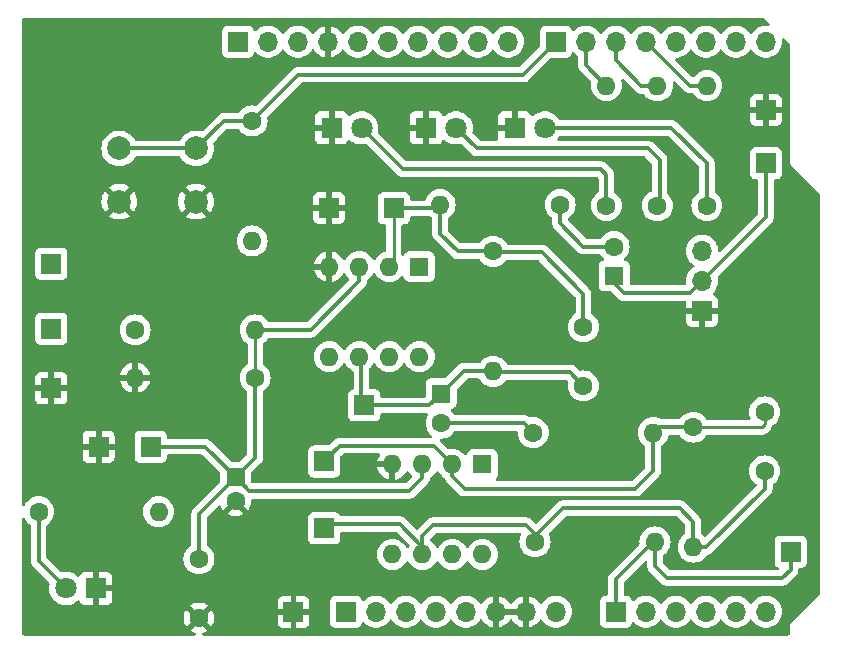
<source format=gbr>
%TF.GenerationSoftware,KiCad,Pcbnew,8.0.1*%
%TF.CreationDate,2024-05-26T13:05:01+02:00*%
%TF.ProjectId,24Ghz_RADAR,32344768-7a5f-4524-9144-41522e6b6963,2.0*%
%TF.SameCoordinates,Original*%
%TF.FileFunction,Copper,L1,Top*%
%TF.FilePolarity,Positive*%
%FSLAX46Y46*%
G04 Gerber Fmt 4.6, Leading zero omitted, Abs format (unit mm)*
G04 Created by KiCad (PCBNEW 8.0.1) date 2024-05-26 13:05:01*
%MOMM*%
%LPD*%
G01*
G04 APERTURE LIST*
%TA.AperFunction,Conductor*%
%ADD10C,0.250000*%
%TD*%
%TA.AperFunction,ComponentPad*%
%ADD11R,1.700000X1.700000*%
%TD*%
%TA.AperFunction,ComponentPad*%
%ADD12C,1.600000*%
%TD*%
%TA.AperFunction,ComponentPad*%
%ADD13O,1.600000X1.600000*%
%TD*%
%TA.AperFunction,ComponentPad*%
%ADD14C,2.000000*%
%TD*%
%TA.AperFunction,ComponentPad*%
%ADD15R,1.800000X1.800000*%
%TD*%
%TA.AperFunction,ComponentPad*%
%ADD16C,1.800000*%
%TD*%
%TA.AperFunction,ComponentPad*%
%ADD17R,1.600000X1.600000*%
%TD*%
%TA.AperFunction,ComponentPad*%
%ADD18O,1.700000X1.700000*%
%TD*%
%TA.AperFunction,Conductor*%
%ADD19C,0.300000*%
%TD*%
G04 APERTURE END LIST*
D10*
%TO.N,/VD_I*%
X120250000Y-73500000D02*
X120250000Y-77650000D01*
%TD*%
D11*
%TO.P,J10,1,Pin_1*%
%TO.N,Vout*%
X165600000Y-92400000D03*
%TD*%
%TO.P,J8,1,Pin_1*%
%TO.N,Net-(J8-Pin_1)*%
X126100000Y-84750000D03*
%TD*%
D12*
%TO.P,R6,1*%
%TO.N,+5V*%
X110100000Y-73600000D03*
D13*
%TO.P,R6,2*%
%TO.N,/VD_I*%
X120260000Y-73600000D03*
%TD*%
D14*
%TO.P,SW1,1,1*%
%TO.N,SW_PUSH*%
X108750000Y-58250000D03*
X115250000Y-58250000D03*
%TO.P,SW1,2,2*%
%TO.N,GND*%
X108750000Y-62750000D03*
X115250000Y-62750000D03*
%TD*%
D12*
%TO.P,R5,1*%
%TO.N,Net-(J9-Pin_1)*%
X143950000Y-91550000D03*
D13*
%TO.P,R5,2*%
%TO.N,Vout*%
X154110000Y-91550000D03*
%TD*%
D15*
%TO.P,LED2,1,K*%
%TO.N,GND*%
X134725000Y-56500000D03*
D16*
%TO.P,LED2,2,A*%
%TO.N,Net-(LED2-A)*%
X137265000Y-56500000D03*
%TD*%
D17*
%TO.P,U2,1,NC*%
%TO.N,unconnected-(U2-NC-Pad1)*%
X139500000Y-85000000D03*
D13*
%TO.P,U2,2,-*%
%TO.N,Net-(J8-Pin_1)*%
X136960000Y-85000000D03*
%TO.P,U2,3,+*%
%TO.N,/VD_I*%
X134420000Y-85000000D03*
%TO.P,U2,4,V-*%
%TO.N,GND*%
X131880000Y-85000000D03*
%TO.P,U2,5,NC*%
%TO.N,unconnected-(U2-NC-Pad5)*%
X131880000Y-92620000D03*
%TO.P,U2,6*%
%TO.N,Net-(J9-Pin_1)*%
X134420000Y-92620000D03*
%TO.P,U2,7,V+*%
%TO.N,+5V*%
X136960000Y-92620000D03*
%TO.P,U2,8,NC*%
%TO.N,unconnected-(U2-NC-Pad8)*%
X139500000Y-92620000D03*
%TD*%
D11*
%TO.P,J11,1,Pin_1*%
%TO.N,/VD_I*%
X111400000Y-83500000D03*
%TD*%
D17*
%TO.P,C4,1*%
%TO.N,Net-(J7-Pin_1)*%
X136000000Y-79000000D03*
D12*
%TO.P,C4,2*%
%TO.N,Net-(C4-Pad2)*%
X136000000Y-81500000D03*
%TD*%
%TO.P,R4,1*%
%TO.N,Net-(J8-Pin_1)*%
X157350000Y-81850000D03*
D13*
%TO.P,R4,2*%
%TO.N,Net-(J9-Pin_1)*%
X157350000Y-92010000D03*
%TD*%
D12*
%TO.P,R8,1*%
%TO.N,Net-(LED1-A)*%
X158500000Y-63080000D03*
D13*
%TO.P,R8,2*%
%TO.N,LED_GREEN*%
X158500000Y-52920000D03*
%TD*%
D11*
%TO.P,J17,1,Pin_1*%
%TO.N,GND*%
X158100000Y-72000000D03*
D18*
%TO.P,J17,2,Pin_2*%
%TO.N,Vin*%
X158100000Y-69460000D03*
%TO.P,J17,3,Pin_3*%
%TO.N,+5V*%
X158100000Y-66920000D03*
%TD*%
D11*
%TO.P,J19,1,Pin_1*%
%TO.N,GND*%
X126500000Y-63300000D03*
%TD*%
D17*
%TO.P,C6,1*%
%TO.N,/VD_I*%
X118600000Y-86094888D03*
D12*
%TO.P,C6,2*%
%TO.N,GND*%
X118600000Y-88094888D03*
%TD*%
D11*
%TO.P,J6,1,Pin_1*%
%TO.N,Net-(J6-Pin_1)*%
X132000000Y-63320000D03*
%TD*%
D12*
%TO.P,R10,1*%
%TO.N,Net-(LED3-A)*%
X150000000Y-63080000D03*
D13*
%TO.P,R10,2*%
%TO.N,LED_RED*%
X150000000Y-52920000D03*
%TD*%
D11*
%TO.P,J13,1,Pin_1*%
%TO.N,+5V*%
X103000000Y-73500000D03*
%TD*%
%TO.P,J18,1,Pin_1*%
%TO.N,GND*%
X163500000Y-55000000D03*
%TD*%
D15*
%TO.P,LED3,1,K*%
%TO.N,GND*%
X126725000Y-56500000D03*
D16*
%TO.P,LED3,2,A*%
%TO.N,Net-(LED3-A)*%
X129265000Y-56500000D03*
%TD*%
D12*
%TO.P,C3,1*%
%TO.N,GND*%
X115500000Y-98000000D03*
%TO.P,C3,2*%
%TO.N,/VD_I*%
X115500000Y-93000000D03*
%TD*%
D11*
%TO.P,J15,1,Pin_1*%
%TO.N,GND*%
X103000000Y-78550000D03*
%TD*%
%TO.P,J20,1,Pin_1*%
%TO.N,GND*%
X107000000Y-83500000D03*
%TD*%
D12*
%TO.P,R7,1*%
%TO.N,/VD_I*%
X120250000Y-77650000D03*
D13*
%TO.P,R7,2*%
%TO.N,GND*%
X110090000Y-77650000D03*
%TD*%
D15*
%TO.P,LED4,1,K*%
%TO.N,GND*%
X106775000Y-95500000D03*
D16*
%TO.P,LED4,2,A*%
%TO.N,Net-(LED4-A)*%
X104235000Y-95500000D03*
%TD*%
D12*
%TO.P,R2,1*%
%TO.N,Net-(J6-Pin_1)*%
X140400000Y-66950000D03*
D13*
%TO.P,R2,2*%
%TO.N,Net-(J7-Pin_1)*%
X140400000Y-77110000D03*
%TD*%
D12*
%TO.P,R12,1*%
%TO.N,SW_PUSH*%
X120000000Y-55920000D03*
D13*
%TO.P,R12,2*%
%TO.N,+5V*%
X120000000Y-66080000D03*
%TD*%
D11*
%TO.P,J5,1,Pin_1*%
%TO.N,Vin*%
X163500000Y-59500000D03*
%TD*%
%TO.P,J7,1,Pin_1*%
%TO.N,Net-(J7-Pin_1)*%
X129500000Y-80000000D03*
%TD*%
D12*
%TO.P,R1,1*%
%TO.N,Net-(C1-Pad2)*%
X146080000Y-63000000D03*
D13*
%TO.P,R1,2*%
%TO.N,Net-(J6-Pin_1)*%
X135920000Y-63000000D03*
%TD*%
D12*
%TO.P,R3,1*%
%TO.N,Net-(C4-Pad2)*%
X143800000Y-82300000D03*
D13*
%TO.P,R3,2*%
%TO.N,Net-(J8-Pin_1)*%
X153960000Y-82300000D03*
%TD*%
D11*
%TO.P,J12,1,Pin_1*%
%TO.N,GND*%
X123500000Y-97500000D03*
%TD*%
D12*
%TO.P,R11,1*%
%TO.N,Net-(LED4-A)*%
X101920000Y-89000000D03*
D13*
%TO.P,R11,2*%
%TO.N,+5V*%
X112080000Y-89000000D03*
%TD*%
D11*
%TO.P,J14,1,Pin_1*%
%TO.N,+5V*%
X103000000Y-68000000D03*
%TD*%
D17*
%TO.P,U1,1,NC*%
%TO.N,unconnected-(U1-NC-Pad1)*%
X134150000Y-68250000D03*
D13*
%TO.P,U1,2,-*%
%TO.N,Net-(J6-Pin_1)*%
X131610000Y-68250000D03*
%TO.P,U1,3,+*%
%TO.N,/VD_I*%
X129070000Y-68250000D03*
%TO.P,U1,4,V-*%
%TO.N,GND*%
X126530000Y-68250000D03*
%TO.P,U1,5,NC*%
%TO.N,unconnected-(U1-NC-Pad5)*%
X126530000Y-75870000D03*
%TO.P,U1,6*%
%TO.N,Net-(J7-Pin_1)*%
X129070000Y-75870000D03*
%TO.P,U1,7,V+*%
%TO.N,+5V*%
X131610000Y-75870000D03*
%TO.P,U1,8,NC*%
%TO.N,unconnected-(U1-NC-Pad8)*%
X134150000Y-75870000D03*
%TD*%
D15*
%TO.P,LED1,1,K*%
%TO.N,GND*%
X142225000Y-56500000D03*
D16*
%TO.P,LED1,2,A*%
%TO.N,Net-(LED1-A)*%
X144765000Y-56500000D03*
%TD*%
D11*
%TO.P,J9,1,Pin_1*%
%TO.N,Net-(J9-Pin_1)*%
X126100000Y-90400000D03*
%TD*%
D12*
%TO.P,C2,1*%
%TO.N,Net-(J6-Pin_1)*%
X148050000Y-73350000D03*
%TO.P,C2,2*%
%TO.N,Net-(J7-Pin_1)*%
X148050000Y-78350000D03*
%TD*%
D17*
%TO.P,C1,1*%
%TO.N,Vin*%
X150650000Y-69050000D03*
D12*
%TO.P,C1,2*%
%TO.N,Net-(C1-Pad2)*%
X150650000Y-66550000D03*
%TD*%
%TO.P,C5,1*%
%TO.N,Net-(J8-Pin_1)*%
X163400000Y-80550000D03*
%TO.P,C5,2*%
%TO.N,Net-(J9-Pin_1)*%
X163400000Y-85550000D03*
%TD*%
%TO.P,R9,1*%
%TO.N,Net-(LED2-A)*%
X154300000Y-63100000D03*
D13*
%TO.P,R9,2*%
%TO.N,LED_ORANGE*%
X154300000Y-52940000D03*
%TD*%
D11*
%TO.P,J1,1,Pin_1*%
%TO.N,unconnected-(J1-Pin_1-Pad1)*%
X127940000Y-97460000D03*
D18*
%TO.P,J1,2,Pin_2*%
%TO.N,unconnected-(J1-Pin_2-Pad2)*%
X130480000Y-97460000D03*
%TO.P,J1,3,Pin_3*%
%TO.N,unconnected-(J1-Pin_3-Pad3)*%
X133020000Y-97460000D03*
%TO.P,J1,4,Pin_4*%
%TO.N,unconnected-(J1-Pin_4-Pad4)*%
X135560000Y-97460000D03*
%TO.P,J1,5,Pin_5*%
%TO.N,+5V*%
X138100000Y-97460000D03*
%TO.P,J1,6,Pin_6*%
%TO.N,GND*%
X140640000Y-97460000D03*
%TO.P,J1,7,Pin_7*%
X143180000Y-97460000D03*
%TO.P,J1,8,Pin_8*%
%TO.N,unconnected-(J1-Pin_8-Pad8)*%
X145720000Y-97460000D03*
%TD*%
D11*
%TO.P,J3,1,Pin_1*%
%TO.N,Vout*%
X150800000Y-97460000D03*
D18*
%TO.P,J3,2,Pin_2*%
%TO.N,unconnected-(J3-Pin_2-Pad2)*%
X153340000Y-97460000D03*
%TO.P,J3,3,Pin_3*%
%TO.N,unconnected-(J3-Pin_3-Pad3)*%
X155880000Y-97460000D03*
%TO.P,J3,4,Pin_4*%
%TO.N,unconnected-(J3-Pin_4-Pad4)*%
X158420000Y-97460000D03*
%TO.P,J3,5,Pin_5*%
%TO.N,unconnected-(J3-Pin_5-Pad5)*%
X160960000Y-97460000D03*
%TO.P,J3,6,Pin_6*%
%TO.N,unconnected-(J3-Pin_6-Pad6)*%
X163500000Y-97460000D03*
%TD*%
D11*
%TO.P,J2,1,Pin_1*%
%TO.N,unconnected-(J2-Pin_1-Pad1)*%
X118796000Y-49200000D03*
D18*
%TO.P,J2,2,Pin_2*%
%TO.N,unconnected-(J2-Pin_2-Pad2)*%
X121336000Y-49200000D03*
%TO.P,J2,3,Pin_3*%
%TO.N,unconnected-(J2-Pin_3-Pad3)*%
X123876000Y-49200000D03*
%TO.P,J2,4,Pin_4*%
%TO.N,GND*%
X126416000Y-49200000D03*
%TO.P,J2,5,Pin_5*%
%TO.N,unconnected-(J2-Pin_5-Pad5)*%
X128956000Y-49200000D03*
%TO.P,J2,6,Pin_6*%
%TO.N,unconnected-(J2-Pin_6-Pad6)*%
X131496000Y-49200000D03*
%TO.P,J2,7,Pin_7*%
%TO.N,unconnected-(J2-Pin_7-Pad7)*%
X134036000Y-49200000D03*
%TO.P,J2,8,Pin_8*%
%TO.N,unconnected-(J2-Pin_8-Pad8)*%
X136576000Y-49200000D03*
%TO.P,J2,9,Pin_9*%
%TO.N,unconnected-(J2-Pin_9-Pad9)*%
X139116000Y-49200000D03*
%TO.P,J2,10,Pin_10*%
%TO.N,unconnected-(J2-Pin_10-Pad10)*%
X141656000Y-49200000D03*
%TD*%
D11*
%TO.P,J4,1,Pin_1*%
%TO.N,SW_PUSH*%
X145720000Y-49200000D03*
D18*
%TO.P,J4,2,Pin_2*%
%TO.N,LED_RED*%
X148260000Y-49200000D03*
%TO.P,J4,3,Pin_3*%
%TO.N,LED_ORANGE*%
X150800000Y-49200000D03*
%TO.P,J4,4,Pin_4*%
%TO.N,LED_GREEN*%
X153340000Y-49200000D03*
%TO.P,J4,5,Pin_5*%
%TO.N,unconnected-(J4-Pin_5-Pad5)*%
X155880000Y-49200000D03*
%TO.P,J4,6,Pin_6*%
%TO.N,unconnected-(J4-Pin_6-Pad6)*%
X158420000Y-49200000D03*
%TO.P,J4,7,Pin_7*%
%TO.N,unconnected-(J4-Pin_7-Pad7)*%
X160960000Y-49200000D03*
%TO.P,J4,8,Pin_8*%
%TO.N,unconnected-(J4-Pin_8-Pad8)*%
X163500000Y-49200000D03*
%TD*%
D19*
%TO.N,Vin*%
X151500000Y-70500000D02*
X150650000Y-69650000D01*
X163500000Y-59500000D02*
X163500000Y-64060000D01*
X157060000Y-70500000D02*
X151500000Y-70500000D01*
X163500000Y-64060000D02*
X158100000Y-69460000D01*
X150650000Y-69650000D02*
X150650000Y-69050000D01*
X158100000Y-69460000D02*
X157060000Y-70500000D01*
%TO.N,Net-(C1-Pad2)*%
X150650000Y-66550000D02*
X148050000Y-66550000D01*
X148050000Y-66550000D02*
X146080000Y-64580000D01*
X146080000Y-64580000D02*
X146080000Y-63000000D01*
%TO.N,Net-(J7-Pin_1)*%
X129500000Y-80000000D02*
X135000000Y-80000000D01*
X129250000Y-79750000D02*
X129500000Y-80000000D01*
X146900000Y-77200000D02*
X148050000Y-78350000D01*
X137950000Y-77050000D02*
X136000000Y-79000000D01*
X140490000Y-77200000D02*
X146900000Y-77200000D01*
X140340000Y-77050000D02*
X137950000Y-77050000D01*
X140400000Y-77110000D02*
X140340000Y-77050000D01*
X140400000Y-77110000D02*
X140490000Y-77200000D01*
X129250000Y-76050000D02*
X129250000Y-79750000D01*
X129070000Y-75870000D02*
X129250000Y-76050000D01*
X135000000Y-80000000D02*
X136000000Y-79000000D01*
%TO.N,/VD_I*%
X111400000Y-83500000D02*
X111400000Y-83900000D01*
X111400000Y-83900000D02*
X111500000Y-84000000D01*
X120250000Y-84444888D02*
X118600000Y-86094888D01*
X134420000Y-85000000D02*
X134420000Y-86130000D01*
X116005112Y-83500000D02*
X118600000Y-86094888D01*
X120260000Y-73600000D02*
X124950000Y-73600000D01*
X133300000Y-87250000D02*
X119755112Y-87250000D01*
X119755112Y-87250000D02*
X118600000Y-86094888D01*
X124950000Y-73600000D02*
X129070000Y-69480000D01*
X134420000Y-86130000D02*
X133300000Y-87250000D01*
X120250000Y-77650000D02*
X120250000Y-84444888D01*
X115500000Y-93000000D02*
X115500000Y-89194888D01*
X129070000Y-69480000D02*
X129070000Y-68250000D01*
X120400000Y-77650000D02*
X120250000Y-77650000D01*
X111400000Y-83500000D02*
X116005112Y-83500000D01*
X115500000Y-89194888D02*
X118600000Y-86094888D01*
%TO.N,Net-(C4-Pad2)*%
X143050000Y-81500000D02*
X136000000Y-81500000D01*
X143800000Y-82250000D02*
X143050000Y-81500000D01*
X143800000Y-82300000D02*
X143800000Y-82250000D01*
%TO.N,Vout*%
X154110000Y-91550000D02*
X154110000Y-93610000D01*
X154110000Y-91550000D02*
X153950000Y-91550000D01*
X150800000Y-94700000D02*
X150800000Y-97460000D01*
X155100000Y-94600000D02*
X164900000Y-94600000D01*
X164900000Y-94600000D02*
X165600000Y-93900000D01*
X154110000Y-93610000D02*
X155100000Y-94600000D01*
X153950000Y-91550000D02*
X150800000Y-94700000D01*
X165600000Y-93900000D02*
X165600000Y-92400000D01*
%TO.N,SW_PUSH*%
X120000000Y-55920000D02*
X117580000Y-55920000D01*
X145720000Y-49200000D02*
X142920000Y-52000000D01*
X120000000Y-55920000D02*
X123920000Y-52000000D01*
X142920000Y-52000000D02*
X123920000Y-52000000D01*
X108750000Y-58250000D02*
X115250000Y-58250000D01*
X117580000Y-55920000D02*
X115250000Y-58250000D01*
%TO.N,LED_GREEN*%
X153340000Y-49200000D02*
X157060000Y-52920000D01*
X157060000Y-52920000D02*
X158500000Y-52920000D01*
%TO.N,LED_RED*%
X148260000Y-49200000D02*
X148260000Y-51180000D01*
X148280000Y-49200000D02*
X148260000Y-49200000D01*
X148260000Y-51180000D02*
X150000000Y-52920000D01*
%TO.N,LED_ORANGE*%
X150800000Y-50800000D02*
X152940000Y-52940000D01*
X152940000Y-52940000D02*
X154300000Y-52940000D01*
X150800000Y-49200000D02*
X150870991Y-49200000D01*
X150800000Y-49200000D02*
X150800000Y-50800000D01*
%TO.N,Net-(LED1-A)*%
X158500000Y-59500000D02*
X158500000Y-63080000D01*
X155500000Y-56500000D02*
X158500000Y-59500000D01*
X144765000Y-56500000D02*
X155500000Y-56500000D01*
%TO.N,Net-(LED2-A)*%
X137265000Y-56500000D02*
X139015000Y-58250000D01*
X154500000Y-59250000D02*
X154500000Y-62900000D01*
X153500000Y-58250000D02*
X154500000Y-59250000D01*
X139015000Y-58250000D02*
X153500000Y-58250000D01*
X154500000Y-62900000D02*
X154300000Y-63100000D01*
%TO.N,Net-(LED3-A)*%
X149500000Y-60000000D02*
X150000000Y-60500000D01*
X132765000Y-60000000D02*
X149500000Y-60000000D01*
X150000000Y-60500000D02*
X150000000Y-63080000D01*
X129265000Y-56500000D02*
X132765000Y-60000000D01*
%TO.N,Net-(LED4-A)*%
X101920000Y-89000000D02*
X101920000Y-93185000D01*
X101920000Y-93185000D02*
X104235000Y-95500000D01*
%TO.N,Net-(J6-Pin_1)*%
X148050000Y-73350000D02*
X148050000Y-70550000D01*
D10*
X132000000Y-63320000D02*
X132000000Y-67860000D01*
D19*
X132000000Y-63320000D02*
X135600000Y-63320000D01*
X135920000Y-65470000D02*
X137400000Y-66950000D01*
X135600000Y-63320000D02*
X135920000Y-63000000D01*
X135920000Y-63000000D02*
X135920000Y-65470000D01*
X148050000Y-70550000D02*
X144550000Y-67050000D01*
X137400000Y-66950000D02*
X140400000Y-66950000D01*
D10*
X132000000Y-67860000D02*
X131610000Y-68250000D01*
D19*
X140500000Y-67050000D02*
X140400000Y-66950000D01*
X144550000Y-67050000D02*
X140500000Y-67050000D01*
X132000000Y-63320000D02*
X131610000Y-63710000D01*
%TO.N,Net-(J9-Pin_1)*%
X163400000Y-87050000D02*
X158440000Y-92010000D01*
X146350000Y-88700000D02*
X143950000Y-91100000D01*
X134420000Y-91970000D02*
X134420000Y-92620000D01*
X157350000Y-92010000D02*
X157350000Y-89850000D01*
X143950000Y-90900000D02*
X143950000Y-91550000D01*
X134420000Y-92620000D02*
X134420000Y-91030000D01*
X143200000Y-90150000D02*
X143950000Y-90900000D01*
X132500000Y-90050000D02*
X134420000Y-91970000D01*
X135300000Y-90150000D02*
X143200000Y-90150000D01*
X126450000Y-90050000D02*
X132500000Y-90050000D01*
X157350000Y-89850000D02*
X156200000Y-88700000D01*
X143950000Y-91100000D02*
X143950000Y-91550000D01*
X134420000Y-91030000D02*
X135300000Y-90150000D01*
X156200000Y-88700000D02*
X146350000Y-88700000D01*
X143950000Y-91550000D02*
X144050000Y-91650000D01*
X126100000Y-90400000D02*
X126450000Y-90050000D01*
X158440000Y-92010000D02*
X157350000Y-92010000D01*
X163400000Y-85550000D02*
X163400000Y-87050000D01*
%TO.N,Net-(J8-Pin_1)*%
X135360000Y-83400000D02*
X136960000Y-85000000D01*
X157350000Y-81850000D02*
X157450000Y-81750000D01*
X127450000Y-83400000D02*
X135360000Y-83400000D01*
X138000000Y-87050000D02*
X136960000Y-86010000D01*
X153960000Y-85540000D02*
X152450000Y-87050000D01*
D10*
X163150000Y-81850000D02*
X163400000Y-81600000D01*
D19*
X153960000Y-82300000D02*
X153960000Y-85540000D01*
X136960000Y-86010000D02*
X136960000Y-85000000D01*
D10*
X157350000Y-81850000D02*
X163150000Y-81850000D01*
D19*
X157350000Y-81850000D02*
X154410000Y-81850000D01*
D10*
X163400000Y-81600000D02*
X163400000Y-80550000D01*
D19*
X152450000Y-87050000D02*
X138000000Y-87050000D01*
X126100000Y-84750000D02*
X127450000Y-83400000D01*
X154410000Y-81850000D02*
X153960000Y-82300000D01*
%TD*%
%TA.AperFunction,Conductor*%
%TO.N,GND*%
G36*
X142714075Y-97267007D02*
G01*
X142680000Y-97394174D01*
X142680000Y-97525826D01*
X142714075Y-97652993D01*
X142746988Y-97710000D01*
X141073012Y-97710000D01*
X141105925Y-97652993D01*
X141140000Y-97525826D01*
X141140000Y-97394174D01*
X141105925Y-97267007D01*
X141073012Y-97210000D01*
X142746988Y-97210000D01*
X142714075Y-97267007D01*
G37*
%TD.AperFunction*%
%TA.AperFunction,Conductor*%
G36*
X163308363Y-47180185D02*
G01*
X163329005Y-47196819D01*
X163772315Y-47640129D01*
X163805800Y-47701452D01*
X163800816Y-47771144D01*
X163758944Y-47827077D01*
X163693480Y-47851494D01*
X163664226Y-47850119D01*
X163612570Y-47841500D01*
X163612569Y-47841500D01*
X163387431Y-47841500D01*
X163165362Y-47878556D01*
X162952430Y-47951656D01*
X162952419Y-47951661D01*
X162754427Y-48058808D01*
X162754422Y-48058812D01*
X162576761Y-48197092D01*
X162576756Y-48197097D01*
X162424284Y-48362723D01*
X162424276Y-48362734D01*
X162333808Y-48501206D01*
X162280662Y-48546562D01*
X162211431Y-48555986D01*
X162148095Y-48526484D01*
X162126192Y-48501206D01*
X162035723Y-48362734D01*
X162035715Y-48362723D01*
X161883243Y-48197097D01*
X161883238Y-48197092D01*
X161705577Y-48058812D01*
X161705572Y-48058808D01*
X161507580Y-47951661D01*
X161507577Y-47951659D01*
X161507574Y-47951658D01*
X161507571Y-47951657D01*
X161507569Y-47951656D01*
X161294637Y-47878556D01*
X161072569Y-47841500D01*
X160847431Y-47841500D01*
X160625362Y-47878556D01*
X160412430Y-47951656D01*
X160412419Y-47951661D01*
X160214427Y-48058808D01*
X160214422Y-48058812D01*
X160036761Y-48197092D01*
X160036756Y-48197097D01*
X159884284Y-48362723D01*
X159884276Y-48362734D01*
X159793808Y-48501206D01*
X159740662Y-48546562D01*
X159671431Y-48555986D01*
X159608095Y-48526484D01*
X159586192Y-48501206D01*
X159495723Y-48362734D01*
X159495715Y-48362723D01*
X159343243Y-48197097D01*
X159343238Y-48197092D01*
X159165577Y-48058812D01*
X159165572Y-48058808D01*
X158967580Y-47951661D01*
X158967577Y-47951659D01*
X158967574Y-47951658D01*
X158967571Y-47951657D01*
X158967569Y-47951656D01*
X158754637Y-47878556D01*
X158532569Y-47841500D01*
X158307431Y-47841500D01*
X158085362Y-47878556D01*
X157872430Y-47951656D01*
X157872419Y-47951661D01*
X157674427Y-48058808D01*
X157674422Y-48058812D01*
X157496761Y-48197092D01*
X157496756Y-48197097D01*
X157344284Y-48362723D01*
X157344276Y-48362734D01*
X157253808Y-48501206D01*
X157200662Y-48546562D01*
X157131431Y-48555986D01*
X157068095Y-48526484D01*
X157046192Y-48501206D01*
X156955723Y-48362734D01*
X156955715Y-48362723D01*
X156803243Y-48197097D01*
X156803238Y-48197092D01*
X156625577Y-48058812D01*
X156625572Y-48058808D01*
X156427580Y-47951661D01*
X156427577Y-47951659D01*
X156427574Y-47951658D01*
X156427571Y-47951657D01*
X156427569Y-47951656D01*
X156214637Y-47878556D01*
X155992569Y-47841500D01*
X155767431Y-47841500D01*
X155545362Y-47878556D01*
X155332430Y-47951656D01*
X155332419Y-47951661D01*
X155134427Y-48058808D01*
X155134422Y-48058812D01*
X154956761Y-48197092D01*
X154956756Y-48197097D01*
X154804284Y-48362723D01*
X154804276Y-48362734D01*
X154713808Y-48501206D01*
X154660662Y-48546562D01*
X154591431Y-48555986D01*
X154528095Y-48526484D01*
X154506192Y-48501206D01*
X154415723Y-48362734D01*
X154415715Y-48362723D01*
X154263243Y-48197097D01*
X154263238Y-48197092D01*
X154085577Y-48058812D01*
X154085572Y-48058808D01*
X153887580Y-47951661D01*
X153887577Y-47951659D01*
X153887574Y-47951658D01*
X153887571Y-47951657D01*
X153887569Y-47951656D01*
X153674637Y-47878556D01*
X153452569Y-47841500D01*
X153227431Y-47841500D01*
X153005362Y-47878556D01*
X152792430Y-47951656D01*
X152792419Y-47951661D01*
X152594427Y-48058808D01*
X152594422Y-48058812D01*
X152416761Y-48197092D01*
X152416756Y-48197097D01*
X152264284Y-48362723D01*
X152264276Y-48362734D01*
X152173808Y-48501206D01*
X152120662Y-48546562D01*
X152051431Y-48555986D01*
X151988095Y-48526484D01*
X151966192Y-48501206D01*
X151875723Y-48362734D01*
X151875715Y-48362723D01*
X151723243Y-48197097D01*
X151723238Y-48197092D01*
X151545577Y-48058812D01*
X151545572Y-48058808D01*
X151347580Y-47951661D01*
X151347577Y-47951659D01*
X151347574Y-47951658D01*
X151347571Y-47951657D01*
X151347569Y-47951656D01*
X151134637Y-47878556D01*
X150912569Y-47841500D01*
X150687431Y-47841500D01*
X150465362Y-47878556D01*
X150252430Y-47951656D01*
X150252419Y-47951661D01*
X150054427Y-48058808D01*
X150054422Y-48058812D01*
X149876761Y-48197092D01*
X149876756Y-48197097D01*
X149724284Y-48362723D01*
X149724276Y-48362734D01*
X149633808Y-48501206D01*
X149580662Y-48546562D01*
X149511431Y-48555986D01*
X149448095Y-48526484D01*
X149426192Y-48501206D01*
X149335723Y-48362734D01*
X149335715Y-48362723D01*
X149183243Y-48197097D01*
X149183238Y-48197092D01*
X149005577Y-48058812D01*
X149005572Y-48058808D01*
X148807580Y-47951661D01*
X148807577Y-47951659D01*
X148807574Y-47951658D01*
X148807571Y-47951657D01*
X148807569Y-47951656D01*
X148594637Y-47878556D01*
X148372569Y-47841500D01*
X148147431Y-47841500D01*
X147925362Y-47878556D01*
X147712430Y-47951656D01*
X147712419Y-47951661D01*
X147514427Y-48058808D01*
X147514422Y-48058812D01*
X147336761Y-48197092D01*
X147273548Y-48265760D01*
X147213661Y-48301750D01*
X147143823Y-48299649D01*
X147086207Y-48260124D01*
X147066138Y-48225110D01*
X147020889Y-48103796D01*
X146987214Y-48058812D01*
X146933261Y-47986739D01*
X146816204Y-47899111D01*
X146679203Y-47848011D01*
X146618654Y-47841500D01*
X146618638Y-47841500D01*
X144821362Y-47841500D01*
X144821345Y-47841500D01*
X144760797Y-47848011D01*
X144760795Y-47848011D01*
X144623795Y-47899111D01*
X144506739Y-47986739D01*
X144419111Y-48103795D01*
X144368011Y-48240795D01*
X144368011Y-48240797D01*
X144361500Y-48301345D01*
X144361500Y-49575878D01*
X144341815Y-49642917D01*
X144325181Y-49663559D01*
X142683559Y-51305181D01*
X142622236Y-51338666D01*
X142595878Y-51341500D01*
X123855141Y-51341500D01*
X123727928Y-51366804D01*
X123727922Y-51366806D01*
X123608086Y-51416443D01*
X123608079Y-51416447D01*
X123500228Y-51488510D01*
X120384546Y-54604192D01*
X120323223Y-54637677D01*
X120264774Y-54636286D01*
X120228098Y-54626459D01*
X120228081Y-54626456D01*
X120000002Y-54606502D01*
X119999998Y-54606502D01*
X119771918Y-54626456D01*
X119771910Y-54626457D01*
X119550761Y-54685714D01*
X119550750Y-54685718D01*
X119343254Y-54782475D01*
X119343252Y-54782476D01*
X119272856Y-54831767D01*
X119155700Y-54913802D01*
X119155698Y-54913803D01*
X119155695Y-54913806D01*
X118993806Y-55075695D01*
X118993803Y-55075698D01*
X118993802Y-55075700D01*
X118900726Y-55208625D01*
X118846150Y-55252249D01*
X118799153Y-55261500D01*
X117515139Y-55261500D01*
X117494033Y-55265698D01*
X117494032Y-55265697D01*
X117387930Y-55286803D01*
X117387922Y-55286805D01*
X117268086Y-55336443D01*
X117268076Y-55336448D01*
X117160231Y-55408508D01*
X117160227Y-55408511D01*
X115799155Y-56769583D01*
X115737832Y-56803068D01*
X115682527Y-56802476D01*
X115486714Y-56755465D01*
X115250000Y-56736835D01*
X115013285Y-56755465D01*
X114782404Y-56810895D01*
X114782402Y-56810895D01*
X114563040Y-56901757D01*
X114563037Y-56901759D01*
X114360589Y-57025820D01*
X114360586Y-57025821D01*
X114180031Y-57180031D01*
X114025821Y-57360586D01*
X114025820Y-57360589D01*
X113920601Y-57532290D01*
X113868789Y-57579165D01*
X113814874Y-57591500D01*
X110185126Y-57591500D01*
X110118087Y-57571815D01*
X110079399Y-57532290D01*
X109974179Y-57360589D01*
X109974178Y-57360586D01*
X109865634Y-57233498D01*
X109819969Y-57180031D01*
X109676531Y-57057523D01*
X109639413Y-57025821D01*
X109639410Y-57025820D01*
X109436962Y-56901759D01*
X109436959Y-56901757D01*
X109217596Y-56810895D01*
X108986714Y-56755465D01*
X108750000Y-56736835D01*
X108513285Y-56755465D01*
X108282404Y-56810895D01*
X108282402Y-56810895D01*
X108063040Y-56901757D01*
X108063037Y-56901759D01*
X107860589Y-57025820D01*
X107860586Y-57025821D01*
X107680031Y-57180031D01*
X107525821Y-57360586D01*
X107525820Y-57360589D01*
X107401759Y-57563037D01*
X107401757Y-57563040D01*
X107310895Y-57782402D01*
X107310895Y-57782404D01*
X107255465Y-58013285D01*
X107236835Y-58250000D01*
X107255465Y-58486714D01*
X107310895Y-58717595D01*
X107310895Y-58717597D01*
X107401757Y-58936959D01*
X107401759Y-58936962D01*
X107525820Y-59139410D01*
X107525821Y-59139413D01*
X107567384Y-59188076D01*
X107680031Y-59319969D01*
X107792990Y-59416445D01*
X107860586Y-59474178D01*
X107860588Y-59474178D01*
X107980668Y-59547764D01*
X108063037Y-59598240D01*
X108063040Y-59598242D01*
X108282403Y-59689104D01*
X108282404Y-59689104D01*
X108282406Y-59689105D01*
X108513289Y-59744535D01*
X108750000Y-59763165D01*
X108986711Y-59744535D01*
X109217594Y-59689105D01*
X109217596Y-59689104D01*
X109217597Y-59689104D01*
X109436959Y-59598242D01*
X109436960Y-59598241D01*
X109436963Y-59598240D01*
X109639416Y-59474176D01*
X109819969Y-59319969D01*
X109974176Y-59139416D01*
X110024117Y-59057920D01*
X110079399Y-58967710D01*
X110131211Y-58920835D01*
X110185126Y-58908500D01*
X113814874Y-58908500D01*
X113881913Y-58928185D01*
X113920601Y-58967710D01*
X114025820Y-59139410D01*
X114025821Y-59139413D01*
X114067384Y-59188076D01*
X114180031Y-59319969D01*
X114292990Y-59416445D01*
X114360586Y-59474178D01*
X114360588Y-59474178D01*
X114480668Y-59547764D01*
X114563037Y-59598240D01*
X114563040Y-59598242D01*
X114782403Y-59689104D01*
X114782404Y-59689104D01*
X114782406Y-59689105D01*
X115013289Y-59744535D01*
X115250000Y-59763165D01*
X115486711Y-59744535D01*
X115717594Y-59689105D01*
X115717596Y-59689104D01*
X115717597Y-59689104D01*
X115936959Y-59598242D01*
X115936960Y-59598241D01*
X115936963Y-59598240D01*
X116139416Y-59474176D01*
X116319969Y-59319969D01*
X116474176Y-59139416D01*
X116598240Y-58936963D01*
X116604921Y-58920835D01*
X116689104Y-58717597D01*
X116689104Y-58717596D01*
X116689105Y-58717594D01*
X116744535Y-58486711D01*
X116763165Y-58250000D01*
X116744535Y-58013289D01*
X116697522Y-57817466D01*
X116701013Y-57747689D01*
X116730413Y-57700845D01*
X116983414Y-57447844D01*
X125325000Y-57447844D01*
X125331401Y-57507372D01*
X125331403Y-57507379D01*
X125381645Y-57642086D01*
X125381649Y-57642093D01*
X125467809Y-57757187D01*
X125467812Y-57757190D01*
X125582906Y-57843350D01*
X125582913Y-57843354D01*
X125717620Y-57893596D01*
X125717627Y-57893598D01*
X125777155Y-57899999D01*
X125777172Y-57900000D01*
X126475000Y-57900000D01*
X126475000Y-56875277D01*
X126551306Y-56919333D01*
X126665756Y-56950000D01*
X126784244Y-56950000D01*
X126898694Y-56919333D01*
X126975000Y-56875277D01*
X126975000Y-57900000D01*
X127672828Y-57900000D01*
X127672844Y-57899999D01*
X127732372Y-57893598D01*
X127732379Y-57893596D01*
X127867086Y-57843354D01*
X127867093Y-57843350D01*
X127982187Y-57757190D01*
X127982190Y-57757187D01*
X128068350Y-57642093D01*
X128068355Y-57642084D01*
X128093940Y-57573486D01*
X128135810Y-57517552D01*
X128201274Y-57493134D01*
X128269547Y-57507985D01*
X128301349Y-57532832D01*
X128307780Y-57539818D01*
X128491983Y-57683190D01*
X128491985Y-57683191D01*
X128491988Y-57683193D01*
X128524603Y-57700843D01*
X128697273Y-57794287D01*
X128811914Y-57833643D01*
X128918045Y-57870079D01*
X128918047Y-57870079D01*
X128918049Y-57870080D01*
X129148288Y-57908500D01*
X129148289Y-57908500D01*
X129381712Y-57908500D01*
X129611951Y-57870080D01*
X129611956Y-57870078D01*
X129616914Y-57868823D01*
X129617711Y-57871972D01*
X129673079Y-57867704D01*
X129734587Y-57900849D01*
X129735074Y-57901334D01*
X131018884Y-59185143D01*
X132253510Y-60419769D01*
X132345231Y-60511490D01*
X132453083Y-60583555D01*
X132453084Y-60583555D01*
X132453085Y-60583556D01*
X132453087Y-60583557D01*
X132572918Y-60633192D01*
X132572923Y-60633194D01*
X132572927Y-60633194D01*
X132572928Y-60633195D01*
X132700140Y-60658500D01*
X132700143Y-60658500D01*
X149175878Y-60658500D01*
X149242917Y-60678185D01*
X149263559Y-60694819D01*
X149305181Y-60736441D01*
X149338666Y-60797764D01*
X149341500Y-60824122D01*
X149341500Y-61879152D01*
X149321815Y-61946191D01*
X149288624Y-61980726D01*
X149155699Y-62073802D01*
X148993806Y-62235695D01*
X148993803Y-62235698D01*
X148993802Y-62235700D01*
X148918936Y-62342620D01*
X148862476Y-62423252D01*
X148862475Y-62423254D01*
X148765718Y-62630750D01*
X148765714Y-62630761D01*
X148706457Y-62851910D01*
X148706456Y-62851918D01*
X148686502Y-63079998D01*
X148686502Y-63080001D01*
X148706456Y-63308081D01*
X148706457Y-63308089D01*
X148765714Y-63529238D01*
X148765718Y-63529249D01*
X148845387Y-63700099D01*
X148862477Y-63736749D01*
X148993802Y-63924300D01*
X149155700Y-64086198D01*
X149343251Y-64217523D01*
X149425504Y-64255878D01*
X149550750Y-64314281D01*
X149550752Y-64314281D01*
X149550757Y-64314284D01*
X149771913Y-64373543D01*
X149934832Y-64387796D01*
X149999998Y-64393498D01*
X150000000Y-64393498D01*
X150000002Y-64393498D01*
X150057021Y-64388509D01*
X150228087Y-64373543D01*
X150449243Y-64314284D01*
X150656749Y-64217523D01*
X150844300Y-64086198D01*
X151006198Y-63924300D01*
X151137523Y-63736749D01*
X151234284Y-63529243D01*
X151293543Y-63308087D01*
X151313498Y-63080000D01*
X151293543Y-62851913D01*
X151234284Y-62630757D01*
X151196981Y-62550761D01*
X151146850Y-62443254D01*
X151137523Y-62423251D01*
X151006198Y-62235700D01*
X150844300Y-62073802D01*
X150840291Y-62070995D01*
X150711376Y-61980726D01*
X150667751Y-61926149D01*
X150658500Y-61879152D01*
X150658500Y-60435140D01*
X150633195Y-60307928D01*
X150633194Y-60307927D01*
X150633194Y-60307923D01*
X150633192Y-60307918D01*
X150583558Y-60188089D01*
X150583554Y-60188082D01*
X150546880Y-60133195D01*
X150511491Y-60080231D01*
X150511489Y-60080228D01*
X149919771Y-59488510D01*
X149811920Y-59416447D01*
X149811919Y-59416446D01*
X149811917Y-59416445D01*
X149811915Y-59416444D01*
X149811913Y-59416443D01*
X149692077Y-59366806D01*
X149692071Y-59366804D01*
X149564859Y-59341500D01*
X149564857Y-59341500D01*
X133089121Y-59341500D01*
X133022082Y-59321815D01*
X133001440Y-59305181D01*
X131144103Y-57447844D01*
X133325000Y-57447844D01*
X133331401Y-57507372D01*
X133331403Y-57507379D01*
X133381645Y-57642086D01*
X133381649Y-57642093D01*
X133467809Y-57757187D01*
X133467812Y-57757190D01*
X133582906Y-57843350D01*
X133582913Y-57843354D01*
X133717620Y-57893596D01*
X133717627Y-57893598D01*
X133777155Y-57899999D01*
X133777172Y-57900000D01*
X134475000Y-57900000D01*
X134475000Y-56875277D01*
X134551306Y-56919333D01*
X134665756Y-56950000D01*
X134784244Y-56950000D01*
X134898694Y-56919333D01*
X134975000Y-56875277D01*
X134975000Y-57900000D01*
X135672828Y-57900000D01*
X135672844Y-57899999D01*
X135732372Y-57893598D01*
X135732379Y-57893596D01*
X135867086Y-57843354D01*
X135867093Y-57843350D01*
X135982187Y-57757190D01*
X135982190Y-57757187D01*
X136068350Y-57642093D01*
X136068355Y-57642084D01*
X136093940Y-57573486D01*
X136135810Y-57517552D01*
X136201274Y-57493134D01*
X136269547Y-57507985D01*
X136301349Y-57532832D01*
X136307780Y-57539818D01*
X136491983Y-57683190D01*
X136491985Y-57683191D01*
X136491988Y-57683193D01*
X136524603Y-57700843D01*
X136697273Y-57794287D01*
X136811914Y-57833643D01*
X136918045Y-57870079D01*
X136918047Y-57870079D01*
X136918049Y-57870080D01*
X137148288Y-57908500D01*
X137148289Y-57908500D01*
X137381712Y-57908500D01*
X137611951Y-57870080D01*
X137611956Y-57870078D01*
X137616914Y-57868823D01*
X137617711Y-57871972D01*
X137673079Y-57867704D01*
X137734587Y-57900849D01*
X137735074Y-57901334D01*
X138595227Y-58761488D01*
X138595231Y-58761491D01*
X138703076Y-58833551D01*
X138703080Y-58833553D01*
X138703083Y-58833555D01*
X138822923Y-58883195D01*
X138929036Y-58904301D01*
X138950143Y-58908500D01*
X138950144Y-58908500D01*
X139079857Y-58908500D01*
X153175878Y-58908500D01*
X153242917Y-58928185D01*
X153263559Y-58944819D01*
X153805181Y-59486441D01*
X153838666Y-59547764D01*
X153841500Y-59574122D01*
X153841500Y-61791035D01*
X153821815Y-61858074D01*
X153769905Y-61903417D01*
X153643251Y-61962476D01*
X153562369Y-62019111D01*
X153455700Y-62093802D01*
X153455698Y-62093803D01*
X153455695Y-62093806D01*
X153293806Y-62255695D01*
X153293803Y-62255698D01*
X153293802Y-62255700D01*
X153220212Y-62360797D01*
X153162476Y-62443252D01*
X153162475Y-62443254D01*
X153065718Y-62650750D01*
X153065714Y-62650761D01*
X153006457Y-62871910D01*
X153006456Y-62871918D01*
X152986502Y-63099998D01*
X152986502Y-63100001D01*
X153006456Y-63328081D01*
X153006457Y-63328089D01*
X153065714Y-63549238D01*
X153065718Y-63549249D01*
X153136061Y-63700099D01*
X153162477Y-63756749D01*
X153293802Y-63944300D01*
X153455700Y-64106198D01*
X153643251Y-64237523D01*
X153732637Y-64279204D01*
X153850750Y-64334281D01*
X153850752Y-64334281D01*
X153850757Y-64334284D01*
X154071913Y-64393543D01*
X154234832Y-64407796D01*
X154299998Y-64413498D01*
X154300000Y-64413498D01*
X154300002Y-64413498D01*
X154357021Y-64408509D01*
X154528087Y-64393543D01*
X154749243Y-64334284D01*
X154956749Y-64237523D01*
X155144300Y-64106198D01*
X155306198Y-63944300D01*
X155437523Y-63756749D01*
X155534284Y-63549243D01*
X155593543Y-63328087D01*
X155613498Y-63100000D01*
X155593543Y-62871913D01*
X155534284Y-62650757D01*
X155530114Y-62641815D01*
X155487655Y-62550761D01*
X155437523Y-62443251D01*
X155306198Y-62255700D01*
X155194819Y-62144321D01*
X155161334Y-62082998D01*
X155158500Y-62056640D01*
X155158500Y-59185143D01*
X155149404Y-59139416D01*
X155149403Y-59139413D01*
X155133196Y-59057930D01*
X155133195Y-59057923D01*
X155083555Y-58938083D01*
X155083553Y-58938080D01*
X155083551Y-58938076D01*
X155011491Y-58830231D01*
X155011488Y-58830227D01*
X153919771Y-57738510D01*
X153811920Y-57666447D01*
X153811919Y-57666446D01*
X153811917Y-57666445D01*
X153811915Y-57666444D01*
X153811913Y-57666443D01*
X153692077Y-57616806D01*
X153692071Y-57616804D01*
X153564859Y-57591500D01*
X153564857Y-57591500D01*
X145957336Y-57591500D01*
X145890297Y-57571815D01*
X145844542Y-57519011D01*
X145834598Y-57449853D01*
X145863623Y-57386297D01*
X145866106Y-57383518D01*
X145880313Y-57368084D01*
X145980538Y-57214679D01*
X146033685Y-57169322D01*
X146084347Y-57158500D01*
X155175878Y-57158500D01*
X155242917Y-57178185D01*
X155263559Y-57194819D01*
X157805181Y-59736441D01*
X157838666Y-59797764D01*
X157841500Y-59824122D01*
X157841500Y-61879152D01*
X157821815Y-61946191D01*
X157788624Y-61980726D01*
X157655699Y-62073802D01*
X157493806Y-62235695D01*
X157493803Y-62235698D01*
X157493802Y-62235700D01*
X157418936Y-62342620D01*
X157362476Y-62423252D01*
X157362475Y-62423254D01*
X157265718Y-62630750D01*
X157265714Y-62630761D01*
X157206457Y-62851910D01*
X157206456Y-62851918D01*
X157186502Y-63079998D01*
X157186502Y-63080001D01*
X157206456Y-63308081D01*
X157206457Y-63308089D01*
X157265714Y-63529238D01*
X157265718Y-63529249D01*
X157345387Y-63700099D01*
X157362477Y-63736749D01*
X157493802Y-63924300D01*
X157655700Y-64086198D01*
X157843251Y-64217523D01*
X157925504Y-64255878D01*
X158050750Y-64314281D01*
X158050752Y-64314281D01*
X158050757Y-64314284D01*
X158271913Y-64373543D01*
X158434832Y-64387796D01*
X158499998Y-64393498D01*
X158500000Y-64393498D01*
X158500002Y-64393498D01*
X158557021Y-64388509D01*
X158728087Y-64373543D01*
X158949243Y-64314284D01*
X159156749Y-64217523D01*
X159344300Y-64086198D01*
X159506198Y-63924300D01*
X159637523Y-63736749D01*
X159734284Y-63529243D01*
X159793543Y-63308087D01*
X159813498Y-63080000D01*
X159793543Y-62851913D01*
X159734284Y-62630757D01*
X159696981Y-62550761D01*
X159646850Y-62443254D01*
X159637523Y-62423251D01*
X159506198Y-62235700D01*
X159344300Y-62073802D01*
X159340291Y-62070995D01*
X159211376Y-61980726D01*
X159167751Y-61926149D01*
X159158500Y-61879152D01*
X159158500Y-59435142D01*
X159158499Y-59435141D01*
X159144907Y-59366806D01*
X159144907Y-59366804D01*
X159144907Y-59366803D01*
X159133196Y-59307930D01*
X159133195Y-59307923D01*
X159083555Y-59188083D01*
X159083553Y-59188080D01*
X159083551Y-59188076D01*
X159011491Y-59080231D01*
X159011488Y-59080227D01*
X155919771Y-55988510D01*
X155811920Y-55916447D01*
X155811919Y-55916446D01*
X155811917Y-55916445D01*
X155811915Y-55916444D01*
X155811913Y-55916443D01*
X155767010Y-55897844D01*
X162150000Y-55897844D01*
X162156401Y-55957372D01*
X162156403Y-55957379D01*
X162206645Y-56092086D01*
X162206649Y-56092093D01*
X162292809Y-56207187D01*
X162292812Y-56207190D01*
X162407906Y-56293350D01*
X162407913Y-56293354D01*
X162542620Y-56343596D01*
X162542627Y-56343598D01*
X162602155Y-56349999D01*
X162602172Y-56350000D01*
X163250000Y-56350000D01*
X163250000Y-55433012D01*
X163307007Y-55465925D01*
X163434174Y-55500000D01*
X163565826Y-55500000D01*
X163692993Y-55465925D01*
X163750000Y-55433012D01*
X163750000Y-56350000D01*
X164397828Y-56350000D01*
X164397844Y-56349999D01*
X164457372Y-56343598D01*
X164457379Y-56343596D01*
X164592086Y-56293354D01*
X164592093Y-56293350D01*
X164707187Y-56207190D01*
X164707190Y-56207187D01*
X164793350Y-56092093D01*
X164793354Y-56092086D01*
X164843596Y-55957379D01*
X164843598Y-55957372D01*
X164849999Y-55897844D01*
X164850000Y-55897827D01*
X164850000Y-55250000D01*
X163933012Y-55250000D01*
X163965925Y-55192993D01*
X164000000Y-55065826D01*
X164000000Y-54934174D01*
X163965925Y-54807007D01*
X163933012Y-54750000D01*
X164850000Y-54750000D01*
X164850000Y-54102172D01*
X164849999Y-54102155D01*
X164843598Y-54042627D01*
X164843596Y-54042620D01*
X164793354Y-53907913D01*
X164793350Y-53907906D01*
X164707190Y-53792812D01*
X164707187Y-53792809D01*
X164592093Y-53706649D01*
X164592086Y-53706645D01*
X164457379Y-53656403D01*
X164457372Y-53656401D01*
X164397844Y-53650000D01*
X163750000Y-53650000D01*
X163750000Y-54566988D01*
X163692993Y-54534075D01*
X163565826Y-54500000D01*
X163434174Y-54500000D01*
X163307007Y-54534075D01*
X163250000Y-54566988D01*
X163250000Y-53650000D01*
X162602155Y-53650000D01*
X162542627Y-53656401D01*
X162542620Y-53656403D01*
X162407913Y-53706645D01*
X162407906Y-53706649D01*
X162292812Y-53792809D01*
X162292809Y-53792812D01*
X162206649Y-53907906D01*
X162206645Y-53907913D01*
X162156403Y-54042620D01*
X162156401Y-54042627D01*
X162150000Y-54102155D01*
X162150000Y-54750000D01*
X163066988Y-54750000D01*
X163034075Y-54807007D01*
X163000000Y-54934174D01*
X163000000Y-55065826D01*
X163034075Y-55192993D01*
X163066988Y-55250000D01*
X162150000Y-55250000D01*
X162150000Y-55897844D01*
X155767010Y-55897844D01*
X155692077Y-55866806D01*
X155692071Y-55866804D01*
X155564859Y-55841500D01*
X155564857Y-55841500D01*
X146084347Y-55841500D01*
X146017308Y-55821815D01*
X145980538Y-55785321D01*
X145880313Y-55631915D01*
X145722223Y-55460185D01*
X145722222Y-55460184D01*
X145722220Y-55460182D01*
X145538017Y-55316810D01*
X145538015Y-55316809D01*
X145538014Y-55316808D01*
X145538011Y-55316806D01*
X145332733Y-55205716D01*
X145332730Y-55205715D01*
X145332727Y-55205713D01*
X145332721Y-55205711D01*
X145332719Y-55205710D01*
X145111954Y-55129920D01*
X144932650Y-55100000D01*
X144881712Y-55091500D01*
X144648288Y-55091500D01*
X144602240Y-55099184D01*
X144418045Y-55129920D01*
X144197280Y-55205710D01*
X144197266Y-55205716D01*
X143991988Y-55316806D01*
X143991985Y-55316808D01*
X143807781Y-55460181D01*
X143807776Y-55460185D01*
X143801346Y-55467170D01*
X143741457Y-55503157D01*
X143671619Y-55501052D01*
X143614005Y-55461524D01*
X143593940Y-55426513D01*
X143568355Y-55357915D01*
X143568350Y-55357906D01*
X143482190Y-55242812D01*
X143482187Y-55242809D01*
X143367093Y-55156649D01*
X143367086Y-55156645D01*
X143232379Y-55106403D01*
X143232372Y-55106401D01*
X143172844Y-55100000D01*
X142475000Y-55100000D01*
X142475000Y-56124722D01*
X142398694Y-56080667D01*
X142284244Y-56050000D01*
X142165756Y-56050000D01*
X142051306Y-56080667D01*
X141975000Y-56124722D01*
X141975000Y-55100000D01*
X141277155Y-55100000D01*
X141217627Y-55106401D01*
X141217620Y-55106403D01*
X141082913Y-55156645D01*
X141082906Y-55156649D01*
X140967812Y-55242809D01*
X140967809Y-55242812D01*
X140881649Y-55357906D01*
X140881645Y-55357913D01*
X140831403Y-55492620D01*
X140831401Y-55492627D01*
X140825000Y-55552155D01*
X140825000Y-56250000D01*
X141849722Y-56250000D01*
X141805667Y-56326306D01*
X141775000Y-56440756D01*
X141775000Y-56559244D01*
X141805667Y-56673694D01*
X141849722Y-56750000D01*
X140825000Y-56750000D01*
X140825000Y-57447844D01*
X140825689Y-57454244D01*
X140813284Y-57523003D01*
X140765675Y-57574141D01*
X140702400Y-57591500D01*
X139339122Y-57591500D01*
X139272083Y-57571815D01*
X139251441Y-57555181D01*
X138662362Y-56966102D01*
X138628877Y-56904779D01*
X138629838Y-56847982D01*
X138659051Y-56732626D01*
X138659052Y-56732617D01*
X138678327Y-56500005D01*
X138678327Y-56499994D01*
X138659051Y-56267377D01*
X138659051Y-56267374D01*
X138601749Y-56041093D01*
X138507984Y-55827331D01*
X138419509Y-55691909D01*
X138380313Y-55631915D01*
X138222223Y-55460185D01*
X138222222Y-55460184D01*
X138222220Y-55460182D01*
X138038017Y-55316810D01*
X138038015Y-55316809D01*
X138038014Y-55316808D01*
X138038011Y-55316806D01*
X137832733Y-55205716D01*
X137832730Y-55205715D01*
X137832727Y-55205713D01*
X137832721Y-55205711D01*
X137832719Y-55205710D01*
X137611954Y-55129920D01*
X137432650Y-55100000D01*
X137381712Y-55091500D01*
X137148288Y-55091500D01*
X137102240Y-55099184D01*
X136918045Y-55129920D01*
X136697280Y-55205710D01*
X136697266Y-55205716D01*
X136491988Y-55316806D01*
X136491985Y-55316808D01*
X136307781Y-55460181D01*
X136307776Y-55460185D01*
X136301346Y-55467170D01*
X136241457Y-55503157D01*
X136171619Y-55501052D01*
X136114005Y-55461524D01*
X136093940Y-55426513D01*
X136068355Y-55357915D01*
X136068350Y-55357906D01*
X135982190Y-55242812D01*
X135982187Y-55242809D01*
X135867093Y-55156649D01*
X135867086Y-55156645D01*
X135732379Y-55106403D01*
X135732372Y-55106401D01*
X135672844Y-55100000D01*
X134975000Y-55100000D01*
X134975000Y-56124722D01*
X134898694Y-56080667D01*
X134784244Y-56050000D01*
X134665756Y-56050000D01*
X134551306Y-56080667D01*
X134475000Y-56124722D01*
X134475000Y-55100000D01*
X133777155Y-55100000D01*
X133717627Y-55106401D01*
X133717620Y-55106403D01*
X133582913Y-55156645D01*
X133582906Y-55156649D01*
X133467812Y-55242809D01*
X133467809Y-55242812D01*
X133381649Y-55357906D01*
X133381645Y-55357913D01*
X133331403Y-55492620D01*
X133331401Y-55492627D01*
X133325000Y-55552155D01*
X133325000Y-56250000D01*
X134349722Y-56250000D01*
X134305667Y-56326306D01*
X134275000Y-56440756D01*
X134275000Y-56559244D01*
X134305667Y-56673694D01*
X134349722Y-56750000D01*
X133325000Y-56750000D01*
X133325000Y-57447844D01*
X131144103Y-57447844D01*
X130662363Y-56966104D01*
X130628878Y-56904781D01*
X130629839Y-56847982D01*
X130659048Y-56732638D01*
X130659049Y-56732634D01*
X130659051Y-56732626D01*
X130659052Y-56732617D01*
X130678327Y-56500005D01*
X130678327Y-56499994D01*
X130659051Y-56267377D01*
X130659051Y-56267374D01*
X130601749Y-56041093D01*
X130507984Y-55827331D01*
X130419509Y-55691909D01*
X130380313Y-55631915D01*
X130222223Y-55460185D01*
X130222222Y-55460184D01*
X130222220Y-55460182D01*
X130038017Y-55316810D01*
X130038015Y-55316809D01*
X130038014Y-55316808D01*
X130038011Y-55316806D01*
X129832733Y-55205716D01*
X129832730Y-55205715D01*
X129832727Y-55205713D01*
X129832721Y-55205711D01*
X129832719Y-55205710D01*
X129611954Y-55129920D01*
X129432650Y-55100000D01*
X129381712Y-55091500D01*
X129148288Y-55091500D01*
X129102240Y-55099184D01*
X128918045Y-55129920D01*
X128697280Y-55205710D01*
X128697266Y-55205716D01*
X128491988Y-55316806D01*
X128491985Y-55316808D01*
X128307781Y-55460181D01*
X128307776Y-55460185D01*
X128301346Y-55467170D01*
X128241457Y-55503157D01*
X128171619Y-55501052D01*
X128114005Y-55461524D01*
X128093940Y-55426513D01*
X128068355Y-55357915D01*
X128068350Y-55357906D01*
X127982190Y-55242812D01*
X127982187Y-55242809D01*
X127867093Y-55156649D01*
X127867086Y-55156645D01*
X127732379Y-55106403D01*
X127732372Y-55106401D01*
X127672844Y-55100000D01*
X126975000Y-55100000D01*
X126975000Y-56124722D01*
X126898694Y-56080667D01*
X126784244Y-56050000D01*
X126665756Y-56050000D01*
X126551306Y-56080667D01*
X126475000Y-56124722D01*
X126475000Y-55100000D01*
X125777155Y-55100000D01*
X125717627Y-55106401D01*
X125717620Y-55106403D01*
X125582913Y-55156645D01*
X125582906Y-55156649D01*
X125467812Y-55242809D01*
X125467809Y-55242812D01*
X125381649Y-55357906D01*
X125381645Y-55357913D01*
X125331403Y-55492620D01*
X125331401Y-55492627D01*
X125325000Y-55552155D01*
X125325000Y-56250000D01*
X126349722Y-56250000D01*
X126305667Y-56326306D01*
X126275000Y-56440756D01*
X126275000Y-56559244D01*
X126305667Y-56673694D01*
X126349722Y-56750000D01*
X125325000Y-56750000D01*
X125325000Y-57447844D01*
X116983414Y-57447844D01*
X117816441Y-56614819D01*
X117877764Y-56581334D01*
X117904122Y-56578500D01*
X118799153Y-56578500D01*
X118866192Y-56598185D01*
X118900725Y-56631373D01*
X118993802Y-56764300D01*
X119155700Y-56926198D01*
X119343251Y-57057523D01*
X119468091Y-57115736D01*
X119550750Y-57154281D01*
X119550752Y-57154281D01*
X119550757Y-57154284D01*
X119771913Y-57213543D01*
X119934832Y-57227796D01*
X119999998Y-57233498D01*
X120000000Y-57233498D01*
X120000002Y-57233498D01*
X120057021Y-57228509D01*
X120228087Y-57213543D01*
X120449243Y-57154284D01*
X120656749Y-57057523D01*
X120844300Y-56926198D01*
X121006198Y-56764300D01*
X121137523Y-56576749D01*
X121234284Y-56369243D01*
X121293543Y-56148087D01*
X121313498Y-55920000D01*
X121293543Y-55691913D01*
X121283713Y-55655228D01*
X121285374Y-55585379D01*
X121315804Y-55535454D01*
X124156441Y-52694819D01*
X124217764Y-52661334D01*
X124244122Y-52658500D01*
X142984859Y-52658500D01*
X143070444Y-52641475D01*
X143112077Y-52633194D01*
X143231917Y-52583555D01*
X143339769Y-52511491D01*
X145256441Y-50594819D01*
X145317764Y-50561334D01*
X145344122Y-50558500D01*
X146618638Y-50558500D01*
X146618654Y-50558499D01*
X146645692Y-50555591D01*
X146679201Y-50551989D01*
X146816204Y-50500889D01*
X146933261Y-50413261D01*
X147020889Y-50296204D01*
X147066138Y-50174887D01*
X147108009Y-50118956D01*
X147173474Y-50094539D01*
X147241746Y-50109391D01*
X147273545Y-50134236D01*
X147336760Y-50202906D01*
X147514424Y-50341189D01*
X147514429Y-50341191D01*
X147514431Y-50341193D01*
X147536516Y-50353145D01*
X147586107Y-50402363D01*
X147601500Y-50462200D01*
X147601500Y-51115143D01*
X147601500Y-51244857D01*
X147601500Y-51244859D01*
X147601499Y-51244859D01*
X147626804Y-51372071D01*
X147626806Y-51372077D01*
X147676443Y-51491913D01*
X147676447Y-51491920D01*
X147748510Y-51599771D01*
X148684192Y-52535453D01*
X148717677Y-52596776D01*
X148716287Y-52655225D01*
X148706457Y-52691911D01*
X148706456Y-52691918D01*
X148686502Y-52919998D01*
X148686502Y-52920001D01*
X148706456Y-53148081D01*
X148706457Y-53148089D01*
X148765714Y-53369238D01*
X148765718Y-53369249D01*
X148860818Y-53573192D01*
X148862477Y-53576749D01*
X148993802Y-53764300D01*
X149155700Y-53926198D01*
X149343251Y-54057523D01*
X149386144Y-54077524D01*
X149550750Y-54154281D01*
X149550752Y-54154281D01*
X149550757Y-54154284D01*
X149771913Y-54213543D01*
X149934832Y-54227796D01*
X149999998Y-54233498D01*
X150000000Y-54233498D01*
X150000002Y-54233498D01*
X150057021Y-54228509D01*
X150228087Y-54213543D01*
X150449243Y-54154284D01*
X150656749Y-54057523D01*
X150844300Y-53926198D01*
X151006198Y-53764300D01*
X151137523Y-53576749D01*
X151234284Y-53369243D01*
X151293543Y-53148087D01*
X151313498Y-52920000D01*
X151293543Y-52691913D01*
X151242343Y-52500833D01*
X151244006Y-52430985D01*
X151283168Y-52373122D01*
X151347397Y-52345618D01*
X151416299Y-52357204D01*
X151449799Y-52381060D01*
X152520228Y-53451489D01*
X152598152Y-53503556D01*
X152628083Y-53523555D01*
X152628085Y-53523556D01*
X152628089Y-53523558D01*
X152747918Y-53573192D01*
X152747923Y-53573194D01*
X152747927Y-53573194D01*
X152747928Y-53573195D01*
X152875140Y-53598500D01*
X152875143Y-53598500D01*
X153099153Y-53598500D01*
X153166192Y-53618185D01*
X153200725Y-53651373D01*
X153293802Y-53784300D01*
X153455700Y-53946198D01*
X153643251Y-54077523D01*
X153768091Y-54135736D01*
X153850750Y-54174281D01*
X153850752Y-54174281D01*
X153850757Y-54174284D01*
X154071913Y-54233543D01*
X154234832Y-54247796D01*
X154299998Y-54253498D01*
X154300000Y-54253498D01*
X154300002Y-54253498D01*
X154357021Y-54248509D01*
X154528087Y-54233543D01*
X154749243Y-54174284D01*
X154956749Y-54077523D01*
X155144300Y-53946198D01*
X155306198Y-53784300D01*
X155437523Y-53596749D01*
X155534284Y-53389243D01*
X155593543Y-53168087D01*
X155613498Y-52940000D01*
X155593543Y-52711913D01*
X155593540Y-52711903D01*
X155592602Y-52706579D01*
X155593723Y-52706381D01*
X155595247Y-52642232D01*
X155634406Y-52584368D01*
X155698633Y-52556860D01*
X155767536Y-52568442D01*
X155801042Y-52592301D01*
X156548510Y-53339769D01*
X156640231Y-53431490D01*
X156748083Y-53503555D01*
X156748084Y-53503555D01*
X156748085Y-53503556D01*
X156748087Y-53503557D01*
X156867918Y-53553192D01*
X156867923Y-53553194D01*
X156867927Y-53553194D01*
X156867928Y-53553195D01*
X156995140Y-53578500D01*
X156995143Y-53578500D01*
X157299153Y-53578500D01*
X157366192Y-53598185D01*
X157400725Y-53631373D01*
X157493802Y-53764300D01*
X157655700Y-53926198D01*
X157843251Y-54057523D01*
X157886144Y-54077524D01*
X158050750Y-54154281D01*
X158050752Y-54154281D01*
X158050757Y-54154284D01*
X158271913Y-54213543D01*
X158434832Y-54227796D01*
X158499998Y-54233498D01*
X158500000Y-54233498D01*
X158500002Y-54233498D01*
X158557021Y-54228509D01*
X158728087Y-54213543D01*
X158949243Y-54154284D01*
X159156749Y-54057523D01*
X159344300Y-53926198D01*
X159506198Y-53764300D01*
X159637523Y-53576749D01*
X159734284Y-53369243D01*
X159793543Y-53148087D01*
X159813498Y-52920000D01*
X159793543Y-52691913D01*
X159734284Y-52470757D01*
X159637523Y-52263251D01*
X159506198Y-52075700D01*
X159344300Y-51913802D01*
X159156749Y-51782477D01*
X159156745Y-51782475D01*
X158949249Y-51685718D01*
X158949238Y-51685714D01*
X158728089Y-51626457D01*
X158728081Y-51626456D01*
X158500002Y-51606502D01*
X158499998Y-51606502D01*
X158271918Y-51626456D01*
X158271910Y-51626457D01*
X158050761Y-51685714D01*
X158050750Y-51685718D01*
X157843254Y-51782475D01*
X157843252Y-51782476D01*
X157814688Y-51802477D01*
X157655700Y-51913802D01*
X157655698Y-51913803D01*
X157655695Y-51913806D01*
X157493805Y-52075696D01*
X157435720Y-52158649D01*
X157381143Y-52202273D01*
X157311644Y-52209465D01*
X157249290Y-52177942D01*
X157246465Y-52175205D01*
X155841441Y-50770181D01*
X155807956Y-50708858D01*
X155812940Y-50639166D01*
X155854812Y-50583233D01*
X155920276Y-50558816D01*
X155929122Y-50558500D01*
X155992569Y-50558500D01*
X156214635Y-50521444D01*
X156427574Y-50448342D01*
X156625576Y-50341189D01*
X156803240Y-50202906D01*
X156924594Y-50071082D01*
X156955715Y-50037276D01*
X156955715Y-50037275D01*
X156955722Y-50037268D01*
X157046193Y-49898790D01*
X157099338Y-49853437D01*
X157168569Y-49844013D01*
X157231905Y-49873515D01*
X157253804Y-49898787D01*
X157344278Y-50037268D01*
X157344283Y-50037273D01*
X157344284Y-50037276D01*
X157470968Y-50174889D01*
X157496760Y-50202906D01*
X157674424Y-50341189D01*
X157674425Y-50341189D01*
X157674427Y-50341191D01*
X157734314Y-50373600D01*
X157872426Y-50448342D01*
X158085365Y-50521444D01*
X158307431Y-50558500D01*
X158532569Y-50558500D01*
X158754635Y-50521444D01*
X158967574Y-50448342D01*
X159165576Y-50341189D01*
X159343240Y-50202906D01*
X159464594Y-50071082D01*
X159495715Y-50037276D01*
X159495715Y-50037275D01*
X159495722Y-50037268D01*
X159586193Y-49898790D01*
X159639338Y-49853437D01*
X159708569Y-49844013D01*
X159771905Y-49873515D01*
X159793804Y-49898787D01*
X159884278Y-50037268D01*
X159884283Y-50037273D01*
X159884284Y-50037276D01*
X160010968Y-50174889D01*
X160036760Y-50202906D01*
X160214424Y-50341189D01*
X160214425Y-50341189D01*
X160214427Y-50341191D01*
X160274314Y-50373600D01*
X160412426Y-50448342D01*
X160625365Y-50521444D01*
X160847431Y-50558500D01*
X161072569Y-50558500D01*
X161294635Y-50521444D01*
X161507574Y-50448342D01*
X161705576Y-50341189D01*
X161883240Y-50202906D01*
X162004594Y-50071082D01*
X162035715Y-50037276D01*
X162035715Y-50037275D01*
X162035722Y-50037268D01*
X162126193Y-49898790D01*
X162179338Y-49853437D01*
X162248569Y-49844013D01*
X162311905Y-49873515D01*
X162333804Y-49898787D01*
X162424278Y-50037268D01*
X162424283Y-50037273D01*
X162424284Y-50037276D01*
X162550968Y-50174889D01*
X162576760Y-50202906D01*
X162754424Y-50341189D01*
X162754425Y-50341189D01*
X162754427Y-50341191D01*
X162814314Y-50373600D01*
X162952426Y-50448342D01*
X163165365Y-50521444D01*
X163387431Y-50558500D01*
X163612569Y-50558500D01*
X163834635Y-50521444D01*
X164047574Y-50448342D01*
X164245576Y-50341189D01*
X164423240Y-50202906D01*
X164544594Y-50071082D01*
X164575715Y-50037276D01*
X164575717Y-50037273D01*
X164575722Y-50037268D01*
X164698860Y-49848791D01*
X164789296Y-49642616D01*
X164844564Y-49424368D01*
X164848987Y-49370995D01*
X164863156Y-49200005D01*
X164863156Y-49199995D01*
X164848713Y-49025706D01*
X164862793Y-48957269D01*
X164911638Y-48907310D01*
X164979739Y-48891689D01*
X165045475Y-48915366D01*
X165059970Y-48927784D01*
X165503181Y-49370995D01*
X165536666Y-49432318D01*
X165539500Y-49458676D01*
X165539500Y-59425891D01*
X165573608Y-59553187D01*
X165585695Y-59574122D01*
X165639500Y-59667314D01*
X165639502Y-59667316D01*
X168043181Y-62070995D01*
X168076666Y-62132318D01*
X168079500Y-62158676D01*
X168079500Y-95931324D01*
X168059815Y-95998363D01*
X168043181Y-96019005D01*
X165639502Y-98422683D01*
X165639500Y-98422686D01*
X165573608Y-98536812D01*
X165539500Y-98664108D01*
X165539500Y-99228242D01*
X165537973Y-99247641D01*
X165529773Y-99299411D01*
X165517785Y-99336307D01*
X165498474Y-99374207D01*
X165475670Y-99405593D01*
X165445593Y-99435670D01*
X165414207Y-99458474D01*
X165376307Y-99477785D01*
X165339411Y-99489773D01*
X165309068Y-99494579D01*
X165287639Y-99497973D01*
X165268243Y-99499500D01*
X115868480Y-99499500D01*
X115801441Y-99479815D01*
X115755686Y-99427011D01*
X115745742Y-99357853D01*
X115774767Y-99294297D01*
X115833545Y-99256523D01*
X115836387Y-99255725D01*
X115946317Y-99226269D01*
X115946331Y-99226264D01*
X116152478Y-99130136D01*
X116225471Y-99079024D01*
X115546447Y-98400000D01*
X115552661Y-98400000D01*
X115654394Y-98372741D01*
X115745606Y-98320080D01*
X115820080Y-98245606D01*
X115872741Y-98154394D01*
X115900000Y-98052661D01*
X115900000Y-98046447D01*
X116579024Y-98725471D01*
X116630136Y-98652478D01*
X116726264Y-98446331D01*
X116726269Y-98446317D01*
X116739257Y-98397844D01*
X122150000Y-98397844D01*
X122156401Y-98457372D01*
X122156403Y-98457379D01*
X122206645Y-98592086D01*
X122206649Y-98592093D01*
X122292809Y-98707187D01*
X122292812Y-98707190D01*
X122407906Y-98793350D01*
X122407913Y-98793354D01*
X122542620Y-98843596D01*
X122542627Y-98843598D01*
X122602155Y-98849999D01*
X122602172Y-98850000D01*
X123250000Y-98850000D01*
X123250000Y-97933012D01*
X123307007Y-97965925D01*
X123434174Y-98000000D01*
X123565826Y-98000000D01*
X123692993Y-97965925D01*
X123750000Y-97933012D01*
X123750000Y-98850000D01*
X124397828Y-98850000D01*
X124397844Y-98849999D01*
X124457372Y-98843598D01*
X124457379Y-98843596D01*
X124592086Y-98793354D01*
X124592093Y-98793350D01*
X124707187Y-98707190D01*
X124707190Y-98707187D01*
X124793350Y-98592093D01*
X124793354Y-98592086D01*
X124843596Y-98457379D01*
X124843598Y-98457372D01*
X124849999Y-98397844D01*
X124850000Y-98397827D01*
X124850000Y-98358654D01*
X126581500Y-98358654D01*
X126588011Y-98419202D01*
X126588011Y-98419204D01*
X126631878Y-98536812D01*
X126639111Y-98556204D01*
X126726739Y-98673261D01*
X126843796Y-98760889D01*
X126980799Y-98811989D01*
X127008050Y-98814918D01*
X127041345Y-98818499D01*
X127041362Y-98818500D01*
X128838638Y-98818500D01*
X128838654Y-98818499D01*
X128865692Y-98815591D01*
X128899201Y-98811989D01*
X129036204Y-98760889D01*
X129153261Y-98673261D01*
X129240889Y-98556204D01*
X129286138Y-98434887D01*
X129328009Y-98378956D01*
X129393474Y-98354539D01*
X129461746Y-98369391D01*
X129493545Y-98394236D01*
X129556760Y-98462906D01*
X129734424Y-98601189D01*
X129734425Y-98601189D01*
X129734427Y-98601191D01*
X129794314Y-98633600D01*
X129932426Y-98708342D01*
X130145365Y-98781444D01*
X130367431Y-98818500D01*
X130592569Y-98818500D01*
X130814635Y-98781444D01*
X131027574Y-98708342D01*
X131225576Y-98601189D01*
X131403240Y-98462906D01*
X131524594Y-98331082D01*
X131555715Y-98297276D01*
X131555715Y-98297275D01*
X131555722Y-98297268D01*
X131646193Y-98158790D01*
X131699338Y-98113437D01*
X131768569Y-98104013D01*
X131831905Y-98133515D01*
X131853804Y-98158787D01*
X131944278Y-98297268D01*
X131944283Y-98297273D01*
X131944284Y-98297276D01*
X132091672Y-98457379D01*
X132096760Y-98462906D01*
X132274424Y-98601189D01*
X132274425Y-98601189D01*
X132274427Y-98601191D01*
X132334314Y-98633600D01*
X132472426Y-98708342D01*
X132685365Y-98781444D01*
X132907431Y-98818500D01*
X133132569Y-98818500D01*
X133354635Y-98781444D01*
X133567574Y-98708342D01*
X133765576Y-98601189D01*
X133943240Y-98462906D01*
X134064594Y-98331082D01*
X134095715Y-98297276D01*
X134095715Y-98297275D01*
X134095722Y-98297268D01*
X134186193Y-98158790D01*
X134239338Y-98113437D01*
X134308569Y-98104013D01*
X134371905Y-98133515D01*
X134393804Y-98158787D01*
X134484278Y-98297268D01*
X134484283Y-98297273D01*
X134484284Y-98297276D01*
X134631672Y-98457379D01*
X134636760Y-98462906D01*
X134814424Y-98601189D01*
X134814425Y-98601189D01*
X134814427Y-98601191D01*
X134874314Y-98633600D01*
X135012426Y-98708342D01*
X135225365Y-98781444D01*
X135447431Y-98818500D01*
X135672569Y-98818500D01*
X135894635Y-98781444D01*
X136107574Y-98708342D01*
X136305576Y-98601189D01*
X136483240Y-98462906D01*
X136604594Y-98331082D01*
X136635715Y-98297276D01*
X136635715Y-98297275D01*
X136635722Y-98297268D01*
X136726193Y-98158790D01*
X136779338Y-98113437D01*
X136848569Y-98104013D01*
X136911905Y-98133515D01*
X136933804Y-98158787D01*
X137024278Y-98297268D01*
X137024283Y-98297273D01*
X137024284Y-98297276D01*
X137171672Y-98457379D01*
X137176760Y-98462906D01*
X137354424Y-98601189D01*
X137354425Y-98601189D01*
X137354427Y-98601191D01*
X137414314Y-98633600D01*
X137552426Y-98708342D01*
X137765365Y-98781444D01*
X137987431Y-98818500D01*
X138212569Y-98818500D01*
X138434635Y-98781444D01*
X138647574Y-98708342D01*
X138845576Y-98601189D01*
X139023240Y-98462906D01*
X139144594Y-98331082D01*
X139175715Y-98297276D01*
X139175715Y-98297275D01*
X139175722Y-98297268D01*
X139269749Y-98153347D01*
X139322894Y-98107994D01*
X139392125Y-98098570D01*
X139455461Y-98128072D01*
X139475130Y-98150048D01*
X139601890Y-98331078D01*
X139768917Y-98498105D01*
X139962421Y-98633600D01*
X140176507Y-98733429D01*
X140176516Y-98733433D01*
X140390000Y-98790634D01*
X140390000Y-97893012D01*
X140447007Y-97925925D01*
X140574174Y-97960000D01*
X140705826Y-97960000D01*
X140832993Y-97925925D01*
X140890000Y-97893012D01*
X140890000Y-98790633D01*
X141103483Y-98733433D01*
X141103492Y-98733429D01*
X141317578Y-98633600D01*
X141511082Y-98498105D01*
X141678105Y-98331082D01*
X141808425Y-98144968D01*
X141863002Y-98101344D01*
X141932501Y-98094151D01*
X141994855Y-98125673D01*
X142011575Y-98144968D01*
X142141894Y-98331082D01*
X142308917Y-98498105D01*
X142502421Y-98633600D01*
X142716507Y-98733429D01*
X142716516Y-98733433D01*
X142930000Y-98790634D01*
X142930000Y-97893012D01*
X142987007Y-97925925D01*
X143114174Y-97960000D01*
X143245826Y-97960000D01*
X143372993Y-97925925D01*
X143430000Y-97893012D01*
X143430000Y-98790633D01*
X143643483Y-98733433D01*
X143643492Y-98733429D01*
X143857578Y-98633600D01*
X144051082Y-98498105D01*
X144218105Y-98331082D01*
X144344868Y-98150048D01*
X144399445Y-98106423D01*
X144468944Y-98099231D01*
X144531298Y-98130753D01*
X144550251Y-98153350D01*
X144644276Y-98297265D01*
X144644284Y-98297276D01*
X144791672Y-98457379D01*
X144796760Y-98462906D01*
X144974424Y-98601189D01*
X144974425Y-98601189D01*
X144974427Y-98601191D01*
X145034314Y-98633600D01*
X145172426Y-98708342D01*
X145385365Y-98781444D01*
X145607431Y-98818500D01*
X145832569Y-98818500D01*
X146054635Y-98781444D01*
X146267574Y-98708342D01*
X146465576Y-98601189D01*
X146643240Y-98462906D01*
X146739212Y-98358654D01*
X149441500Y-98358654D01*
X149448011Y-98419202D01*
X149448011Y-98419204D01*
X149491878Y-98536812D01*
X149499111Y-98556204D01*
X149586739Y-98673261D01*
X149703796Y-98760889D01*
X149840799Y-98811989D01*
X149868050Y-98814918D01*
X149901345Y-98818499D01*
X149901362Y-98818500D01*
X151698638Y-98818500D01*
X151698654Y-98818499D01*
X151725692Y-98815591D01*
X151759201Y-98811989D01*
X151896204Y-98760889D01*
X152013261Y-98673261D01*
X152100889Y-98556204D01*
X152146138Y-98434887D01*
X152188009Y-98378956D01*
X152253474Y-98354539D01*
X152321746Y-98369391D01*
X152353545Y-98394236D01*
X152416760Y-98462906D01*
X152594424Y-98601189D01*
X152594425Y-98601189D01*
X152594427Y-98601191D01*
X152654314Y-98633600D01*
X152792426Y-98708342D01*
X153005365Y-98781444D01*
X153227431Y-98818500D01*
X153452569Y-98818500D01*
X153674635Y-98781444D01*
X153887574Y-98708342D01*
X154085576Y-98601189D01*
X154263240Y-98462906D01*
X154384594Y-98331082D01*
X154415715Y-98297276D01*
X154415715Y-98297275D01*
X154415722Y-98297268D01*
X154506193Y-98158790D01*
X154559338Y-98113437D01*
X154628569Y-98104013D01*
X154691905Y-98133515D01*
X154713804Y-98158787D01*
X154804278Y-98297268D01*
X154804283Y-98297273D01*
X154804284Y-98297276D01*
X154951672Y-98457379D01*
X154956760Y-98462906D01*
X155134424Y-98601189D01*
X155134425Y-98601189D01*
X155134427Y-98601191D01*
X155194314Y-98633600D01*
X155332426Y-98708342D01*
X155545365Y-98781444D01*
X155767431Y-98818500D01*
X155992569Y-98818500D01*
X156214635Y-98781444D01*
X156427574Y-98708342D01*
X156625576Y-98601189D01*
X156803240Y-98462906D01*
X156924594Y-98331082D01*
X156955715Y-98297276D01*
X156955715Y-98297275D01*
X156955722Y-98297268D01*
X157046193Y-98158790D01*
X157099338Y-98113437D01*
X157168569Y-98104013D01*
X157231905Y-98133515D01*
X157253804Y-98158787D01*
X157344278Y-98297268D01*
X157344283Y-98297273D01*
X157344284Y-98297276D01*
X157491672Y-98457379D01*
X157496760Y-98462906D01*
X157674424Y-98601189D01*
X157674425Y-98601189D01*
X157674427Y-98601191D01*
X157734314Y-98633600D01*
X157872426Y-98708342D01*
X158085365Y-98781444D01*
X158307431Y-98818500D01*
X158532569Y-98818500D01*
X158754635Y-98781444D01*
X158967574Y-98708342D01*
X159165576Y-98601189D01*
X159343240Y-98462906D01*
X159464594Y-98331082D01*
X159495715Y-98297276D01*
X159495715Y-98297275D01*
X159495722Y-98297268D01*
X159586193Y-98158790D01*
X159639338Y-98113437D01*
X159708569Y-98104013D01*
X159771905Y-98133515D01*
X159793804Y-98158787D01*
X159884278Y-98297268D01*
X159884283Y-98297273D01*
X159884284Y-98297276D01*
X160031672Y-98457379D01*
X160036760Y-98462906D01*
X160214424Y-98601189D01*
X160214425Y-98601189D01*
X160214427Y-98601191D01*
X160274314Y-98633600D01*
X160412426Y-98708342D01*
X160625365Y-98781444D01*
X160847431Y-98818500D01*
X161072569Y-98818500D01*
X161294635Y-98781444D01*
X161507574Y-98708342D01*
X161705576Y-98601189D01*
X161883240Y-98462906D01*
X162004594Y-98331082D01*
X162035715Y-98297276D01*
X162035715Y-98297275D01*
X162035722Y-98297268D01*
X162126193Y-98158790D01*
X162179338Y-98113437D01*
X162248569Y-98104013D01*
X162311905Y-98133515D01*
X162333804Y-98158787D01*
X162424278Y-98297268D01*
X162424283Y-98297273D01*
X162424284Y-98297276D01*
X162571672Y-98457379D01*
X162576760Y-98462906D01*
X162754424Y-98601189D01*
X162754425Y-98601189D01*
X162754427Y-98601191D01*
X162814314Y-98633600D01*
X162952426Y-98708342D01*
X163165365Y-98781444D01*
X163387431Y-98818500D01*
X163612569Y-98818500D01*
X163834635Y-98781444D01*
X164047574Y-98708342D01*
X164245576Y-98601189D01*
X164423240Y-98462906D01*
X164544594Y-98331082D01*
X164575715Y-98297276D01*
X164575717Y-98297273D01*
X164575722Y-98297268D01*
X164698860Y-98108791D01*
X164789296Y-97902616D01*
X164844564Y-97684368D01*
X164847164Y-97652993D01*
X164863156Y-97460005D01*
X164863156Y-97459994D01*
X164844565Y-97235640D01*
X164844563Y-97235628D01*
X164789296Y-97017385D01*
X164781670Y-97000000D01*
X164698860Y-96811209D01*
X164687804Y-96794287D01*
X164588371Y-96642093D01*
X164575722Y-96622732D01*
X164575719Y-96622729D01*
X164575715Y-96622723D01*
X164423243Y-96457097D01*
X164423238Y-96457092D01*
X164245577Y-96318812D01*
X164245572Y-96318808D01*
X164047580Y-96211661D01*
X164047577Y-96211659D01*
X164047574Y-96211658D01*
X164047571Y-96211657D01*
X164047569Y-96211656D01*
X163834637Y-96138556D01*
X163612569Y-96101500D01*
X163387431Y-96101500D01*
X163165362Y-96138556D01*
X162952430Y-96211656D01*
X162952419Y-96211661D01*
X162754427Y-96318808D01*
X162754422Y-96318812D01*
X162576761Y-96457092D01*
X162576756Y-96457097D01*
X162424284Y-96622723D01*
X162424276Y-96622734D01*
X162333808Y-96761206D01*
X162280662Y-96806562D01*
X162211431Y-96815986D01*
X162148095Y-96786484D01*
X162126192Y-96761206D01*
X162048371Y-96642093D01*
X162035722Y-96622732D01*
X162035719Y-96622729D01*
X162035715Y-96622723D01*
X161883243Y-96457097D01*
X161883238Y-96457092D01*
X161705577Y-96318812D01*
X161705572Y-96318808D01*
X161507580Y-96211661D01*
X161507577Y-96211659D01*
X161507574Y-96211658D01*
X161507571Y-96211657D01*
X161507569Y-96211656D01*
X161294637Y-96138556D01*
X161072569Y-96101500D01*
X160847431Y-96101500D01*
X160625362Y-96138556D01*
X160412430Y-96211656D01*
X160412419Y-96211661D01*
X160214427Y-96318808D01*
X160214422Y-96318812D01*
X160036761Y-96457092D01*
X160036756Y-96457097D01*
X159884284Y-96622723D01*
X159884276Y-96622734D01*
X159793808Y-96761206D01*
X159740662Y-96806562D01*
X159671431Y-96815986D01*
X159608095Y-96786484D01*
X159586192Y-96761206D01*
X159508371Y-96642093D01*
X159495722Y-96622732D01*
X159495719Y-96622729D01*
X159495715Y-96622723D01*
X159343243Y-96457097D01*
X159343238Y-96457092D01*
X159165577Y-96318812D01*
X159165572Y-96318808D01*
X158967580Y-96211661D01*
X158967577Y-96211659D01*
X158967574Y-96211658D01*
X158967571Y-96211657D01*
X158967569Y-96211656D01*
X158754637Y-96138556D01*
X158532569Y-96101500D01*
X158307431Y-96101500D01*
X158085362Y-96138556D01*
X157872430Y-96211656D01*
X157872419Y-96211661D01*
X157674427Y-96318808D01*
X157674422Y-96318812D01*
X157496761Y-96457092D01*
X157496756Y-96457097D01*
X157344284Y-96622723D01*
X157344276Y-96622734D01*
X157253808Y-96761206D01*
X157200662Y-96806562D01*
X157131431Y-96815986D01*
X157068095Y-96786484D01*
X157046192Y-96761206D01*
X156968371Y-96642093D01*
X156955722Y-96622732D01*
X156955719Y-96622729D01*
X156955715Y-96622723D01*
X156803243Y-96457097D01*
X156803238Y-96457092D01*
X156625577Y-96318812D01*
X156625572Y-96318808D01*
X156427580Y-96211661D01*
X156427577Y-96211659D01*
X156427574Y-96211658D01*
X156427571Y-96211657D01*
X156427569Y-96211656D01*
X156214637Y-96138556D01*
X155992569Y-96101500D01*
X155767431Y-96101500D01*
X155545362Y-96138556D01*
X155332430Y-96211656D01*
X155332419Y-96211661D01*
X155134427Y-96318808D01*
X155134422Y-96318812D01*
X154956761Y-96457092D01*
X154956756Y-96457097D01*
X154804284Y-96622723D01*
X154804276Y-96622734D01*
X154713808Y-96761206D01*
X154660662Y-96806562D01*
X154591431Y-96815986D01*
X154528095Y-96786484D01*
X154506192Y-96761206D01*
X154428371Y-96642093D01*
X154415722Y-96622732D01*
X154415719Y-96622729D01*
X154415715Y-96622723D01*
X154263243Y-96457097D01*
X154263238Y-96457092D01*
X154085577Y-96318812D01*
X154085572Y-96318808D01*
X153887580Y-96211661D01*
X153887577Y-96211659D01*
X153887574Y-96211658D01*
X153887571Y-96211657D01*
X153887569Y-96211656D01*
X153674637Y-96138556D01*
X153452569Y-96101500D01*
X153227431Y-96101500D01*
X153005362Y-96138556D01*
X152792430Y-96211656D01*
X152792419Y-96211661D01*
X152594427Y-96318808D01*
X152594422Y-96318812D01*
X152416761Y-96457092D01*
X152353548Y-96525760D01*
X152293661Y-96561750D01*
X152223823Y-96559649D01*
X152166207Y-96520124D01*
X152146138Y-96485110D01*
X152100889Y-96363796D01*
X152067214Y-96318812D01*
X152013261Y-96246739D01*
X151896204Y-96159111D01*
X151871777Y-96150000D01*
X151759203Y-96108011D01*
X151698654Y-96101500D01*
X151698638Y-96101500D01*
X151582500Y-96101500D01*
X151515461Y-96081815D01*
X151469706Y-96029011D01*
X151458500Y-95977500D01*
X151458500Y-95024122D01*
X151478185Y-94957083D01*
X151494819Y-94936441D01*
X153239819Y-93191441D01*
X153301142Y-93157956D01*
X153370834Y-93162940D01*
X153426767Y-93204812D01*
X153451184Y-93270276D01*
X153451500Y-93279122D01*
X153451500Y-93545143D01*
X153451500Y-93674857D01*
X153451500Y-93674859D01*
X153451499Y-93674859D01*
X153476804Y-93802071D01*
X153476806Y-93802077D01*
X153526443Y-93921913D01*
X153526447Y-93921920D01*
X153598510Y-94029771D01*
X153598511Y-94029772D01*
X154588510Y-95019769D01*
X154680231Y-95111490D01*
X154788083Y-95183555D01*
X154788084Y-95183555D01*
X154788085Y-95183556D01*
X154788087Y-95183557D01*
X154884988Y-95223694D01*
X154907923Y-95233194D01*
X154907927Y-95233194D01*
X154907928Y-95233195D01*
X155035140Y-95258500D01*
X155035143Y-95258500D01*
X164964859Y-95258500D01*
X165050444Y-95241475D01*
X165092077Y-95233194D01*
X165211917Y-95183555D01*
X165319769Y-95111491D01*
X166111490Y-94319769D01*
X166132662Y-94288083D01*
X166183555Y-94211917D01*
X166233194Y-94092077D01*
X166241475Y-94050444D01*
X166258500Y-93964859D01*
X166258500Y-93882500D01*
X166278185Y-93815461D01*
X166330989Y-93769706D01*
X166382500Y-93758500D01*
X166498638Y-93758500D01*
X166498654Y-93758499D01*
X166525692Y-93755591D01*
X166559201Y-93751989D01*
X166696204Y-93700889D01*
X166813261Y-93613261D01*
X166900889Y-93496204D01*
X166951989Y-93359201D01*
X166957973Y-93303542D01*
X166958499Y-93298654D01*
X166958500Y-93298637D01*
X166958500Y-91501362D01*
X166958499Y-91501345D01*
X166954714Y-91466149D01*
X166951989Y-91440799D01*
X166900889Y-91303796D01*
X166813261Y-91186739D01*
X166696204Y-91099111D01*
X166559203Y-91048011D01*
X166498654Y-91041500D01*
X166498638Y-91041500D01*
X164701362Y-91041500D01*
X164701345Y-91041500D01*
X164640797Y-91048011D01*
X164640795Y-91048011D01*
X164503795Y-91099111D01*
X164386739Y-91186739D01*
X164299111Y-91303795D01*
X164248011Y-91440795D01*
X164248011Y-91440797D01*
X164241500Y-91501345D01*
X164241500Y-93298654D01*
X164248011Y-93359202D01*
X164248011Y-93359204D01*
X164287211Y-93464300D01*
X164299111Y-93496204D01*
X164386739Y-93613261D01*
X164444832Y-93656749D01*
X164503794Y-93700888D01*
X164503795Y-93700888D01*
X164503796Y-93700889D01*
X164504951Y-93701319D01*
X164505938Y-93702058D01*
X164511576Y-93705137D01*
X164511133Y-93705947D01*
X164560883Y-93743192D01*
X164585298Y-93808657D01*
X164570445Y-93876929D01*
X164521039Y-93926333D01*
X164461614Y-93941500D01*
X155424121Y-93941500D01*
X155357082Y-93921815D01*
X155336440Y-93905181D01*
X154804819Y-93373559D01*
X154771334Y-93312236D01*
X154768500Y-93285878D01*
X154768500Y-92750846D01*
X154788185Y-92683807D01*
X154821377Y-92649271D01*
X154954300Y-92556198D01*
X155116198Y-92394300D01*
X155247523Y-92206749D01*
X155344284Y-91999243D01*
X155403543Y-91778087D01*
X155422557Y-91560757D01*
X155423498Y-91550001D01*
X155423498Y-91549998D01*
X155409125Y-91385714D01*
X155403543Y-91321913D01*
X155344284Y-91100757D01*
X155343516Y-91099111D01*
X155274054Y-90950147D01*
X155247523Y-90893251D01*
X155116198Y-90705700D01*
X154954300Y-90543802D01*
X154766749Y-90412477D01*
X154766745Y-90412475D01*
X154559249Y-90315718D01*
X154559238Y-90315714D01*
X154338089Y-90256457D01*
X154338081Y-90256456D01*
X154110002Y-90236502D01*
X154109998Y-90236502D01*
X153881918Y-90256456D01*
X153881910Y-90256457D01*
X153660761Y-90315714D01*
X153660750Y-90315718D01*
X153453254Y-90412475D01*
X153453252Y-90412476D01*
X153453251Y-90412477D01*
X153265700Y-90543802D01*
X153265698Y-90543803D01*
X153265695Y-90543806D01*
X153103806Y-90705695D01*
X153103803Y-90705698D01*
X153103802Y-90705700D01*
X153031364Y-90809152D01*
X152972476Y-90893252D01*
X152972475Y-90893254D01*
X152875718Y-91100750D01*
X152875714Y-91100761D01*
X152816457Y-91321910D01*
X152816456Y-91321918D01*
X152796502Y-91549998D01*
X152796502Y-91550002D01*
X152809341Y-91696756D01*
X152795574Y-91765256D01*
X152773494Y-91795244D01*
X150288510Y-94280228D01*
X150264068Y-94316810D01*
X150216443Y-94388085D01*
X150166807Y-94507918D01*
X150166804Y-94507928D01*
X150141500Y-94635140D01*
X150141500Y-95977500D01*
X150121815Y-96044539D01*
X150069011Y-96090294D01*
X150017500Y-96101500D01*
X149901345Y-96101500D01*
X149840797Y-96108011D01*
X149840795Y-96108011D01*
X149703795Y-96159111D01*
X149586739Y-96246739D01*
X149499111Y-96363795D01*
X149448011Y-96500795D01*
X149448011Y-96500797D01*
X149441500Y-96561345D01*
X149441500Y-98358654D01*
X146739212Y-98358654D01*
X146764594Y-98331082D01*
X146795715Y-98297276D01*
X146795717Y-98297273D01*
X146795722Y-98297268D01*
X146918860Y-98108791D01*
X147009296Y-97902616D01*
X147064564Y-97684368D01*
X147067164Y-97652993D01*
X147083156Y-97460005D01*
X147083156Y-97459994D01*
X147064565Y-97235640D01*
X147064563Y-97235628D01*
X147009296Y-97017385D01*
X147001670Y-97000000D01*
X146918860Y-96811209D01*
X146907804Y-96794287D01*
X146808371Y-96642093D01*
X146795722Y-96622732D01*
X146795719Y-96622729D01*
X146795715Y-96622723D01*
X146643243Y-96457097D01*
X146643238Y-96457092D01*
X146465577Y-96318812D01*
X146465572Y-96318808D01*
X146267580Y-96211661D01*
X146267577Y-96211659D01*
X146267574Y-96211658D01*
X146267571Y-96211657D01*
X146267569Y-96211656D01*
X146054637Y-96138556D01*
X145832569Y-96101500D01*
X145607431Y-96101500D01*
X145385362Y-96138556D01*
X145172430Y-96211656D01*
X145172419Y-96211661D01*
X144974427Y-96318808D01*
X144974422Y-96318812D01*
X144796761Y-96457092D01*
X144796756Y-96457097D01*
X144644284Y-96622723D01*
X144644276Y-96622734D01*
X144550251Y-96766650D01*
X144497105Y-96812007D01*
X144427873Y-96821430D01*
X144364538Y-96791928D01*
X144344868Y-96769951D01*
X144218113Y-96588926D01*
X144218108Y-96588920D01*
X144051082Y-96421894D01*
X143857578Y-96286399D01*
X143643492Y-96186570D01*
X143643486Y-96186567D01*
X143430000Y-96129364D01*
X143430000Y-97026988D01*
X143372993Y-96994075D01*
X143245826Y-96960000D01*
X143114174Y-96960000D01*
X142987007Y-96994075D01*
X142930000Y-97026988D01*
X142930000Y-96129364D01*
X142929999Y-96129364D01*
X142716513Y-96186567D01*
X142716507Y-96186570D01*
X142502422Y-96286399D01*
X142502420Y-96286400D01*
X142308926Y-96421886D01*
X142308920Y-96421891D01*
X142141891Y-96588920D01*
X142141890Y-96588922D01*
X142011575Y-96775031D01*
X141956998Y-96818655D01*
X141887499Y-96825848D01*
X141825145Y-96794326D01*
X141808425Y-96775031D01*
X141678109Y-96588922D01*
X141678108Y-96588920D01*
X141511082Y-96421894D01*
X141317578Y-96286399D01*
X141103492Y-96186570D01*
X141103486Y-96186567D01*
X140890000Y-96129364D01*
X140890000Y-97026988D01*
X140832993Y-96994075D01*
X140705826Y-96960000D01*
X140574174Y-96960000D01*
X140447007Y-96994075D01*
X140390000Y-97026988D01*
X140390000Y-96129364D01*
X140389999Y-96129364D01*
X140176513Y-96186567D01*
X140176507Y-96186570D01*
X139962422Y-96286399D01*
X139962420Y-96286400D01*
X139768926Y-96421886D01*
X139768920Y-96421891D01*
X139601891Y-96588920D01*
X139601890Y-96588922D01*
X139475131Y-96769952D01*
X139420554Y-96813577D01*
X139351055Y-96820769D01*
X139288701Y-96789247D01*
X139269752Y-96766656D01*
X139175722Y-96622732D01*
X139175715Y-96622725D01*
X139175715Y-96622723D01*
X139023243Y-96457097D01*
X139023238Y-96457092D01*
X138845577Y-96318812D01*
X138845572Y-96318808D01*
X138647580Y-96211661D01*
X138647577Y-96211659D01*
X138647574Y-96211658D01*
X138647571Y-96211657D01*
X138647569Y-96211656D01*
X138434637Y-96138556D01*
X138212569Y-96101500D01*
X137987431Y-96101500D01*
X137765362Y-96138556D01*
X137552430Y-96211656D01*
X137552419Y-96211661D01*
X137354427Y-96318808D01*
X137354422Y-96318812D01*
X137176761Y-96457092D01*
X137176756Y-96457097D01*
X137024284Y-96622723D01*
X137024276Y-96622734D01*
X136933808Y-96761206D01*
X136880662Y-96806562D01*
X136811431Y-96815986D01*
X136748095Y-96786484D01*
X136726192Y-96761206D01*
X136648371Y-96642093D01*
X136635722Y-96622732D01*
X136635719Y-96622729D01*
X136635715Y-96622723D01*
X136483243Y-96457097D01*
X136483238Y-96457092D01*
X136305577Y-96318812D01*
X136305572Y-96318808D01*
X136107580Y-96211661D01*
X136107577Y-96211659D01*
X136107574Y-96211658D01*
X136107571Y-96211657D01*
X136107569Y-96211656D01*
X135894637Y-96138556D01*
X135672569Y-96101500D01*
X135447431Y-96101500D01*
X135225362Y-96138556D01*
X135012430Y-96211656D01*
X135012419Y-96211661D01*
X134814427Y-96318808D01*
X134814422Y-96318812D01*
X134636761Y-96457092D01*
X134636756Y-96457097D01*
X134484284Y-96622723D01*
X134484276Y-96622734D01*
X134393808Y-96761206D01*
X134340662Y-96806562D01*
X134271431Y-96815986D01*
X134208095Y-96786484D01*
X134186192Y-96761206D01*
X134108371Y-96642093D01*
X134095722Y-96622732D01*
X134095719Y-96622729D01*
X134095715Y-96622723D01*
X133943243Y-96457097D01*
X133943238Y-96457092D01*
X133765577Y-96318812D01*
X133765572Y-96318808D01*
X133567580Y-96211661D01*
X133567577Y-96211659D01*
X133567574Y-96211658D01*
X133567571Y-96211657D01*
X133567569Y-96211656D01*
X133354637Y-96138556D01*
X133132569Y-96101500D01*
X132907431Y-96101500D01*
X132685362Y-96138556D01*
X132472430Y-96211656D01*
X132472419Y-96211661D01*
X132274427Y-96318808D01*
X132274422Y-96318812D01*
X132096761Y-96457092D01*
X132096756Y-96457097D01*
X131944284Y-96622723D01*
X131944276Y-96622734D01*
X131853808Y-96761206D01*
X131800662Y-96806562D01*
X131731431Y-96815986D01*
X131668095Y-96786484D01*
X131646192Y-96761206D01*
X131568371Y-96642093D01*
X131555722Y-96622732D01*
X131555719Y-96622729D01*
X131555715Y-96622723D01*
X131403243Y-96457097D01*
X131403238Y-96457092D01*
X131225577Y-96318812D01*
X131225572Y-96318808D01*
X131027580Y-96211661D01*
X131027577Y-96211659D01*
X131027574Y-96211658D01*
X131027571Y-96211657D01*
X131027569Y-96211656D01*
X130814637Y-96138556D01*
X130592569Y-96101500D01*
X130367431Y-96101500D01*
X130145362Y-96138556D01*
X129932430Y-96211656D01*
X129932419Y-96211661D01*
X129734427Y-96318808D01*
X129734422Y-96318812D01*
X129556761Y-96457092D01*
X129493548Y-96525760D01*
X129433661Y-96561750D01*
X129363823Y-96559649D01*
X129306207Y-96520124D01*
X129286138Y-96485110D01*
X129240889Y-96363796D01*
X129207214Y-96318812D01*
X129153261Y-96246739D01*
X129036204Y-96159111D01*
X129011777Y-96150000D01*
X128899203Y-96108011D01*
X128838654Y-96101500D01*
X128838638Y-96101500D01*
X127041362Y-96101500D01*
X127041345Y-96101500D01*
X126980797Y-96108011D01*
X126980795Y-96108011D01*
X126843795Y-96159111D01*
X126726739Y-96246739D01*
X126639111Y-96363795D01*
X126588011Y-96500795D01*
X126588011Y-96500797D01*
X126581500Y-96561345D01*
X126581500Y-98358654D01*
X124850000Y-98358654D01*
X124850000Y-97750000D01*
X123933012Y-97750000D01*
X123965925Y-97692993D01*
X124000000Y-97565826D01*
X124000000Y-97434174D01*
X123965925Y-97307007D01*
X123933012Y-97250000D01*
X124850000Y-97250000D01*
X124850000Y-96602172D01*
X124849999Y-96602155D01*
X124843598Y-96542627D01*
X124843596Y-96542620D01*
X124793354Y-96407913D01*
X124793350Y-96407906D01*
X124707190Y-96292812D01*
X124707187Y-96292809D01*
X124592093Y-96206649D01*
X124592086Y-96206645D01*
X124457379Y-96156403D01*
X124457372Y-96156401D01*
X124397844Y-96150000D01*
X123750000Y-96150000D01*
X123750000Y-97066988D01*
X123692993Y-97034075D01*
X123565826Y-97000000D01*
X123434174Y-97000000D01*
X123307007Y-97034075D01*
X123250000Y-97066988D01*
X123250000Y-96150000D01*
X122602155Y-96150000D01*
X122542627Y-96156401D01*
X122542620Y-96156403D01*
X122407913Y-96206645D01*
X122407906Y-96206649D01*
X122292812Y-96292809D01*
X122292809Y-96292812D01*
X122206649Y-96407906D01*
X122206645Y-96407913D01*
X122156403Y-96542620D01*
X122156401Y-96542627D01*
X122150000Y-96602155D01*
X122150000Y-97250000D01*
X123066988Y-97250000D01*
X123034075Y-97307007D01*
X123000000Y-97434174D01*
X123000000Y-97565826D01*
X123034075Y-97692993D01*
X123066988Y-97750000D01*
X122150000Y-97750000D01*
X122150000Y-98397844D01*
X116739257Y-98397844D01*
X116785139Y-98226610D01*
X116785141Y-98226599D01*
X116804966Y-98000002D01*
X116804966Y-97999997D01*
X116785141Y-97773400D01*
X116785139Y-97773389D01*
X116726269Y-97553682D01*
X116726264Y-97553668D01*
X116630136Y-97347521D01*
X116630132Y-97347513D01*
X116579025Y-97274526D01*
X115900000Y-97953551D01*
X115900000Y-97947339D01*
X115872741Y-97845606D01*
X115820080Y-97754394D01*
X115745606Y-97679920D01*
X115654394Y-97627259D01*
X115552661Y-97600000D01*
X115546448Y-97600000D01*
X116225472Y-96920974D01*
X116152478Y-96869863D01*
X115946331Y-96773735D01*
X115946317Y-96773730D01*
X115726610Y-96714860D01*
X115726599Y-96714858D01*
X115500002Y-96695034D01*
X115499998Y-96695034D01*
X115273400Y-96714858D01*
X115273389Y-96714860D01*
X115053682Y-96773730D01*
X115053673Y-96773734D01*
X114847516Y-96869866D01*
X114847512Y-96869868D01*
X114774526Y-96920973D01*
X114774526Y-96920974D01*
X115453553Y-97600000D01*
X115447339Y-97600000D01*
X115345606Y-97627259D01*
X115254394Y-97679920D01*
X115179920Y-97754394D01*
X115127259Y-97845606D01*
X115100000Y-97947339D01*
X115100000Y-97953552D01*
X114420974Y-97274526D01*
X114420973Y-97274526D01*
X114369868Y-97347512D01*
X114369866Y-97347516D01*
X114273734Y-97553673D01*
X114273730Y-97553682D01*
X114214860Y-97773389D01*
X114214858Y-97773400D01*
X114195034Y-97999997D01*
X114195034Y-98000002D01*
X114214858Y-98226599D01*
X114214860Y-98226610D01*
X114273730Y-98446317D01*
X114273735Y-98446331D01*
X114369863Y-98652478D01*
X114420974Y-98725472D01*
X115100000Y-98046446D01*
X115100000Y-98052661D01*
X115127259Y-98154394D01*
X115179920Y-98245606D01*
X115254394Y-98320080D01*
X115345606Y-98372741D01*
X115447339Y-98400000D01*
X115453553Y-98400000D01*
X114774526Y-99079025D01*
X114847513Y-99130132D01*
X114847521Y-99130136D01*
X115053668Y-99226264D01*
X115053682Y-99226269D01*
X115163613Y-99255725D01*
X115223274Y-99292090D01*
X115253803Y-99354937D01*
X115245508Y-99424312D01*
X115201023Y-99478190D01*
X115134471Y-99499465D01*
X115131520Y-99499500D01*
X100771757Y-99499500D01*
X100752360Y-99497973D01*
X100718098Y-99492546D01*
X100700588Y-99489773D01*
X100663695Y-99477786D01*
X100625790Y-99458472D01*
X100594406Y-99435670D01*
X100564329Y-99405593D01*
X100541528Y-99374211D01*
X100522212Y-99336301D01*
X100510227Y-99299417D01*
X100502025Y-99247630D01*
X100500500Y-99228242D01*
X100500500Y-89611374D01*
X100520185Y-89544335D01*
X100572989Y-89498580D01*
X100642147Y-89488636D01*
X100705703Y-89517661D01*
X100736882Y-89558970D01*
X100773972Y-89638510D01*
X100782477Y-89656749D01*
X100913802Y-89844300D01*
X100913806Y-89844304D01*
X101075698Y-90006197D01*
X101153289Y-90060526D01*
X101190299Y-90086441D01*
X101208623Y-90099271D01*
X101252248Y-90153847D01*
X101261500Y-90200846D01*
X101261500Y-93120143D01*
X101261500Y-93249857D01*
X101261500Y-93249859D01*
X101261499Y-93249859D01*
X101286804Y-93377071D01*
X101286806Y-93377077D01*
X101336443Y-93496913D01*
X101336447Y-93496920D01*
X101408510Y-93604771D01*
X101408511Y-93604772D01*
X102837636Y-95033895D01*
X102871121Y-95095218D01*
X102870161Y-95152016D01*
X102840948Y-95267377D01*
X102821673Y-95499994D01*
X102821673Y-95500005D01*
X102840948Y-95732622D01*
X102898251Y-95958907D01*
X102992015Y-96172668D01*
X103119686Y-96368084D01*
X103271354Y-96532838D01*
X103277780Y-96539818D01*
X103461983Y-96683190D01*
X103461985Y-96683191D01*
X103461988Y-96683193D01*
X103520504Y-96714860D01*
X103667273Y-96794287D01*
X103781914Y-96833643D01*
X103888045Y-96870079D01*
X103888047Y-96870079D01*
X103888049Y-96870080D01*
X104118288Y-96908500D01*
X104118289Y-96908500D01*
X104351711Y-96908500D01*
X104351712Y-96908500D01*
X104581951Y-96870080D01*
X104802727Y-96794287D01*
X105008017Y-96683190D01*
X105192220Y-96539818D01*
X105198646Y-96532837D01*
X105258531Y-96496845D01*
X105328369Y-96498944D01*
X105385986Y-96538466D01*
X105406059Y-96573485D01*
X105431645Y-96642086D01*
X105431649Y-96642093D01*
X105517809Y-96757187D01*
X105517812Y-96757190D01*
X105632906Y-96843350D01*
X105632913Y-96843354D01*
X105767620Y-96893596D01*
X105767627Y-96893598D01*
X105827155Y-96899999D01*
X105827172Y-96900000D01*
X106525000Y-96900000D01*
X106525000Y-95875277D01*
X106601306Y-95919333D01*
X106715756Y-95950000D01*
X106834244Y-95950000D01*
X106948694Y-95919333D01*
X107025000Y-95875277D01*
X107025000Y-96900000D01*
X107722828Y-96900000D01*
X107722844Y-96899999D01*
X107782372Y-96893598D01*
X107782379Y-96893596D01*
X107917086Y-96843354D01*
X107917093Y-96843350D01*
X108032187Y-96757190D01*
X108032190Y-96757187D01*
X108118350Y-96642093D01*
X108118354Y-96642086D01*
X108168596Y-96507379D01*
X108168598Y-96507372D01*
X108174999Y-96447844D01*
X108175000Y-96447827D01*
X108175000Y-95750000D01*
X107150278Y-95750000D01*
X107194333Y-95673694D01*
X107225000Y-95559244D01*
X107225000Y-95440756D01*
X107194333Y-95326306D01*
X107150278Y-95250000D01*
X108175000Y-95250000D01*
X108175000Y-94552172D01*
X108174999Y-94552155D01*
X108168598Y-94492627D01*
X108168596Y-94492620D01*
X108118354Y-94357913D01*
X108118350Y-94357906D01*
X108032190Y-94242812D01*
X108032187Y-94242809D01*
X107917093Y-94156649D01*
X107917086Y-94156645D01*
X107782379Y-94106403D01*
X107782372Y-94106401D01*
X107722844Y-94100000D01*
X107025000Y-94100000D01*
X107025000Y-95124722D01*
X106948694Y-95080667D01*
X106834244Y-95050000D01*
X106715756Y-95050000D01*
X106601306Y-95080667D01*
X106525000Y-95124722D01*
X106525000Y-94100000D01*
X105827155Y-94100000D01*
X105767627Y-94106401D01*
X105767620Y-94106403D01*
X105632913Y-94156645D01*
X105632906Y-94156649D01*
X105517812Y-94242809D01*
X105517809Y-94242812D01*
X105431649Y-94357906D01*
X105431645Y-94357913D01*
X105406059Y-94426514D01*
X105364188Y-94482448D01*
X105298723Y-94506865D01*
X105230450Y-94492013D01*
X105198649Y-94467165D01*
X105192224Y-94460186D01*
X105192222Y-94460184D01*
X105192220Y-94460182D01*
X105008017Y-94316810D01*
X105008015Y-94316809D01*
X105008014Y-94316808D01*
X105008011Y-94316806D01*
X104802733Y-94205716D01*
X104802730Y-94205715D01*
X104802727Y-94205713D01*
X104802721Y-94205711D01*
X104802719Y-94205710D01*
X104581954Y-94129920D01*
X104402650Y-94100000D01*
X104351712Y-94091500D01*
X104118288Y-94091500D01*
X104028991Y-94106401D01*
X103888042Y-94129921D01*
X103883079Y-94131178D01*
X103882705Y-94129704D01*
X103818699Y-94130257D01*
X103764924Y-94098664D01*
X102614819Y-92948559D01*
X102581334Y-92887236D01*
X102578500Y-92860878D01*
X102578500Y-90200846D01*
X102598185Y-90133807D01*
X102631377Y-90099271D01*
X102764300Y-90006198D01*
X102926198Y-89844300D01*
X103057523Y-89656749D01*
X103154284Y-89449243D01*
X103213543Y-89228087D01*
X103233498Y-89000001D01*
X110766502Y-89000001D01*
X110786456Y-89228081D01*
X110786457Y-89228089D01*
X110845714Y-89449238D01*
X110845718Y-89449249D01*
X110933972Y-89638510D01*
X110942477Y-89656749D01*
X111073802Y-89844300D01*
X111235700Y-90006198D01*
X111423251Y-90137523D01*
X111548091Y-90195736D01*
X111630750Y-90234281D01*
X111630752Y-90234281D01*
X111630757Y-90234284D01*
X111851913Y-90293543D01*
X112014832Y-90307796D01*
X112079998Y-90313498D01*
X112080000Y-90313498D01*
X112080002Y-90313498D01*
X112137021Y-90308509D01*
X112308087Y-90293543D01*
X112529243Y-90234284D01*
X112736749Y-90137523D01*
X112924300Y-90006198D01*
X113086198Y-89844300D01*
X113217523Y-89656749D01*
X113314284Y-89449243D01*
X113373543Y-89228087D01*
X113393498Y-89000000D01*
X113373543Y-88771913D01*
X113314284Y-88550757D01*
X113309836Y-88541219D01*
X113217524Y-88343254D01*
X113217523Y-88343252D01*
X113217523Y-88343251D01*
X113086198Y-88155700D01*
X112924300Y-87993802D01*
X112736749Y-87862477D01*
X112736745Y-87862475D01*
X112529249Y-87765718D01*
X112529238Y-87765714D01*
X112308089Y-87706457D01*
X112308081Y-87706456D01*
X112080002Y-87686502D01*
X112079998Y-87686502D01*
X111851918Y-87706456D01*
X111851910Y-87706457D01*
X111630761Y-87765714D01*
X111630750Y-87765718D01*
X111423254Y-87862475D01*
X111423252Y-87862476D01*
X111357524Y-87908500D01*
X111235700Y-87993802D01*
X111235698Y-87993803D01*
X111235695Y-87993806D01*
X111073806Y-88155695D01*
X111073803Y-88155698D01*
X111073802Y-88155700D01*
X111008275Y-88249282D01*
X110942476Y-88343252D01*
X110942475Y-88343254D01*
X110845718Y-88550750D01*
X110845714Y-88550761D01*
X110786457Y-88771910D01*
X110786456Y-88771918D01*
X110766502Y-88999998D01*
X110766502Y-89000001D01*
X103233498Y-89000001D01*
X103233498Y-89000000D01*
X103213543Y-88771913D01*
X103154284Y-88550757D01*
X103149836Y-88541219D01*
X103057524Y-88343254D01*
X103057523Y-88343252D01*
X103057523Y-88343251D01*
X102926198Y-88155700D01*
X102764300Y-87993802D01*
X102576749Y-87862477D01*
X102576745Y-87862475D01*
X102369249Y-87765718D01*
X102369238Y-87765714D01*
X102148089Y-87706457D01*
X102148081Y-87706456D01*
X101920002Y-87686502D01*
X101919998Y-87686502D01*
X101691918Y-87706456D01*
X101691910Y-87706457D01*
X101470761Y-87765714D01*
X101470750Y-87765718D01*
X101263254Y-87862475D01*
X101263252Y-87862476D01*
X101197524Y-87908500D01*
X101075700Y-87993802D01*
X101075698Y-87993803D01*
X101075695Y-87993806D01*
X100913806Y-88155695D01*
X100913803Y-88155698D01*
X100913802Y-88155700D01*
X100870090Y-88218126D01*
X100782476Y-88343251D01*
X100736882Y-88441030D01*
X100690710Y-88493469D01*
X100623516Y-88512621D01*
X100556635Y-88492405D01*
X100511300Y-88439240D01*
X100500500Y-88388625D01*
X100500500Y-84397844D01*
X105650000Y-84397844D01*
X105656401Y-84457372D01*
X105656403Y-84457379D01*
X105706645Y-84592086D01*
X105706649Y-84592093D01*
X105792809Y-84707187D01*
X105792812Y-84707190D01*
X105907906Y-84793350D01*
X105907913Y-84793354D01*
X106042620Y-84843596D01*
X106042627Y-84843598D01*
X106102155Y-84849999D01*
X106102172Y-84850000D01*
X106750000Y-84850000D01*
X106750000Y-83933012D01*
X106807007Y-83965925D01*
X106934174Y-84000000D01*
X107065826Y-84000000D01*
X107192993Y-83965925D01*
X107250000Y-83933012D01*
X107250000Y-84850000D01*
X107897828Y-84850000D01*
X107897844Y-84849999D01*
X107957372Y-84843598D01*
X107957379Y-84843596D01*
X108092086Y-84793354D01*
X108092093Y-84793350D01*
X108207187Y-84707190D01*
X108207190Y-84707187D01*
X108293350Y-84592093D01*
X108293354Y-84592086D01*
X108343596Y-84457379D01*
X108343598Y-84457372D01*
X108349912Y-84398654D01*
X110041500Y-84398654D01*
X110048011Y-84459202D01*
X110048011Y-84459204D01*
X110083251Y-84553682D01*
X110099111Y-84596204D01*
X110186739Y-84713261D01*
X110303796Y-84800889D01*
X110418297Y-84843596D01*
X110435463Y-84849999D01*
X110440799Y-84851989D01*
X110468050Y-84854918D01*
X110501345Y-84858499D01*
X110501362Y-84858500D01*
X112298638Y-84858500D01*
X112298654Y-84858499D01*
X112325692Y-84855591D01*
X112359201Y-84851989D01*
X112364537Y-84849999D01*
X112381703Y-84843596D01*
X112496204Y-84800889D01*
X112613261Y-84713261D01*
X112700889Y-84596204D01*
X112751989Y-84459201D01*
X112755591Y-84425692D01*
X112758499Y-84398654D01*
X112758500Y-84398637D01*
X112758500Y-84282500D01*
X112778185Y-84215461D01*
X112830989Y-84169706D01*
X112882500Y-84158500D01*
X115680990Y-84158500D01*
X115748029Y-84178185D01*
X115768671Y-84194819D01*
X117255181Y-85681329D01*
X117288666Y-85742652D01*
X117291500Y-85769010D01*
X117291500Y-86420765D01*
X117271815Y-86487804D01*
X117255181Y-86508446D01*
X114988511Y-88775115D01*
X114988510Y-88775116D01*
X114916447Y-88882967D01*
X114916443Y-88882974D01*
X114866806Y-89002810D01*
X114866804Y-89002816D01*
X114841500Y-89130028D01*
X114841500Y-91799152D01*
X114821815Y-91866191D01*
X114788624Y-91900726D01*
X114655699Y-91993802D01*
X114493806Y-92155695D01*
X114493803Y-92155698D01*
X114493802Y-92155700D01*
X114411767Y-92272856D01*
X114362476Y-92343252D01*
X114362475Y-92343254D01*
X114265718Y-92550750D01*
X114265714Y-92550761D01*
X114206457Y-92771910D01*
X114206456Y-92771918D01*
X114186502Y-92999998D01*
X114186502Y-93000001D01*
X114206456Y-93228081D01*
X114206457Y-93228089D01*
X114265714Y-93449238D01*
X114265718Y-93449249D01*
X114348231Y-93626198D01*
X114362477Y-93656749D01*
X114493802Y-93844300D01*
X114655700Y-94006198D01*
X114843251Y-94137523D01*
X114968091Y-94195736D01*
X115050750Y-94234281D01*
X115050752Y-94234281D01*
X115050757Y-94234284D01*
X115271913Y-94293543D01*
X115434832Y-94307796D01*
X115499998Y-94313498D01*
X115500000Y-94313498D01*
X115500002Y-94313498D01*
X115557021Y-94308509D01*
X115728087Y-94293543D01*
X115949243Y-94234284D01*
X116156749Y-94137523D01*
X116344300Y-94006198D01*
X116506198Y-93844300D01*
X116637523Y-93656749D01*
X116734284Y-93449243D01*
X116793543Y-93228087D01*
X116813498Y-93000000D01*
X116793543Y-92771913D01*
X116734284Y-92550757D01*
X116637523Y-92343251D01*
X116506198Y-92155700D01*
X116344300Y-91993802D01*
X116211376Y-91900726D01*
X116167751Y-91846149D01*
X116158500Y-91799152D01*
X116158500Y-91298654D01*
X124741500Y-91298654D01*
X124748011Y-91359202D01*
X124748011Y-91359204D01*
X124787901Y-91466149D01*
X124799111Y-91496204D01*
X124886739Y-91613261D01*
X125003796Y-91700889D01*
X125140799Y-91751989D01*
X125168050Y-91754918D01*
X125201345Y-91758499D01*
X125201362Y-91758500D01*
X126998638Y-91758500D01*
X126998654Y-91758499D01*
X127025692Y-91755591D01*
X127059201Y-91751989D01*
X127196204Y-91700889D01*
X127313261Y-91613261D01*
X127400889Y-91496204D01*
X127451989Y-91359201D01*
X127457655Y-91306502D01*
X127458499Y-91298654D01*
X127458500Y-91298637D01*
X127458500Y-90832500D01*
X127478185Y-90765461D01*
X127530989Y-90719706D01*
X127582500Y-90708500D01*
X132175878Y-90708500D01*
X132242917Y-90728185D01*
X132263559Y-90744819D01*
X133291071Y-91772331D01*
X133324556Y-91833654D01*
X133319572Y-91903346D01*
X133304965Y-91931135D01*
X133282477Y-91963250D01*
X133282476Y-91963252D01*
X133262382Y-92006345D01*
X133216209Y-92058784D01*
X133149016Y-92077936D01*
X133082135Y-92057720D01*
X133037618Y-92006345D01*
X133017523Y-91963251D01*
X132995035Y-91931135D01*
X132886198Y-91775700D01*
X132724300Y-91613802D01*
X132536749Y-91482477D01*
X132536745Y-91482475D01*
X132329249Y-91385718D01*
X132329238Y-91385714D01*
X132108089Y-91326457D01*
X132108081Y-91326456D01*
X131880002Y-91306502D01*
X131879998Y-91306502D01*
X131651918Y-91326456D01*
X131651910Y-91326457D01*
X131430761Y-91385714D01*
X131430750Y-91385718D01*
X131223254Y-91482475D01*
X131223252Y-91482476D01*
X131168626Y-91520726D01*
X131035700Y-91613802D01*
X131035698Y-91613803D01*
X131035695Y-91613806D01*
X130873806Y-91775695D01*
X130873803Y-91775698D01*
X130873802Y-91775700D01*
X130810439Y-91866191D01*
X130742476Y-91963252D01*
X130742475Y-91963254D01*
X130645718Y-92170750D01*
X130645714Y-92170761D01*
X130586457Y-92391910D01*
X130586456Y-92391918D01*
X130566502Y-92619998D01*
X130566502Y-92620001D01*
X130586456Y-92848081D01*
X130586457Y-92848089D01*
X130645714Y-93069238D01*
X130645718Y-93069249D01*
X130742475Y-93276745D01*
X130742477Y-93276749D01*
X130873802Y-93464300D01*
X131035700Y-93626198D01*
X131223251Y-93757523D01*
X131249378Y-93769706D01*
X131430750Y-93854281D01*
X131430752Y-93854281D01*
X131430757Y-93854284D01*
X131651913Y-93913543D01*
X131798104Y-93926333D01*
X131879998Y-93933498D01*
X131880000Y-93933498D01*
X131880002Y-93933498D01*
X131961896Y-93926333D01*
X132108087Y-93913543D01*
X132329243Y-93854284D01*
X132536749Y-93757523D01*
X132724300Y-93626198D01*
X132886198Y-93464300D01*
X133017523Y-93276749D01*
X133037618Y-93233655D01*
X133083790Y-93181215D01*
X133150983Y-93162063D01*
X133217864Y-93182278D01*
X133262382Y-93233655D01*
X133279458Y-93270276D01*
X133282477Y-93276749D01*
X133413802Y-93464300D01*
X133575700Y-93626198D01*
X133763251Y-93757523D01*
X133789378Y-93769706D01*
X133970750Y-93854281D01*
X133970752Y-93854281D01*
X133970757Y-93854284D01*
X134191913Y-93913543D01*
X134338104Y-93926333D01*
X134419998Y-93933498D01*
X134420000Y-93933498D01*
X134420002Y-93933498D01*
X134501896Y-93926333D01*
X134648087Y-93913543D01*
X134869243Y-93854284D01*
X135076749Y-93757523D01*
X135264300Y-93626198D01*
X135426198Y-93464300D01*
X135557523Y-93276749D01*
X135577618Y-93233655D01*
X135623790Y-93181215D01*
X135690983Y-93162063D01*
X135757864Y-93182278D01*
X135802382Y-93233655D01*
X135819458Y-93270276D01*
X135822477Y-93276749D01*
X135953802Y-93464300D01*
X136115700Y-93626198D01*
X136303251Y-93757523D01*
X136329378Y-93769706D01*
X136510750Y-93854281D01*
X136510752Y-93854281D01*
X136510757Y-93854284D01*
X136731913Y-93913543D01*
X136878104Y-93926333D01*
X136959998Y-93933498D01*
X136960000Y-93933498D01*
X136960002Y-93933498D01*
X137041896Y-93926333D01*
X137188087Y-93913543D01*
X137409243Y-93854284D01*
X137616749Y-93757523D01*
X137804300Y-93626198D01*
X137966198Y-93464300D01*
X138097523Y-93276749D01*
X138117618Y-93233655D01*
X138163790Y-93181215D01*
X138230983Y-93162063D01*
X138297864Y-93182278D01*
X138342382Y-93233655D01*
X138359458Y-93270276D01*
X138362477Y-93276749D01*
X138493802Y-93464300D01*
X138655700Y-93626198D01*
X138843251Y-93757523D01*
X138869378Y-93769706D01*
X139050750Y-93854281D01*
X139050752Y-93854281D01*
X139050757Y-93854284D01*
X139271913Y-93913543D01*
X139418104Y-93926333D01*
X139499998Y-93933498D01*
X139500000Y-93933498D01*
X139500002Y-93933498D01*
X139581896Y-93926333D01*
X139728087Y-93913543D01*
X139949243Y-93854284D01*
X140156749Y-93757523D01*
X140344300Y-93626198D01*
X140506198Y-93464300D01*
X140637523Y-93276749D01*
X140734284Y-93069243D01*
X140793543Y-92848087D01*
X140813498Y-92620000D01*
X140811184Y-92593556D01*
X140799434Y-92459249D01*
X140793543Y-92391913D01*
X140734284Y-92170757D01*
X140637523Y-91963251D01*
X140506198Y-91775700D01*
X140344300Y-91613802D01*
X140156749Y-91482477D01*
X140156745Y-91482475D01*
X139949249Y-91385718D01*
X139949238Y-91385714D01*
X139728089Y-91326457D01*
X139728081Y-91326456D01*
X139500002Y-91306502D01*
X139499998Y-91306502D01*
X139271918Y-91326456D01*
X139271910Y-91326457D01*
X139050761Y-91385714D01*
X139050750Y-91385718D01*
X138843254Y-91482475D01*
X138843252Y-91482476D01*
X138788626Y-91520726D01*
X138655700Y-91613802D01*
X138655698Y-91613803D01*
X138655695Y-91613806D01*
X138493806Y-91775695D01*
X138493803Y-91775698D01*
X138493802Y-91775700D01*
X138480117Y-91795244D01*
X138362476Y-91963251D01*
X138342382Y-92006345D01*
X138296209Y-92058784D01*
X138229016Y-92077936D01*
X138162135Y-92057720D01*
X138117618Y-92006345D01*
X138097523Y-91963251D01*
X138075035Y-91931135D01*
X137966198Y-91775700D01*
X137804300Y-91613802D01*
X137616749Y-91482477D01*
X137616745Y-91482475D01*
X137409249Y-91385718D01*
X137409238Y-91385714D01*
X137188089Y-91326457D01*
X137188081Y-91326456D01*
X136960002Y-91306502D01*
X136959998Y-91306502D01*
X136731918Y-91326456D01*
X136731910Y-91326457D01*
X136510761Y-91385714D01*
X136510750Y-91385718D01*
X136303254Y-91482475D01*
X136303252Y-91482476D01*
X136248626Y-91520726D01*
X136115700Y-91613802D01*
X136115698Y-91613803D01*
X136115695Y-91613806D01*
X135953806Y-91775695D01*
X135953803Y-91775698D01*
X135953802Y-91775700D01*
X135940117Y-91795244D01*
X135822476Y-91963251D01*
X135802382Y-92006345D01*
X135756209Y-92058784D01*
X135689016Y-92077936D01*
X135622135Y-92057720D01*
X135577618Y-92006345D01*
X135557523Y-91963251D01*
X135535035Y-91931135D01*
X135426198Y-91775700D01*
X135264300Y-91613802D01*
X135263526Y-91613260D01*
X135131376Y-91520726D01*
X135087751Y-91466149D01*
X135078500Y-91419152D01*
X135078500Y-91354122D01*
X135098185Y-91287083D01*
X135114819Y-91266441D01*
X135536441Y-90844819D01*
X135597764Y-90811334D01*
X135624122Y-90808500D01*
X142657357Y-90808500D01*
X142724396Y-90828185D01*
X142770151Y-90880989D01*
X142780095Y-90950147D01*
X142769740Y-90984900D01*
X142760927Y-91003802D01*
X142715717Y-91100755D01*
X142715714Y-91100761D01*
X142656457Y-91321910D01*
X142656456Y-91321918D01*
X142636502Y-91549998D01*
X142636502Y-91550001D01*
X142656456Y-91778081D01*
X142656457Y-91778089D01*
X142715714Y-91999238D01*
X142715718Y-91999249D01*
X142812475Y-92206745D01*
X142812477Y-92206749D01*
X142943802Y-92394300D01*
X143105700Y-92556198D01*
X143293251Y-92687523D01*
X143418091Y-92745736D01*
X143500750Y-92784281D01*
X143500752Y-92784281D01*
X143500757Y-92784284D01*
X143721913Y-92843543D01*
X143884832Y-92857796D01*
X143949998Y-92863498D01*
X143950000Y-92863498D01*
X143950002Y-92863498D01*
X144007021Y-92858509D01*
X144178087Y-92843543D01*
X144399243Y-92784284D01*
X144606749Y-92687523D01*
X144794300Y-92556198D01*
X144956198Y-92394300D01*
X145087523Y-92206749D01*
X145184284Y-91999243D01*
X145243543Y-91778087D01*
X145262557Y-91560757D01*
X145263498Y-91550001D01*
X145263498Y-91549998D01*
X145249125Y-91385714D01*
X145243543Y-91321913D01*
X145184284Y-91100757D01*
X145184281Y-91100750D01*
X145124371Y-90972271D01*
X145113879Y-90903194D01*
X145142399Y-90839410D01*
X145149059Y-90832199D01*
X146586441Y-89394819D01*
X146647764Y-89361334D01*
X146674122Y-89358500D01*
X155875878Y-89358500D01*
X155942917Y-89378185D01*
X155963559Y-89394819D01*
X156655181Y-90086441D01*
X156688666Y-90147764D01*
X156691500Y-90174122D01*
X156691500Y-90809152D01*
X156671815Y-90876191D01*
X156638624Y-90910726D01*
X156505699Y-91003802D01*
X156343806Y-91165695D01*
X156343803Y-91165698D01*
X156343802Y-91165700D01*
X156273262Y-91266441D01*
X156212476Y-91353252D01*
X156212475Y-91353254D01*
X156115718Y-91560750D01*
X156115714Y-91560761D01*
X156056457Y-91781910D01*
X156056456Y-91781918D01*
X156036502Y-92009998D01*
X156036502Y-92010001D01*
X156056456Y-92238081D01*
X156056457Y-92238089D01*
X156115714Y-92459238D01*
X156115718Y-92459249D01*
X156204327Y-92649271D01*
X156212477Y-92666749D01*
X156343802Y-92854300D01*
X156505700Y-93016198D01*
X156693251Y-93147523D01*
X156767784Y-93182278D01*
X156900750Y-93244281D01*
X156900752Y-93244281D01*
X156900757Y-93244284D01*
X157121913Y-93303543D01*
X157284832Y-93317796D01*
X157349998Y-93323498D01*
X157350000Y-93323498D01*
X157350002Y-93323498D01*
X157407021Y-93318509D01*
X157578087Y-93303543D01*
X157799243Y-93244284D01*
X158006749Y-93147523D01*
X158194300Y-93016198D01*
X158356198Y-92854300D01*
X158454739Y-92713569D01*
X158509316Y-92669945D01*
X158532122Y-92663077D01*
X158573899Y-92654766D01*
X158632077Y-92643194D01*
X158751917Y-92593555D01*
X158859769Y-92521491D01*
X163911490Y-87469769D01*
X163983555Y-87361917D01*
X164033194Y-87242077D01*
X164053281Y-87141092D01*
X164058500Y-87114857D01*
X164058500Y-86750846D01*
X164078185Y-86683807D01*
X164111377Y-86649271D01*
X164193883Y-86591500D01*
X164244300Y-86556198D01*
X164406198Y-86394300D01*
X164537523Y-86206749D01*
X164634284Y-85999243D01*
X164693543Y-85778087D01*
X164713498Y-85550000D01*
X164693543Y-85321913D01*
X164634284Y-85100757D01*
X164537523Y-84893251D01*
X164406198Y-84705700D01*
X164244300Y-84543802D01*
X164056749Y-84412477D01*
X164056745Y-84412475D01*
X163849249Y-84315718D01*
X163849238Y-84315714D01*
X163628089Y-84256457D01*
X163628081Y-84256456D01*
X163400002Y-84236502D01*
X163399998Y-84236502D01*
X163171918Y-84256456D01*
X163171910Y-84256457D01*
X162950761Y-84315714D01*
X162950750Y-84315718D01*
X162743254Y-84412475D01*
X162743252Y-84412476D01*
X162743251Y-84412477D01*
X162555700Y-84543802D01*
X162555698Y-84543803D01*
X162555695Y-84543806D01*
X162393806Y-84705695D01*
X162393803Y-84705698D01*
X162393802Y-84705700D01*
X162327150Y-84800889D01*
X162262476Y-84893252D01*
X162262475Y-84893254D01*
X162165718Y-85100750D01*
X162165714Y-85100761D01*
X162106457Y-85321910D01*
X162106456Y-85321918D01*
X162086502Y-85549998D01*
X162086502Y-85550001D01*
X162106456Y-85778081D01*
X162106457Y-85778089D01*
X162165714Y-85999238D01*
X162165718Y-85999249D01*
X162260298Y-86202077D01*
X162262477Y-86206749D01*
X162393802Y-86394300D01*
X162393806Y-86394304D01*
X162555698Y-86556197D01*
X162673937Y-86638988D01*
X162717562Y-86693565D01*
X162724756Y-86763063D01*
X162693233Y-86825418D01*
X162690495Y-86828244D01*
X158442300Y-91076440D01*
X158380977Y-91109925D01*
X158311285Y-91104941D01*
X158266938Y-91076440D01*
X158194300Y-91003802D01*
X158061376Y-90910726D01*
X158017751Y-90856149D01*
X158008500Y-90809152D01*
X158008500Y-89785142D01*
X158008499Y-89785141D01*
X157992833Y-89706379D01*
X157992833Y-89706376D01*
X157983196Y-89657930D01*
X157983195Y-89657923D01*
X157933555Y-89538083D01*
X157933553Y-89538080D01*
X157933551Y-89538076D01*
X157861491Y-89430231D01*
X157861488Y-89430227D01*
X156619771Y-88188510D01*
X156511920Y-88116447D01*
X156511919Y-88116446D01*
X156511917Y-88116445D01*
X156511915Y-88116444D01*
X156511913Y-88116443D01*
X156392077Y-88066806D01*
X156392071Y-88066804D01*
X156264859Y-88041500D01*
X156264857Y-88041500D01*
X146285143Y-88041500D01*
X146285139Y-88041500D01*
X146264033Y-88045698D01*
X146264032Y-88045697D01*
X146157930Y-88066803D01*
X146157922Y-88066805D01*
X146038086Y-88116443D01*
X146038076Y-88116448D01*
X145930231Y-88188508D01*
X145930227Y-88188511D01*
X144137681Y-89981058D01*
X144076358Y-90014543D01*
X144006666Y-90009559D01*
X143962319Y-89981058D01*
X143619771Y-89638510D01*
X143511920Y-89566447D01*
X143511919Y-89566446D01*
X143511917Y-89566445D01*
X143511915Y-89566444D01*
X143511913Y-89566443D01*
X143392077Y-89516806D01*
X143392071Y-89516804D01*
X143264859Y-89491500D01*
X143264857Y-89491500D01*
X135235143Y-89491500D01*
X135235141Y-89491500D01*
X135160845Y-89506279D01*
X135160844Y-89506279D01*
X135107930Y-89516804D01*
X135107922Y-89516806D01*
X134988086Y-89566443D01*
X134988079Y-89566447D01*
X134880228Y-89638510D01*
X134037680Y-90481058D01*
X133976357Y-90514543D01*
X133906665Y-90509559D01*
X133862318Y-90481058D01*
X132919772Y-89538511D01*
X132919771Y-89538510D01*
X132811920Y-89466447D01*
X132811919Y-89466446D01*
X132811917Y-89466445D01*
X132811915Y-89466444D01*
X132811913Y-89466443D01*
X132692077Y-89416806D01*
X132692071Y-89416804D01*
X132564859Y-89391500D01*
X132564857Y-89391500D01*
X127519695Y-89391500D01*
X127452656Y-89371815D01*
X127406901Y-89319011D01*
X127403519Y-89310849D01*
X127400889Y-89303796D01*
X127313261Y-89186739D01*
X127196204Y-89099111D01*
X127059203Y-89048011D01*
X126998654Y-89041500D01*
X126998638Y-89041500D01*
X125201362Y-89041500D01*
X125201345Y-89041500D01*
X125140797Y-89048011D01*
X125140795Y-89048011D01*
X125003795Y-89099111D01*
X124886739Y-89186739D01*
X124799111Y-89303795D01*
X124748011Y-89440795D01*
X124748011Y-89440797D01*
X124741500Y-89501345D01*
X124741500Y-91298654D01*
X116158500Y-91298654D01*
X116158500Y-89519009D01*
X116178185Y-89451970D01*
X116194814Y-89431333D01*
X117160836Y-88465311D01*
X117222157Y-88431828D01*
X117291849Y-88436812D01*
X117347782Y-88478684D01*
X117368290Y-88520900D01*
X117373731Y-88541207D01*
X117373735Y-88541219D01*
X117469863Y-88747366D01*
X117520974Y-88820360D01*
X118200000Y-88141334D01*
X118200000Y-88147549D01*
X118227259Y-88249282D01*
X118279920Y-88340494D01*
X118354394Y-88414968D01*
X118445606Y-88467629D01*
X118547339Y-88494888D01*
X118553553Y-88494888D01*
X117874526Y-89173913D01*
X117947513Y-89225020D01*
X117947521Y-89225024D01*
X118153668Y-89321152D01*
X118153682Y-89321157D01*
X118373389Y-89380027D01*
X118373400Y-89380029D01*
X118599998Y-89399854D01*
X118600002Y-89399854D01*
X118826599Y-89380029D01*
X118826610Y-89380027D01*
X119046317Y-89321157D01*
X119046331Y-89321152D01*
X119252478Y-89225024D01*
X119325471Y-89173912D01*
X118646447Y-88494888D01*
X118652661Y-88494888D01*
X118754394Y-88467629D01*
X118845606Y-88414968D01*
X118920080Y-88340494D01*
X118972741Y-88249282D01*
X119000000Y-88147549D01*
X119000000Y-88141335D01*
X119679024Y-88820359D01*
X119730136Y-88747366D01*
X119826264Y-88541219D01*
X119826269Y-88541205D01*
X119885139Y-88321498D01*
X119885141Y-88321487D01*
X119904966Y-88094890D01*
X119904966Y-88094887D01*
X119900453Y-88043308D01*
X119914219Y-87974808D01*
X119962834Y-87924625D01*
X120023981Y-87908500D01*
X133364859Y-87908500D01*
X133450444Y-87891475D01*
X133492077Y-87883194D01*
X133611917Y-87833555D01*
X133719769Y-87761491D01*
X134931491Y-86549769D01*
X135003555Y-86441917D01*
X135053194Y-86322077D01*
X135060178Y-86286965D01*
X135078500Y-86194857D01*
X135078500Y-86194856D01*
X135079097Y-86188797D01*
X135081955Y-86189078D01*
X135098185Y-86133807D01*
X135131377Y-86099271D01*
X135264300Y-86006198D01*
X135426198Y-85844300D01*
X135557523Y-85656749D01*
X135577618Y-85613655D01*
X135623790Y-85561215D01*
X135690983Y-85542063D01*
X135757864Y-85562278D01*
X135802382Y-85613655D01*
X135822477Y-85656749D01*
X135953802Y-85844300D01*
X136115700Y-86006198D01*
X136274919Y-86117685D01*
X136318543Y-86172260D01*
X136325412Y-86195067D01*
X136326806Y-86202077D01*
X136376443Y-86321913D01*
X136376447Y-86321920D01*
X136448510Y-86429771D01*
X137580228Y-87561489D01*
X137580231Y-87561491D01*
X137688083Y-87633555D01*
X137807923Y-87683194D01*
X137807927Y-87683194D01*
X137807928Y-87683195D01*
X137935140Y-87708500D01*
X137935143Y-87708500D01*
X152514859Y-87708500D01*
X152600444Y-87691475D01*
X152642077Y-87683194D01*
X152761917Y-87633555D01*
X152869769Y-87561491D01*
X154471490Y-85959769D01*
X154486087Y-85937923D01*
X154543555Y-85851917D01*
X154593194Y-85732077D01*
X154608179Y-85656745D01*
X154618500Y-85604859D01*
X154618500Y-83500846D01*
X154638185Y-83433807D01*
X154671377Y-83399271D01*
X154804300Y-83306198D01*
X154966198Y-83144300D01*
X155097523Y-82956749D01*
X155194284Y-82749243D01*
X155234165Y-82600405D01*
X155270530Y-82540746D01*
X155333377Y-82510217D01*
X155353940Y-82508500D01*
X156149153Y-82508500D01*
X156216192Y-82528185D01*
X156250725Y-82561373D01*
X156343802Y-82694300D01*
X156505700Y-82856198D01*
X156693251Y-82987523D01*
X156774005Y-83025179D01*
X156900750Y-83084281D01*
X156900752Y-83084281D01*
X156900757Y-83084284D01*
X157121913Y-83143543D01*
X157284832Y-83157796D01*
X157349998Y-83163498D01*
X157350000Y-83163498D01*
X157350002Y-83163498D01*
X157407021Y-83158509D01*
X157578087Y-83143543D01*
X157799243Y-83084284D01*
X158006749Y-82987523D01*
X158194300Y-82856198D01*
X158356198Y-82694300D01*
X158466779Y-82536374D01*
X158521354Y-82492751D01*
X158568352Y-82483500D01*
X163212395Y-82483500D01*
X163212396Y-82483499D01*
X163334785Y-82459155D01*
X163450075Y-82411400D01*
X163553833Y-82342071D01*
X163892071Y-82003833D01*
X163961400Y-81900075D01*
X164009155Y-81784785D01*
X164014218Y-81759329D01*
X164046602Y-81697421D01*
X164064704Y-81681952D01*
X164244300Y-81556198D01*
X164406198Y-81394300D01*
X164537523Y-81206749D01*
X164634284Y-80999243D01*
X164693543Y-80778087D01*
X164713498Y-80550000D01*
X164693543Y-80321913D01*
X164634284Y-80100757D01*
X164537523Y-79893251D01*
X164406198Y-79705700D01*
X164244300Y-79543802D01*
X164056749Y-79412477D01*
X164056745Y-79412475D01*
X163849249Y-79315718D01*
X163849238Y-79315714D01*
X163628089Y-79256457D01*
X163628081Y-79256456D01*
X163400002Y-79236502D01*
X163399998Y-79236502D01*
X163171918Y-79256456D01*
X163171910Y-79256457D01*
X162950761Y-79315714D01*
X162950750Y-79315718D01*
X162743254Y-79412475D01*
X162743252Y-79412476D01*
X162743251Y-79412477D01*
X162555700Y-79543802D01*
X162555698Y-79543803D01*
X162555695Y-79543806D01*
X162393806Y-79705695D01*
X162393803Y-79705698D01*
X162393802Y-79705700D01*
X162357748Y-79757190D01*
X162262476Y-79893252D01*
X162262475Y-79893254D01*
X162165718Y-80100750D01*
X162165714Y-80100761D01*
X162106457Y-80321910D01*
X162106456Y-80321918D01*
X162086502Y-80549998D01*
X162086502Y-80550001D01*
X162106456Y-80778081D01*
X162106457Y-80778089D01*
X162165714Y-80999238D01*
X162165716Y-80999244D01*
X162174677Y-81018461D01*
X162184766Y-81040096D01*
X162195258Y-81109172D01*
X162166739Y-81172956D01*
X162108262Y-81211196D01*
X162072384Y-81216500D01*
X158568352Y-81216500D01*
X158501313Y-81196815D01*
X158466779Y-81163626D01*
X158356198Y-81005700D01*
X158194300Y-80843802D01*
X158006749Y-80712477D01*
X158006745Y-80712475D01*
X157799249Y-80615718D01*
X157799238Y-80615714D01*
X157578089Y-80556457D01*
X157578081Y-80556456D01*
X157350002Y-80536502D01*
X157349998Y-80536502D01*
X157121918Y-80556456D01*
X157121910Y-80556457D01*
X156900761Y-80615714D01*
X156900750Y-80615718D01*
X156693254Y-80712475D01*
X156693252Y-80712476D01*
X156693251Y-80712477D01*
X156505700Y-80843802D01*
X156505698Y-80843803D01*
X156505695Y-80843806D01*
X156343806Y-81005695D01*
X156343803Y-81005698D01*
X156343802Y-81005700D01*
X156250726Y-81138625D01*
X156196150Y-81182249D01*
X156149153Y-81191500D01*
X154697295Y-81191500D01*
X154630256Y-81171815D01*
X154626170Y-81169074D01*
X154616749Y-81162477D01*
X154616745Y-81162475D01*
X154409249Y-81065718D01*
X154409238Y-81065714D01*
X154188089Y-81006457D01*
X154188081Y-81006456D01*
X153960002Y-80986502D01*
X153959998Y-80986502D01*
X153731918Y-81006456D01*
X153731910Y-81006457D01*
X153510761Y-81065714D01*
X153510750Y-81065718D01*
X153303254Y-81162475D01*
X153303252Y-81162476D01*
X153261802Y-81191500D01*
X153115700Y-81293802D01*
X153115698Y-81293803D01*
X153115695Y-81293806D01*
X152953806Y-81455695D01*
X152822476Y-81643252D01*
X152822475Y-81643254D01*
X152725718Y-81850750D01*
X152725714Y-81850761D01*
X152666457Y-82071910D01*
X152666456Y-82071918D01*
X152646502Y-82299998D01*
X152646502Y-82300001D01*
X152666456Y-82528081D01*
X152666457Y-82528089D01*
X152725714Y-82749238D01*
X152725718Y-82749249D01*
X152793293Y-82894164D01*
X152822477Y-82956749D01*
X152953802Y-83144300D01*
X152953806Y-83144304D01*
X153115698Y-83306197D01*
X153116855Y-83307007D01*
X153246823Y-83398011D01*
X153248623Y-83399271D01*
X153292248Y-83453847D01*
X153301500Y-83500846D01*
X153301500Y-85215878D01*
X153281815Y-85282917D01*
X153265181Y-85303559D01*
X152213559Y-86355181D01*
X152152236Y-86388666D01*
X152125878Y-86391500D01*
X140730929Y-86391500D01*
X140663890Y-86371815D01*
X140618135Y-86319011D01*
X140608191Y-86249853D01*
X140637216Y-86186297D01*
X140656612Y-86168237D01*
X140663261Y-86163261D01*
X140750889Y-86046204D01*
X140801989Y-85909201D01*
X140805591Y-85875692D01*
X140808499Y-85848654D01*
X140808500Y-85848637D01*
X140808500Y-84151362D01*
X140808499Y-84151345D01*
X140805157Y-84120270D01*
X140801989Y-84090799D01*
X140797284Y-84078185D01*
X140765812Y-83993806D01*
X140750889Y-83953796D01*
X140663261Y-83836739D01*
X140546204Y-83749111D01*
X140409203Y-83698011D01*
X140348654Y-83691500D01*
X140348638Y-83691500D01*
X138651362Y-83691500D01*
X138651345Y-83691500D01*
X138590797Y-83698011D01*
X138590795Y-83698011D01*
X138453795Y-83749111D01*
X138336739Y-83836739D01*
X138249111Y-83953795D01*
X138198011Y-84090795D01*
X138198011Y-84090797D01*
X138196430Y-84105501D01*
X138169691Y-84170052D01*
X138112298Y-84209899D01*
X138042473Y-84212392D01*
X137982384Y-84176738D01*
X137971574Y-84163379D01*
X137966198Y-84155700D01*
X137804300Y-83993802D01*
X137616749Y-83862477D01*
X137592913Y-83851362D01*
X137409249Y-83765718D01*
X137409238Y-83765714D01*
X137188089Y-83706457D01*
X137188081Y-83706456D01*
X136960002Y-83686502D01*
X136959998Y-83686502D01*
X136731918Y-83706456D01*
X136731911Y-83706457D01*
X136695225Y-83716287D01*
X136625375Y-83714622D01*
X136575453Y-83684192D01*
X135916440Y-83025179D01*
X135882955Y-82963856D01*
X135887939Y-82894164D01*
X135929811Y-82838231D01*
X135994614Y-82814060D01*
X135994607Y-82813970D01*
X135994933Y-82813941D01*
X135995275Y-82813814D01*
X135997159Y-82813746D01*
X135999996Y-82813497D01*
X136000000Y-82813498D01*
X136228087Y-82793543D01*
X136449243Y-82734284D01*
X136656749Y-82637523D01*
X136844300Y-82506198D01*
X137006198Y-82344300D01*
X137099273Y-82211374D01*
X137153850Y-82167751D01*
X137200847Y-82158500D01*
X142363559Y-82158500D01*
X142430598Y-82178185D01*
X142476353Y-82230989D01*
X142487087Y-82293303D01*
X142486502Y-82299992D01*
X142486502Y-82300001D01*
X142506456Y-82528081D01*
X142506457Y-82528089D01*
X142565714Y-82749238D01*
X142565718Y-82749249D01*
X142633293Y-82894164D01*
X142662477Y-82956749D01*
X142793802Y-83144300D01*
X142955700Y-83306198D01*
X143143251Y-83437523D01*
X143268091Y-83495736D01*
X143350750Y-83534281D01*
X143350752Y-83534281D01*
X143350757Y-83534284D01*
X143571913Y-83593543D01*
X143734832Y-83607796D01*
X143799998Y-83613498D01*
X143800000Y-83613498D01*
X143800002Y-83613498D01*
X143857021Y-83608509D01*
X144028087Y-83593543D01*
X144249243Y-83534284D01*
X144456749Y-83437523D01*
X144644300Y-83306198D01*
X144806198Y-83144300D01*
X144937523Y-82956749D01*
X145034284Y-82749243D01*
X145093543Y-82528087D01*
X145113498Y-82300000D01*
X145093543Y-82071913D01*
X145034284Y-81850757D01*
X144937523Y-81643251D01*
X144806198Y-81455700D01*
X144644300Y-81293802D01*
X144456749Y-81162477D01*
X144405596Y-81138624D01*
X144249249Y-81065718D01*
X144249238Y-81065714D01*
X144028089Y-81006457D01*
X144028081Y-81006456D01*
X143800002Y-80986502D01*
X143799998Y-80986502D01*
X143571919Y-81006456D01*
X143566580Y-81007398D01*
X143566363Y-81006170D01*
X143502591Y-81004649D01*
X143471463Y-80989641D01*
X143361922Y-80916448D01*
X143361913Y-80916443D01*
X143242077Y-80866806D01*
X143242071Y-80866804D01*
X143114859Y-80841500D01*
X143114857Y-80841500D01*
X137200847Y-80841500D01*
X137133808Y-80821815D01*
X137099274Y-80788626D01*
X137006198Y-80655700D01*
X136858660Y-80508162D01*
X136825175Y-80446839D01*
X136830159Y-80377147D01*
X136872031Y-80321214D01*
X136903007Y-80304300D01*
X136997946Y-80268888D01*
X137046204Y-80250889D01*
X137163261Y-80163261D01*
X137250889Y-80046204D01*
X137301989Y-79909201D01*
X137305591Y-79875692D01*
X137308499Y-79848654D01*
X137308500Y-79848637D01*
X137308500Y-78674121D01*
X137328185Y-78607082D01*
X137344819Y-78586440D01*
X138186440Y-77744819D01*
X138247763Y-77711334D01*
X138274121Y-77708500D01*
X139157255Y-77708500D01*
X139224294Y-77728185D01*
X139257858Y-77763373D01*
X139259372Y-77762314D01*
X139262476Y-77766747D01*
X139262477Y-77766749D01*
X139393802Y-77954300D01*
X139555700Y-78116198D01*
X139743251Y-78247523D01*
X139855789Y-78300000D01*
X139950750Y-78344281D01*
X139950752Y-78344281D01*
X139950757Y-78344284D01*
X140171913Y-78403543D01*
X140334832Y-78417796D01*
X140399998Y-78423498D01*
X140400000Y-78423498D01*
X140400002Y-78423498D01*
X140457021Y-78418509D01*
X140628087Y-78403543D01*
X140849243Y-78344284D01*
X141056749Y-78247523D01*
X141244300Y-78116198D01*
X141406198Y-77954300D01*
X141436254Y-77911376D01*
X141490831Y-77867751D01*
X141537828Y-77858500D01*
X146575878Y-77858500D01*
X146642917Y-77878185D01*
X146663559Y-77894819D01*
X146734192Y-77965452D01*
X146767677Y-78026775D01*
X146766287Y-78085223D01*
X146756458Y-78121908D01*
X146756456Y-78121918D01*
X146736502Y-78349998D01*
X146736502Y-78350001D01*
X146756456Y-78578081D01*
X146756457Y-78578089D01*
X146815714Y-78799238D01*
X146815718Y-78799249D01*
X146886061Y-78950099D01*
X146912477Y-79006749D01*
X147043802Y-79194300D01*
X147205700Y-79356198D01*
X147393251Y-79487523D01*
X147513951Y-79543806D01*
X147600750Y-79584281D01*
X147600752Y-79584281D01*
X147600757Y-79584284D01*
X147821913Y-79643543D01*
X147984832Y-79657796D01*
X148049998Y-79663498D01*
X148050000Y-79663498D01*
X148050002Y-79663498D01*
X148107021Y-79658509D01*
X148278087Y-79643543D01*
X148499243Y-79584284D01*
X148706749Y-79487523D01*
X148894300Y-79356198D01*
X149056198Y-79194300D01*
X149187523Y-79006749D01*
X149284284Y-78799243D01*
X149343543Y-78578087D01*
X149363498Y-78350000D01*
X149343543Y-78121913D01*
X149284284Y-77900757D01*
X149187523Y-77693251D01*
X149056198Y-77505700D01*
X148894300Y-77343802D01*
X148706749Y-77212477D01*
X148706745Y-77212475D01*
X148499249Y-77115718D01*
X148499238Y-77115714D01*
X148278089Y-77056457D01*
X148278081Y-77056456D01*
X148050002Y-77036502D01*
X148049998Y-77036502D01*
X147821918Y-77056456D01*
X147821911Y-77056457D01*
X147785225Y-77066287D01*
X147715375Y-77064622D01*
X147665453Y-77034192D01*
X147319771Y-76688510D01*
X147211920Y-76616447D01*
X147211919Y-76616446D01*
X147211917Y-76616445D01*
X147211915Y-76616444D01*
X147211913Y-76616443D01*
X147092077Y-76566806D01*
X147092071Y-76566804D01*
X146964859Y-76541500D01*
X146964857Y-76541500D01*
X141657671Y-76541500D01*
X141590632Y-76521815D01*
X141545290Y-76469906D01*
X141537525Y-76453256D01*
X141537523Y-76453252D01*
X141537523Y-76453251D01*
X141406198Y-76265700D01*
X141244300Y-76103802D01*
X141056749Y-75972477D01*
X141056745Y-75972475D01*
X140849249Y-75875718D01*
X140849238Y-75875714D01*
X140628089Y-75816457D01*
X140628081Y-75816456D01*
X140400002Y-75796502D01*
X140399998Y-75796502D01*
X140171918Y-75816456D01*
X140171910Y-75816457D01*
X139950761Y-75875714D01*
X139950750Y-75875718D01*
X139743254Y-75972475D01*
X139743252Y-75972476D01*
X139743251Y-75972477D01*
X139555700Y-76103802D01*
X139555698Y-76103803D01*
X139555695Y-76103806D01*
X139393803Y-76265698D01*
X139393798Y-76265704D01*
X139342741Y-76338623D01*
X139288165Y-76382248D01*
X139241166Y-76391500D01*
X137885141Y-76391500D01*
X137757928Y-76416804D01*
X137757918Y-76416807D01*
X137638089Y-76466441D01*
X137638076Y-76466448D01*
X137530233Y-76538507D01*
X137530231Y-76538510D01*
X136413559Y-77655181D01*
X136352236Y-77688666D01*
X136325878Y-77691500D01*
X135151345Y-77691500D01*
X135090797Y-77698011D01*
X135090795Y-77698011D01*
X134953795Y-77749111D01*
X134836739Y-77836739D01*
X134749111Y-77953795D01*
X134698011Y-78090795D01*
X134698011Y-78090797D01*
X134691500Y-78151345D01*
X134691500Y-79217500D01*
X134671815Y-79284539D01*
X134619011Y-79330294D01*
X134567500Y-79341500D01*
X130982500Y-79341500D01*
X130915461Y-79321815D01*
X130869706Y-79269011D01*
X130858500Y-79217500D01*
X130858500Y-79101362D01*
X130858499Y-79101345D01*
X130852978Y-79050000D01*
X130851989Y-79040799D01*
X130842711Y-79015925D01*
X130810242Y-78928872D01*
X130800889Y-78903796D01*
X130713261Y-78786739D01*
X130596204Y-78699111D01*
X130459203Y-78648011D01*
X130398654Y-78641500D01*
X130398638Y-78641500D01*
X130032500Y-78641500D01*
X129965461Y-78621815D01*
X129919706Y-78569011D01*
X129908500Y-78517500D01*
X129908500Y-76933360D01*
X129928185Y-76866321D01*
X129944819Y-76845679D01*
X129984803Y-76805695D01*
X130076198Y-76714300D01*
X130207523Y-76526749D01*
X130227618Y-76483655D01*
X130273790Y-76431215D01*
X130340983Y-76412063D01*
X130407864Y-76432278D01*
X130452382Y-76483655D01*
X130472477Y-76526749D01*
X130603802Y-76714300D01*
X130765700Y-76876198D01*
X130953251Y-77007523D01*
X131058189Y-77056456D01*
X131160750Y-77104281D01*
X131160752Y-77104281D01*
X131160757Y-77104284D01*
X131381913Y-77163543D01*
X131544832Y-77177796D01*
X131609998Y-77183498D01*
X131610000Y-77183498D01*
X131610002Y-77183498D01*
X131667021Y-77178509D01*
X131838087Y-77163543D01*
X132059243Y-77104284D01*
X132266749Y-77007523D01*
X132454300Y-76876198D01*
X132616198Y-76714300D01*
X132747523Y-76526749D01*
X132767618Y-76483655D01*
X132813790Y-76431215D01*
X132880983Y-76412063D01*
X132947864Y-76432278D01*
X132992382Y-76483655D01*
X133012477Y-76526749D01*
X133143802Y-76714300D01*
X133305700Y-76876198D01*
X133493251Y-77007523D01*
X133598189Y-77056456D01*
X133700750Y-77104281D01*
X133700752Y-77104281D01*
X133700757Y-77104284D01*
X133921913Y-77163543D01*
X134084832Y-77177796D01*
X134149998Y-77183498D01*
X134150000Y-77183498D01*
X134150002Y-77183498D01*
X134207021Y-77178509D01*
X134378087Y-77163543D01*
X134599243Y-77104284D01*
X134806749Y-77007523D01*
X134994300Y-76876198D01*
X135156198Y-76714300D01*
X135287523Y-76526749D01*
X135384284Y-76319243D01*
X135443543Y-76098087D01*
X135463498Y-75870000D01*
X135443543Y-75641913D01*
X135384284Y-75420757D01*
X135287523Y-75213251D01*
X135156198Y-75025700D01*
X134994300Y-74863802D01*
X134806749Y-74732477D01*
X134765538Y-74713260D01*
X134599249Y-74635718D01*
X134599238Y-74635714D01*
X134378089Y-74576457D01*
X134378081Y-74576456D01*
X134150002Y-74556502D01*
X134149998Y-74556502D01*
X133921918Y-74576456D01*
X133921910Y-74576457D01*
X133700761Y-74635714D01*
X133700750Y-74635718D01*
X133493254Y-74732475D01*
X133493252Y-74732476D01*
X133447729Y-74764352D01*
X133305700Y-74863802D01*
X133305698Y-74863803D01*
X133305695Y-74863806D01*
X133143806Y-75025695D01*
X133012476Y-75213251D01*
X132992382Y-75256345D01*
X132946209Y-75308784D01*
X132879016Y-75327936D01*
X132812135Y-75307720D01*
X132767618Y-75256345D01*
X132747523Y-75213251D01*
X132616198Y-75025700D01*
X132454300Y-74863802D01*
X132266749Y-74732477D01*
X132225538Y-74713260D01*
X132059249Y-74635718D01*
X132059238Y-74635714D01*
X131838089Y-74576457D01*
X131838081Y-74576456D01*
X131610002Y-74556502D01*
X131609998Y-74556502D01*
X131381918Y-74576456D01*
X131381910Y-74576457D01*
X131160761Y-74635714D01*
X131160750Y-74635718D01*
X130953254Y-74732475D01*
X130953252Y-74732476D01*
X130907729Y-74764352D01*
X130765700Y-74863802D01*
X130765698Y-74863803D01*
X130765695Y-74863806D01*
X130603806Y-75025695D01*
X130472476Y-75213251D01*
X130452382Y-75256345D01*
X130406209Y-75308784D01*
X130339016Y-75327936D01*
X130272135Y-75307720D01*
X130227618Y-75256345D01*
X130207523Y-75213251D01*
X130076198Y-75025700D01*
X129914300Y-74863802D01*
X129726749Y-74732477D01*
X129685538Y-74713260D01*
X129519249Y-74635718D01*
X129519238Y-74635714D01*
X129298089Y-74576457D01*
X129298081Y-74576456D01*
X129070002Y-74556502D01*
X129069998Y-74556502D01*
X128841918Y-74576456D01*
X128841910Y-74576457D01*
X128620761Y-74635714D01*
X128620750Y-74635718D01*
X128413254Y-74732475D01*
X128413252Y-74732476D01*
X128367729Y-74764352D01*
X128225700Y-74863802D01*
X128225698Y-74863803D01*
X128225695Y-74863806D01*
X128063806Y-75025695D01*
X127932476Y-75213251D01*
X127912382Y-75256345D01*
X127866209Y-75308784D01*
X127799016Y-75327936D01*
X127732135Y-75307720D01*
X127687618Y-75256345D01*
X127667523Y-75213251D01*
X127536198Y-75025700D01*
X127374300Y-74863802D01*
X127186749Y-74732477D01*
X127145538Y-74713260D01*
X126979249Y-74635718D01*
X126979238Y-74635714D01*
X126758089Y-74576457D01*
X126758081Y-74576456D01*
X126530002Y-74556502D01*
X126529998Y-74556502D01*
X126301918Y-74576456D01*
X126301910Y-74576457D01*
X126080761Y-74635714D01*
X126080750Y-74635718D01*
X125873254Y-74732475D01*
X125873252Y-74732476D01*
X125827729Y-74764352D01*
X125685700Y-74863802D01*
X125685698Y-74863803D01*
X125685695Y-74863806D01*
X125523806Y-75025695D01*
X125392476Y-75213252D01*
X125392475Y-75213254D01*
X125295718Y-75420750D01*
X125295714Y-75420761D01*
X125236457Y-75641910D01*
X125236456Y-75641918D01*
X125216502Y-75869998D01*
X125216502Y-75870001D01*
X125236456Y-76098081D01*
X125236457Y-76098089D01*
X125295714Y-76319238D01*
X125295718Y-76319249D01*
X125358205Y-76453252D01*
X125392477Y-76526749D01*
X125523802Y-76714300D01*
X125685700Y-76876198D01*
X125873251Y-77007523D01*
X125978189Y-77056456D01*
X126080750Y-77104281D01*
X126080752Y-77104281D01*
X126080757Y-77104284D01*
X126301913Y-77163543D01*
X126464832Y-77177796D01*
X126529998Y-77183498D01*
X126530000Y-77183498D01*
X126530002Y-77183498D01*
X126587021Y-77178509D01*
X126758087Y-77163543D01*
X126979243Y-77104284D01*
X127186749Y-77007523D01*
X127374300Y-76876198D01*
X127536198Y-76714300D01*
X127667523Y-76526749D01*
X127687618Y-76483655D01*
X127733790Y-76431215D01*
X127800983Y-76412063D01*
X127867864Y-76432278D01*
X127912382Y-76483655D01*
X127932477Y-76526749D01*
X128063802Y-76714300D01*
X128225700Y-76876198D01*
X128413251Y-77007523D01*
X128519907Y-77057257D01*
X128572343Y-77103426D01*
X128591500Y-77169637D01*
X128591500Y-78543006D01*
X128571815Y-78610045D01*
X128519011Y-78655800D01*
X128510846Y-78659182D01*
X128423768Y-78691661D01*
X128403793Y-78699112D01*
X128286739Y-78786739D01*
X128199111Y-78903795D01*
X128148011Y-79040795D01*
X128148011Y-79040797D01*
X128141500Y-79101345D01*
X128141500Y-80898654D01*
X128148011Y-80959202D01*
X128148011Y-80959204D01*
X128187739Y-81065716D01*
X128199111Y-81096204D01*
X128286739Y-81213261D01*
X128403796Y-81300889D01*
X128540799Y-81351989D01*
X128568050Y-81354918D01*
X128601345Y-81358499D01*
X128601362Y-81358500D01*
X130398638Y-81358500D01*
X130398654Y-81358499D01*
X130425692Y-81355591D01*
X130459201Y-81351989D01*
X130596204Y-81300889D01*
X130713261Y-81213261D01*
X130800889Y-81096204D01*
X130851989Y-80959201D01*
X130855591Y-80925692D01*
X130858499Y-80898654D01*
X130858500Y-80898637D01*
X130858500Y-80782500D01*
X130878185Y-80715461D01*
X130930989Y-80669706D01*
X130982500Y-80658500D01*
X134754369Y-80658500D01*
X134821408Y-80678185D01*
X134867163Y-80730989D01*
X134877107Y-80800147D01*
X134864008Y-80837991D01*
X134864765Y-80838344D01*
X134765718Y-81050750D01*
X134765714Y-81050761D01*
X134706457Y-81271910D01*
X134706456Y-81271918D01*
X134686502Y-81499998D01*
X134686502Y-81500001D01*
X134706456Y-81728081D01*
X134706457Y-81728089D01*
X134765714Y-81949238D01*
X134765718Y-81949249D01*
X134822920Y-82071918D01*
X134862477Y-82156749D01*
X134993802Y-82344300D01*
X135155700Y-82506198D01*
X135169595Y-82515927D01*
X135213218Y-82570503D01*
X135220410Y-82640002D01*
X135188887Y-82702356D01*
X135128657Y-82737769D01*
X135098469Y-82741500D01*
X127385141Y-82741500D01*
X127257928Y-82766804D01*
X127257918Y-82766807D01*
X127138087Y-82816442D01*
X127138085Y-82816443D01*
X127030231Y-82888509D01*
X127030227Y-82888512D01*
X126563560Y-83355181D01*
X126502237Y-83388666D01*
X126475879Y-83391500D01*
X125201345Y-83391500D01*
X125140797Y-83398011D01*
X125140795Y-83398011D01*
X125003795Y-83449111D01*
X124886739Y-83536739D01*
X124799111Y-83653795D01*
X124748011Y-83790795D01*
X124748011Y-83790797D01*
X124741500Y-83851345D01*
X124741500Y-85648654D01*
X124748011Y-85709202D01*
X124748011Y-85709204D01*
X124773702Y-85778081D01*
X124799111Y-85846204D01*
X124886739Y-85963261D01*
X125003796Y-86050889D01*
X125140799Y-86101989D01*
X125168050Y-86104918D01*
X125201345Y-86108499D01*
X125201362Y-86108500D01*
X126998638Y-86108500D01*
X126998654Y-86108499D01*
X127025692Y-86105591D01*
X127059201Y-86101989D01*
X127196204Y-86050889D01*
X127313261Y-85963261D01*
X127400889Y-85846204D01*
X127451989Y-85709201D01*
X127457628Y-85656750D01*
X127458499Y-85648654D01*
X127458500Y-85648637D01*
X127458500Y-84374121D01*
X127478185Y-84307082D01*
X127494819Y-84286440D01*
X127686440Y-84094819D01*
X127747763Y-84061334D01*
X127774121Y-84058500D01*
X130714037Y-84058500D01*
X130781076Y-84078185D01*
X130826831Y-84130989D01*
X130836775Y-84200147D01*
X130815611Y-84253624D01*
X130749870Y-84347510D01*
X130749866Y-84347516D01*
X130653734Y-84553673D01*
X130653730Y-84553682D01*
X130601127Y-84749999D01*
X130601128Y-84750000D01*
X131564314Y-84750000D01*
X131559920Y-84754394D01*
X131507259Y-84845606D01*
X131480000Y-84947339D01*
X131480000Y-85052661D01*
X131507259Y-85154394D01*
X131559920Y-85245606D01*
X131564314Y-85250000D01*
X130601128Y-85250000D01*
X130653730Y-85446317D01*
X130653734Y-85446326D01*
X130749865Y-85652482D01*
X130880342Y-85838820D01*
X131041179Y-85999657D01*
X131227517Y-86130134D01*
X131433673Y-86226265D01*
X131433682Y-86226269D01*
X131629999Y-86278872D01*
X131630000Y-86278871D01*
X131630000Y-85315686D01*
X131634394Y-85320080D01*
X131725606Y-85372741D01*
X131827339Y-85400000D01*
X131932661Y-85400000D01*
X132034394Y-85372741D01*
X132125606Y-85320080D01*
X132130000Y-85315686D01*
X132130000Y-86278872D01*
X132326317Y-86226269D01*
X132326326Y-86226265D01*
X132532482Y-86130134D01*
X132718820Y-85999657D01*
X132879657Y-85838820D01*
X133010133Y-85652483D01*
X133032927Y-85603600D01*
X133079098Y-85551160D01*
X133146292Y-85532007D01*
X133213173Y-85552221D01*
X133257691Y-85603596D01*
X133282477Y-85656749D01*
X133413802Y-85844300D01*
X133413806Y-85844304D01*
X133506439Y-85936937D01*
X133539924Y-85998260D01*
X133534940Y-86067952D01*
X133506439Y-86112299D01*
X133063559Y-86555181D01*
X133002236Y-86588666D01*
X132975878Y-86591500D01*
X120079234Y-86591500D01*
X120012195Y-86571815D01*
X119991553Y-86555181D01*
X119944819Y-86508447D01*
X119911334Y-86447124D01*
X119908500Y-86420766D01*
X119908500Y-85769009D01*
X119928185Y-85701970D01*
X119944819Y-85681328D01*
X120761486Y-84864661D01*
X120761490Y-84864657D01*
X120765604Y-84858500D01*
X120833555Y-84756805D01*
X120883194Y-84636965D01*
X120908500Y-84509745D01*
X120908500Y-78850846D01*
X120928185Y-78783807D01*
X120961377Y-78749271D01*
X121033012Y-78699112D01*
X121094300Y-78656198D01*
X121256198Y-78494300D01*
X121387523Y-78306749D01*
X121484284Y-78099243D01*
X121543543Y-77878087D01*
X121563308Y-77652172D01*
X121563498Y-77650001D01*
X121563498Y-77649998D01*
X121549990Y-77495606D01*
X121543543Y-77421913D01*
X121484284Y-77200757D01*
X121466930Y-77163542D01*
X121421580Y-77066287D01*
X121387523Y-76993251D01*
X121256198Y-76805700D01*
X121094300Y-76643802D01*
X120936376Y-76533221D01*
X120892751Y-76478644D01*
X120883500Y-76431647D01*
X120883500Y-74825354D01*
X120903185Y-74758315D01*
X120936373Y-74723782D01*
X121104300Y-74606198D01*
X121266198Y-74444300D01*
X121359273Y-74311374D01*
X121413850Y-74267751D01*
X121460847Y-74258500D01*
X125014859Y-74258500D01*
X125100444Y-74241475D01*
X125142077Y-74233194D01*
X125261917Y-74183555D01*
X125369769Y-74111491D01*
X129581491Y-69899769D01*
X129653555Y-69791917D01*
X129703194Y-69672077D01*
X129725786Y-69558500D01*
X129728500Y-69544858D01*
X129728500Y-69450846D01*
X129748185Y-69383807D01*
X129781377Y-69349271D01*
X129850474Y-69300889D01*
X129914300Y-69256198D01*
X130076198Y-69094300D01*
X130207523Y-68906749D01*
X130227618Y-68863655D01*
X130273790Y-68811215D01*
X130340983Y-68792063D01*
X130407864Y-68812278D01*
X130452382Y-68863655D01*
X130472477Y-68906749D01*
X130603802Y-69094300D01*
X130765700Y-69256198D01*
X130953251Y-69387523D01*
X131006384Y-69412299D01*
X131160750Y-69484281D01*
X131160752Y-69484281D01*
X131160757Y-69484284D01*
X131381913Y-69543543D01*
X131544832Y-69557796D01*
X131609998Y-69563498D01*
X131610000Y-69563498D01*
X131610002Y-69563498D01*
X131667139Y-69558499D01*
X131838087Y-69543543D01*
X132059243Y-69484284D01*
X132266749Y-69387523D01*
X132454300Y-69256198D01*
X132616198Y-69094300D01*
X132621566Y-69086632D01*
X132676139Y-69043008D01*
X132745637Y-69035813D01*
X132807993Y-69067333D01*
X132843409Y-69127562D01*
X132846430Y-69144498D01*
X132848011Y-69159202D01*
X132848011Y-69159204D01*
X132884189Y-69256197D01*
X132899111Y-69296204D01*
X132986739Y-69413261D01*
X133103796Y-69500889D01*
X133240799Y-69551989D01*
X133268050Y-69554918D01*
X133301345Y-69558499D01*
X133301362Y-69558500D01*
X134998638Y-69558500D01*
X134998654Y-69558499D01*
X135025692Y-69555591D01*
X135059201Y-69551989D01*
X135196204Y-69500889D01*
X135313261Y-69413261D01*
X135400889Y-69296204D01*
X135451989Y-69159201D01*
X135455591Y-69125692D01*
X135458499Y-69098654D01*
X135458500Y-69098637D01*
X135458500Y-67401362D01*
X135458499Y-67401345D01*
X135453228Y-67352324D01*
X135451989Y-67340799D01*
X135450748Y-67337472D01*
X135415812Y-67243806D01*
X135400889Y-67203796D01*
X135313261Y-67086739D01*
X135196204Y-66999111D01*
X135158940Y-66985212D01*
X135059203Y-66948011D01*
X134998654Y-66941500D01*
X134998638Y-66941500D01*
X133301362Y-66941500D01*
X133301345Y-66941500D01*
X133240797Y-66948011D01*
X133240795Y-66948011D01*
X133103795Y-66999111D01*
X132986739Y-67086739D01*
X132899111Y-67203795D01*
X132873681Y-67271975D01*
X132831809Y-67327908D01*
X132766345Y-67352324D01*
X132698072Y-67337472D01*
X132648667Y-67288066D01*
X132633500Y-67228640D01*
X132633500Y-64802500D01*
X132653185Y-64735461D01*
X132705989Y-64689706D01*
X132757500Y-64678500D01*
X132898638Y-64678500D01*
X132898654Y-64678499D01*
X132925692Y-64675591D01*
X132959201Y-64671989D01*
X133096204Y-64620889D01*
X133213261Y-64533261D01*
X133300889Y-64416204D01*
X133351989Y-64279201D01*
X133356470Y-64237523D01*
X133358499Y-64218654D01*
X133358500Y-64218637D01*
X133358500Y-64102500D01*
X133378185Y-64035461D01*
X133430989Y-63989706D01*
X133482500Y-63978500D01*
X134997558Y-63978500D01*
X135064597Y-63998185D01*
X135071264Y-64003093D01*
X135071265Y-64003093D01*
X135081211Y-64010057D01*
X135189952Y-64086198D01*
X135208623Y-64099271D01*
X135252248Y-64153847D01*
X135261500Y-64200846D01*
X135261500Y-65405143D01*
X135261500Y-65534857D01*
X135261500Y-65534859D01*
X135261499Y-65534859D01*
X135286804Y-65662071D01*
X135286806Y-65662077D01*
X135336443Y-65781913D01*
X135336447Y-65781920D01*
X135408510Y-65889771D01*
X136980226Y-67461487D01*
X136980229Y-67461489D01*
X136980231Y-67461491D01*
X137071231Y-67522295D01*
X137071233Y-67522297D01*
X137081334Y-67529045D01*
X137088083Y-67533555D01*
X137088085Y-67533556D01*
X137088087Y-67533557D01*
X137173153Y-67568792D01*
X137207923Y-67583194D01*
X137207927Y-67583194D01*
X137207928Y-67583195D01*
X137335140Y-67608500D01*
X137335143Y-67608500D01*
X139199153Y-67608500D01*
X139266192Y-67628185D01*
X139300725Y-67661373D01*
X139393802Y-67794300D01*
X139555700Y-67956198D01*
X139743251Y-68087523D01*
X139834698Y-68130165D01*
X139950750Y-68184281D01*
X139950752Y-68184281D01*
X139950757Y-68184284D01*
X140171913Y-68243543D01*
X140334832Y-68257796D01*
X140399998Y-68263498D01*
X140400000Y-68263498D01*
X140400002Y-68263498D01*
X140457021Y-68258509D01*
X140628087Y-68243543D01*
X140849243Y-68184284D01*
X141056749Y-68087523D01*
X141244300Y-67956198D01*
X141406198Y-67794300D01*
X141429252Y-67761374D01*
X141483829Y-67717751D01*
X141530826Y-67708500D01*
X144225878Y-67708500D01*
X144292917Y-67728185D01*
X144313559Y-67744819D01*
X147355181Y-70786440D01*
X147388666Y-70847763D01*
X147391500Y-70874121D01*
X147391500Y-72149152D01*
X147371815Y-72216191D01*
X147338624Y-72250726D01*
X147205699Y-72343802D01*
X147043806Y-72505695D01*
X147043803Y-72505698D01*
X147043802Y-72505700D01*
X146976819Y-72601362D01*
X146912476Y-72693252D01*
X146912475Y-72693254D01*
X146815718Y-72900750D01*
X146815714Y-72900761D01*
X146756457Y-73121910D01*
X146756456Y-73121918D01*
X146736502Y-73349998D01*
X146736502Y-73350000D01*
X146756456Y-73578081D01*
X146756457Y-73578089D01*
X146815714Y-73799238D01*
X146815718Y-73799249D01*
X146912475Y-74006745D01*
X146912477Y-74006749D01*
X147043802Y-74194300D01*
X147205700Y-74356198D01*
X147393251Y-74487523D01*
X147518091Y-74545736D01*
X147600750Y-74584281D01*
X147600752Y-74584281D01*
X147600757Y-74584284D01*
X147821913Y-74643543D01*
X147984832Y-74657796D01*
X148049998Y-74663498D01*
X148050000Y-74663498D01*
X148050002Y-74663498D01*
X148107021Y-74658509D01*
X148278087Y-74643543D01*
X148499243Y-74584284D01*
X148706749Y-74487523D01*
X148894300Y-74356198D01*
X149056198Y-74194300D01*
X149187523Y-74006749D01*
X149284284Y-73799243D01*
X149343543Y-73578087D01*
X149363498Y-73350000D01*
X149343543Y-73121913D01*
X149284284Y-72900757D01*
X149278626Y-72888624D01*
X149187524Y-72693254D01*
X149187523Y-72693252D01*
X149187523Y-72693251D01*
X149056198Y-72505700D01*
X148894300Y-72343802D01*
X148761376Y-72250726D01*
X148717751Y-72196149D01*
X148708500Y-72149152D01*
X148708500Y-70485140D01*
X148683195Y-70357928D01*
X148683194Y-70357927D01*
X148683194Y-70357923D01*
X148659570Y-70300889D01*
X148633557Y-70238087D01*
X148633556Y-70238085D01*
X148616968Y-70213260D01*
X148561490Y-70130231D01*
X148469769Y-70038510D01*
X147644519Y-69213260D01*
X144969772Y-66538511D01*
X144969771Y-66538510D01*
X144861920Y-66466447D01*
X144861919Y-66466446D01*
X144861917Y-66466445D01*
X144861915Y-66466444D01*
X144861913Y-66466443D01*
X144742077Y-66416806D01*
X144742071Y-66416804D01*
X144614859Y-66391500D01*
X144614857Y-66391500D01*
X141662334Y-66391500D01*
X141595295Y-66371815D01*
X141549952Y-66319906D01*
X141537523Y-66293251D01*
X141406198Y-66105700D01*
X141244300Y-65943802D01*
X141056749Y-65812477D01*
X141056745Y-65812475D01*
X140849249Y-65715718D01*
X140849238Y-65715714D01*
X140628089Y-65656457D01*
X140628081Y-65656456D01*
X140400002Y-65636502D01*
X140399998Y-65636502D01*
X140171918Y-65656456D01*
X140171910Y-65656457D01*
X139950761Y-65715714D01*
X139950750Y-65715718D01*
X139743254Y-65812475D01*
X139743252Y-65812476D01*
X139672856Y-65861767D01*
X139555700Y-65943802D01*
X139555698Y-65943803D01*
X139555695Y-65943806D01*
X139393806Y-66105695D01*
X139393803Y-66105698D01*
X139393802Y-66105700D01*
X139300726Y-66238625D01*
X139246150Y-66282249D01*
X139199153Y-66291500D01*
X137724122Y-66291500D01*
X137657083Y-66271815D01*
X137636441Y-66255181D01*
X136614819Y-65233559D01*
X136581334Y-65172236D01*
X136578500Y-65145878D01*
X136578500Y-64200846D01*
X136598185Y-64133807D01*
X136631377Y-64099271D01*
X136764300Y-64006198D01*
X136926198Y-63844300D01*
X137057523Y-63656749D01*
X137154284Y-63449243D01*
X137213543Y-63228087D01*
X137233498Y-63000001D01*
X144766502Y-63000001D01*
X144786456Y-63228081D01*
X144786457Y-63228089D01*
X144845714Y-63449238D01*
X144845718Y-63449249D01*
X144942475Y-63656745D01*
X144942477Y-63656749D01*
X145073802Y-63844300D01*
X145073806Y-63844304D01*
X145235698Y-64006197D01*
X145241211Y-64010057D01*
X145349952Y-64086198D01*
X145368623Y-64099271D01*
X145412248Y-64153847D01*
X145421500Y-64200846D01*
X145421500Y-64515143D01*
X145421500Y-64644857D01*
X145421500Y-64644859D01*
X145421499Y-64644859D01*
X145446804Y-64772071D01*
X145446806Y-64772077D01*
X145496443Y-64891913D01*
X145496447Y-64891920D01*
X145568510Y-64999771D01*
X147630227Y-67061488D01*
X147630231Y-67061491D01*
X147738076Y-67133551D01*
X147738080Y-67133553D01*
X147738083Y-67133555D01*
X147857923Y-67183195D01*
X147961495Y-67203796D01*
X147985143Y-67208500D01*
X147985144Y-67208500D01*
X148114857Y-67208500D01*
X149449153Y-67208500D01*
X149516192Y-67228185D01*
X149550725Y-67261373D01*
X149643802Y-67394300D01*
X149643806Y-67394304D01*
X149791339Y-67541837D01*
X149824824Y-67603160D01*
X149819840Y-67672852D01*
X149777968Y-67728785D01*
X149746993Y-67745699D01*
X149603795Y-67799111D01*
X149486739Y-67886739D01*
X149399111Y-68003795D01*
X149348011Y-68140795D01*
X149348011Y-68140797D01*
X149341500Y-68201345D01*
X149341500Y-69898654D01*
X149348011Y-69959202D01*
X149348011Y-69959204D01*
X149377592Y-70038510D01*
X149399111Y-70096204D01*
X149486739Y-70213261D01*
X149603796Y-70300889D01*
X149740799Y-70351989D01*
X149768050Y-70354918D01*
X149801345Y-70358499D01*
X149801362Y-70358500D01*
X150375878Y-70358500D01*
X150442917Y-70378185D01*
X150463559Y-70394819D01*
X151080227Y-71011488D01*
X151080228Y-71011489D01*
X151080231Y-71011491D01*
X151144883Y-71054690D01*
X151188083Y-71083555D01*
X151223183Y-71098094D01*
X151307923Y-71133195D01*
X151414036Y-71154301D01*
X151435143Y-71158500D01*
X156626000Y-71158500D01*
X156693039Y-71178185D01*
X156738794Y-71230989D01*
X156750000Y-71282500D01*
X156750000Y-71750000D01*
X157666988Y-71750000D01*
X157634075Y-71807007D01*
X157600000Y-71934174D01*
X157600000Y-72065826D01*
X157634075Y-72192993D01*
X157666988Y-72250000D01*
X156750000Y-72250000D01*
X156750000Y-72897844D01*
X156756401Y-72957372D01*
X156756403Y-72957379D01*
X156806645Y-73092086D01*
X156806649Y-73092093D01*
X156892809Y-73207187D01*
X156892812Y-73207190D01*
X157007906Y-73293350D01*
X157007913Y-73293354D01*
X157142620Y-73343596D01*
X157142627Y-73343598D01*
X157202155Y-73349999D01*
X157202172Y-73350000D01*
X157850000Y-73350000D01*
X157850000Y-72433012D01*
X157907007Y-72465925D01*
X158034174Y-72500000D01*
X158165826Y-72500000D01*
X158292993Y-72465925D01*
X158350000Y-72433012D01*
X158350000Y-73350000D01*
X158997828Y-73350000D01*
X158997844Y-73349999D01*
X159057372Y-73343598D01*
X159057379Y-73343596D01*
X159192086Y-73293354D01*
X159192093Y-73293350D01*
X159307187Y-73207190D01*
X159307190Y-73207187D01*
X159393350Y-73092093D01*
X159393354Y-73092086D01*
X159443596Y-72957379D01*
X159443598Y-72957372D01*
X159449999Y-72897844D01*
X159450000Y-72897827D01*
X159450000Y-72250000D01*
X158533012Y-72250000D01*
X158565925Y-72192993D01*
X158600000Y-72065826D01*
X158600000Y-71934174D01*
X158565925Y-71807007D01*
X158533012Y-71750000D01*
X159450000Y-71750000D01*
X159450000Y-71102172D01*
X159449999Y-71102155D01*
X159443598Y-71042627D01*
X159443596Y-71042620D01*
X159393354Y-70907913D01*
X159393350Y-70907906D01*
X159307190Y-70792812D01*
X159307187Y-70792809D01*
X159192093Y-70706649D01*
X159192088Y-70706646D01*
X159072188Y-70661926D01*
X159016255Y-70620054D01*
X158991838Y-70554590D01*
X159006690Y-70486317D01*
X159024286Y-70461769D01*
X159175722Y-70297268D01*
X159298860Y-70108791D01*
X159389296Y-69902616D01*
X159444564Y-69684368D01*
X159444565Y-69684359D01*
X159463156Y-69460005D01*
X159463156Y-69459994D01*
X159444565Y-69235640D01*
X159444564Y-69235636D01*
X159444564Y-69235632D01*
X159438899Y-69213260D01*
X159423683Y-69153173D01*
X159426307Y-69083352D01*
X159456205Y-69035053D01*
X164011490Y-64479769D01*
X164083555Y-64371917D01*
X164133194Y-64252077D01*
X164139278Y-64221491D01*
X164143985Y-64197827D01*
X164158500Y-64124859D01*
X164158500Y-60982500D01*
X164178185Y-60915461D01*
X164230989Y-60869706D01*
X164282500Y-60858500D01*
X164398638Y-60858500D01*
X164398654Y-60858499D01*
X164425692Y-60855591D01*
X164459201Y-60851989D01*
X164596204Y-60800889D01*
X164713261Y-60713261D01*
X164800889Y-60596204D01*
X164851989Y-60459201D01*
X164856228Y-60419769D01*
X164858499Y-60398654D01*
X164858500Y-60398637D01*
X164858500Y-58601362D01*
X164858499Y-58601345D01*
X164855157Y-58570270D01*
X164851989Y-58540799D01*
X164800889Y-58403796D01*
X164713261Y-58286739D01*
X164596204Y-58199111D01*
X164459203Y-58148011D01*
X164398654Y-58141500D01*
X164398638Y-58141500D01*
X162601362Y-58141500D01*
X162601345Y-58141500D01*
X162540797Y-58148011D01*
X162540795Y-58148011D01*
X162403795Y-58199111D01*
X162286739Y-58286739D01*
X162199111Y-58403795D01*
X162148011Y-58540795D01*
X162148011Y-58540797D01*
X162141500Y-58601345D01*
X162141500Y-60398654D01*
X162148011Y-60459202D01*
X162148011Y-60459204D01*
X162167514Y-60511491D01*
X162199111Y-60596204D01*
X162286739Y-60713261D01*
X162403796Y-60800889D01*
X162540799Y-60851989D01*
X162568050Y-60854918D01*
X162601345Y-60858499D01*
X162601362Y-60858500D01*
X162717500Y-60858500D01*
X162784539Y-60878185D01*
X162830294Y-60930989D01*
X162841500Y-60982500D01*
X162841500Y-63735877D01*
X162821815Y-63802916D01*
X162805181Y-63823558D01*
X159671114Y-66957624D01*
X159609791Y-66991109D01*
X159540099Y-66986125D01*
X159484166Y-66944253D01*
X159459857Y-66880183D01*
X159444565Y-66695640D01*
X159444563Y-66695628D01*
X159402430Y-66529249D01*
X159389296Y-66477384D01*
X159298860Y-66271209D01*
X159288388Y-66255181D01*
X159237291Y-66176970D01*
X159175722Y-66082732D01*
X159175719Y-66082729D01*
X159175715Y-66082723D01*
X159023243Y-65917097D01*
X159023238Y-65917092D01*
X158849570Y-65781920D01*
X158845576Y-65778811D01*
X158845575Y-65778810D01*
X158845572Y-65778808D01*
X158647580Y-65671661D01*
X158647577Y-65671659D01*
X158647574Y-65671658D01*
X158647571Y-65671657D01*
X158647569Y-65671656D01*
X158434637Y-65598556D01*
X158212569Y-65561500D01*
X157987431Y-65561500D01*
X157765362Y-65598556D01*
X157552430Y-65671656D01*
X157552419Y-65671661D01*
X157354427Y-65778808D01*
X157354422Y-65778812D01*
X157176761Y-65917092D01*
X157176756Y-65917097D01*
X157024284Y-66082723D01*
X157024276Y-66082734D01*
X156901140Y-66271207D01*
X156810703Y-66477385D01*
X156755436Y-66695628D01*
X156755434Y-66695640D01*
X156736844Y-66919994D01*
X156736844Y-66920005D01*
X156755434Y-67144359D01*
X156755436Y-67144371D01*
X156810703Y-67362614D01*
X156901140Y-67568792D01*
X157024276Y-67757265D01*
X157024284Y-67757276D01*
X157176756Y-67922902D01*
X157176760Y-67922906D01*
X157354424Y-68061189D01*
X157354429Y-68061191D01*
X157354431Y-68061193D01*
X157390930Y-68080946D01*
X157440520Y-68130165D01*
X157455628Y-68198382D01*
X157431457Y-68263937D01*
X157390930Y-68299054D01*
X157354431Y-68318806D01*
X157354422Y-68318812D01*
X157176761Y-68457092D01*
X157176756Y-68457097D01*
X157024284Y-68622723D01*
X157024276Y-68622734D01*
X156901140Y-68811207D01*
X156810703Y-69017385D01*
X156755436Y-69235628D01*
X156755434Y-69235640D01*
X156736844Y-69459994D01*
X156736844Y-69460005D01*
X156755435Y-69684365D01*
X156756117Y-69687057D01*
X156756074Y-69688195D01*
X156756280Y-69689429D01*
X156756026Y-69689471D01*
X156753494Y-69756877D01*
X156713539Y-69814196D01*
X156648939Y-69840814D01*
X156635912Y-69841500D01*
X152082500Y-69841500D01*
X152015461Y-69821815D01*
X151969706Y-69769011D01*
X151958500Y-69717500D01*
X151958500Y-68201362D01*
X151958499Y-68201345D01*
X151954950Y-68168342D01*
X151951989Y-68140799D01*
X151900889Y-68003796D01*
X151813261Y-67886739D01*
X151696204Y-67799111D01*
X151553006Y-67745699D01*
X151497073Y-67703827D01*
X151472657Y-67638362D01*
X151487510Y-67570090D01*
X151508654Y-67541843D01*
X151656198Y-67394300D01*
X151787523Y-67206749D01*
X151884284Y-66999243D01*
X151943543Y-66778087D01*
X151963498Y-66550000D01*
X151943543Y-66321913D01*
X151884284Y-66100757D01*
X151874605Y-66080001D01*
X151787524Y-65893254D01*
X151787523Y-65893252D01*
X151787523Y-65893251D01*
X151656198Y-65705700D01*
X151494300Y-65543802D01*
X151306749Y-65412477D01*
X151291021Y-65405143D01*
X151099249Y-65315718D01*
X151099238Y-65315714D01*
X150878089Y-65256457D01*
X150878081Y-65256456D01*
X150650002Y-65236502D01*
X150649998Y-65236502D01*
X150421918Y-65256456D01*
X150421910Y-65256457D01*
X150200761Y-65315714D01*
X150200750Y-65315718D01*
X149993254Y-65412475D01*
X149993252Y-65412476D01*
X149977860Y-65423254D01*
X149805700Y-65543802D01*
X149805698Y-65543803D01*
X149805695Y-65543806D01*
X149643806Y-65705695D01*
X149643803Y-65705698D01*
X149643802Y-65705700D01*
X149550726Y-65838625D01*
X149496150Y-65882249D01*
X149449153Y-65891500D01*
X148374122Y-65891500D01*
X148307083Y-65871815D01*
X148286441Y-65855181D01*
X146774819Y-64343559D01*
X146741334Y-64282236D01*
X146738500Y-64255878D01*
X146738500Y-64200846D01*
X146758185Y-64133807D01*
X146791377Y-64099271D01*
X146924300Y-64006198D01*
X147086198Y-63844300D01*
X147217523Y-63656749D01*
X147314284Y-63449243D01*
X147373543Y-63228087D01*
X147393498Y-63000000D01*
X147373543Y-62771913D01*
X147314284Y-62550757D01*
X147217523Y-62343251D01*
X147086198Y-62155700D01*
X146924300Y-61993802D01*
X146736749Y-61862477D01*
X146727307Y-61858074D01*
X146529249Y-61765718D01*
X146529238Y-61765714D01*
X146308089Y-61706457D01*
X146308081Y-61706456D01*
X146080002Y-61686502D01*
X146079998Y-61686502D01*
X145851918Y-61706456D01*
X145851910Y-61706457D01*
X145630761Y-61765714D01*
X145630750Y-61765718D01*
X145423254Y-61862475D01*
X145423252Y-61862476D01*
X145398060Y-61880116D01*
X145235700Y-61993802D01*
X145235698Y-61993803D01*
X145235695Y-61993806D01*
X145073806Y-62155695D01*
X145073803Y-62155698D01*
X145073802Y-62155700D01*
X144991767Y-62272856D01*
X144942476Y-62343252D01*
X144942475Y-62343254D01*
X144845718Y-62550750D01*
X144845714Y-62550761D01*
X144786457Y-62771910D01*
X144786456Y-62771918D01*
X144766502Y-62999998D01*
X144766502Y-63000001D01*
X137233498Y-63000001D01*
X137233498Y-63000000D01*
X137213543Y-62771913D01*
X137154284Y-62550757D01*
X137057523Y-62343251D01*
X136926198Y-62155700D01*
X136764300Y-61993802D01*
X136576749Y-61862477D01*
X136567307Y-61858074D01*
X136369249Y-61765718D01*
X136369238Y-61765714D01*
X136148089Y-61706457D01*
X136148081Y-61706456D01*
X135920002Y-61686502D01*
X135919998Y-61686502D01*
X135691918Y-61706456D01*
X135691910Y-61706457D01*
X135470761Y-61765714D01*
X135470750Y-61765718D01*
X135263254Y-61862475D01*
X135263252Y-61862476D01*
X135238060Y-61880116D01*
X135075700Y-61993802D01*
X135075698Y-61993803D01*
X135075695Y-61993806D01*
X134913806Y-62155695D01*
X134913803Y-62155698D01*
X134913802Y-62155700D01*
X134831767Y-62272856D01*
X134782476Y-62343252D01*
X134782475Y-62343254D01*
X134685717Y-62550753D01*
X134680668Y-62569596D01*
X134644302Y-62629256D01*
X134581454Y-62659784D01*
X134560894Y-62661500D01*
X133482500Y-62661500D01*
X133415461Y-62641815D01*
X133369706Y-62589011D01*
X133358500Y-62537500D01*
X133358500Y-62421362D01*
X133358499Y-62421345D01*
X133355157Y-62390270D01*
X133351989Y-62360799D01*
X133345444Y-62343252D01*
X133329522Y-62300564D01*
X133300889Y-62223796D01*
X133213261Y-62106739D01*
X133096204Y-62019111D01*
X132959203Y-61968011D01*
X132898654Y-61961500D01*
X132898638Y-61961500D01*
X131101362Y-61961500D01*
X131101345Y-61961500D01*
X131040797Y-61968011D01*
X131040795Y-61968011D01*
X130903795Y-62019111D01*
X130786739Y-62106739D01*
X130699111Y-62223795D01*
X130648011Y-62360795D01*
X130648011Y-62360797D01*
X130641500Y-62421345D01*
X130641500Y-64218654D01*
X130648011Y-64279202D01*
X130648011Y-64279204D01*
X130683199Y-64373543D01*
X130699111Y-64416204D01*
X130786739Y-64533261D01*
X130903796Y-64620889D01*
X131040799Y-64671989D01*
X131068050Y-64674918D01*
X131101345Y-64678499D01*
X131101362Y-64678500D01*
X131242500Y-64678500D01*
X131309539Y-64698185D01*
X131355294Y-64750989D01*
X131366500Y-64802500D01*
X131366500Y-66865438D01*
X131346815Y-66932477D01*
X131294011Y-66978232D01*
X131274595Y-66985212D01*
X131160754Y-67015716D01*
X130953254Y-67112475D01*
X130953252Y-67112476D01*
X130923147Y-67133556D01*
X130765700Y-67243802D01*
X130765698Y-67243803D01*
X130765695Y-67243806D01*
X130603806Y-67405695D01*
X130472476Y-67593251D01*
X130452382Y-67636345D01*
X130406209Y-67688784D01*
X130339016Y-67707936D01*
X130272135Y-67687720D01*
X130227618Y-67636345D01*
X130207523Y-67593251D01*
X130191305Y-67570090D01*
X130076198Y-67405700D01*
X129914300Y-67243802D01*
X129726749Y-67112477D01*
X129702913Y-67101362D01*
X129519249Y-67015718D01*
X129519238Y-67015714D01*
X129298089Y-66956457D01*
X129298081Y-66956456D01*
X129070002Y-66936502D01*
X129069998Y-66936502D01*
X128841918Y-66956456D01*
X128841910Y-66956457D01*
X128620761Y-67015714D01*
X128620750Y-67015718D01*
X128413254Y-67112475D01*
X128413252Y-67112476D01*
X128383147Y-67133556D01*
X128225700Y-67243802D01*
X128225698Y-67243803D01*
X128225695Y-67243806D01*
X128063806Y-67405695D01*
X128063803Y-67405698D01*
X128063802Y-67405700D01*
X128024737Y-67461491D01*
X127932476Y-67593252D01*
X127932474Y-67593256D01*
X127907691Y-67646402D01*
X127861518Y-67698841D01*
X127794324Y-67717992D01*
X127727444Y-67697775D01*
X127682927Y-67646399D01*
X127660133Y-67597517D01*
X127529657Y-67411179D01*
X127368820Y-67250342D01*
X127182482Y-67119865D01*
X126976328Y-67023734D01*
X126780000Y-66971127D01*
X126780000Y-67934314D01*
X126775606Y-67929920D01*
X126684394Y-67877259D01*
X126582661Y-67850000D01*
X126477339Y-67850000D01*
X126375606Y-67877259D01*
X126284394Y-67929920D01*
X126280000Y-67934314D01*
X126280000Y-66971127D01*
X126083671Y-67023734D01*
X125877517Y-67119865D01*
X125691179Y-67250342D01*
X125530342Y-67411179D01*
X125399865Y-67597517D01*
X125303734Y-67803673D01*
X125303730Y-67803682D01*
X125251127Y-67999999D01*
X125251128Y-68000000D01*
X126214314Y-68000000D01*
X126209920Y-68004394D01*
X126157259Y-68095606D01*
X126130000Y-68197339D01*
X126130000Y-68302661D01*
X126157259Y-68404394D01*
X126209920Y-68495606D01*
X126214314Y-68500000D01*
X125251128Y-68500000D01*
X125303730Y-68696317D01*
X125303734Y-68696326D01*
X125399865Y-68902482D01*
X125530342Y-69088820D01*
X125691179Y-69249657D01*
X125877517Y-69380134D01*
X126083673Y-69476265D01*
X126083682Y-69476269D01*
X126279999Y-69528872D01*
X126280000Y-69528871D01*
X126280000Y-68565686D01*
X126284394Y-68570080D01*
X126375606Y-68622741D01*
X126477339Y-68650000D01*
X126582661Y-68650000D01*
X126684394Y-68622741D01*
X126775606Y-68570080D01*
X126780000Y-68565686D01*
X126780000Y-69528872D01*
X126976317Y-69476269D01*
X126976326Y-69476265D01*
X127182482Y-69380134D01*
X127368820Y-69249657D01*
X127529657Y-69088820D01*
X127660133Y-68902483D01*
X127682927Y-68853600D01*
X127729098Y-68801160D01*
X127796292Y-68782007D01*
X127863173Y-68802221D01*
X127907691Y-68853596D01*
X127932477Y-68906749D01*
X128063802Y-69094300D01*
X128063806Y-69094304D01*
X128206439Y-69236937D01*
X128239924Y-69298260D01*
X128234940Y-69367952D01*
X128206439Y-69412299D01*
X124713559Y-72905181D01*
X124652236Y-72938666D01*
X124625878Y-72941500D01*
X121460847Y-72941500D01*
X121393808Y-72921815D01*
X121359274Y-72888626D01*
X121266198Y-72755700D01*
X121104300Y-72593802D01*
X120916749Y-72462477D01*
X120916745Y-72462475D01*
X120709249Y-72365718D01*
X120709238Y-72365714D01*
X120488089Y-72306457D01*
X120488081Y-72306456D01*
X120260002Y-72286502D01*
X120259998Y-72286502D01*
X120031918Y-72306456D01*
X120031910Y-72306457D01*
X119810761Y-72365714D01*
X119810750Y-72365718D01*
X119603254Y-72462475D01*
X119603252Y-72462476D01*
X119549663Y-72500000D01*
X119415700Y-72593802D01*
X119415698Y-72593803D01*
X119415695Y-72593806D01*
X119253806Y-72755695D01*
X119122476Y-72943252D01*
X119122475Y-72943254D01*
X119025718Y-73150750D01*
X119025714Y-73150761D01*
X118966457Y-73371910D01*
X118966456Y-73371918D01*
X118946502Y-73599998D01*
X118946502Y-73600001D01*
X118966456Y-73828081D01*
X118966457Y-73828089D01*
X119025714Y-74049238D01*
X119025718Y-74049249D01*
X119122475Y-74256745D01*
X119122477Y-74256749D01*
X119253802Y-74444300D01*
X119415700Y-74606198D01*
X119563625Y-74709776D01*
X119607249Y-74764352D01*
X119616500Y-74811350D01*
X119616500Y-76431647D01*
X119596815Y-76498686D01*
X119563624Y-76533221D01*
X119405699Y-76643802D01*
X119243806Y-76805695D01*
X119243803Y-76805698D01*
X119243802Y-76805700D01*
X119201355Y-76866321D01*
X119112476Y-76993252D01*
X119112475Y-76993254D01*
X119015718Y-77200750D01*
X119015714Y-77200761D01*
X118956457Y-77421910D01*
X118956456Y-77421918D01*
X118936502Y-77649998D01*
X118936502Y-77650001D01*
X118956456Y-77878081D01*
X118956457Y-77878089D01*
X119015714Y-78099238D01*
X119015718Y-78099249D01*
X119084860Y-78247524D01*
X119112477Y-78306749D01*
X119243802Y-78494300D01*
X119243806Y-78494304D01*
X119405698Y-78656197D01*
X119538623Y-78749271D01*
X119582248Y-78803847D01*
X119591500Y-78850846D01*
X119591500Y-84120766D01*
X119571815Y-84187805D01*
X119555181Y-84208447D01*
X119013560Y-84750069D01*
X118952237Y-84783554D01*
X118925879Y-84786388D01*
X118274122Y-84786388D01*
X118207083Y-84766703D01*
X118186441Y-84750069D01*
X116424884Y-82988511D01*
X116424883Y-82988510D01*
X116317032Y-82916447D01*
X116317031Y-82916446D01*
X116317029Y-82916445D01*
X116317027Y-82916444D01*
X116317025Y-82916443D01*
X116197189Y-82866806D01*
X116197183Y-82866804D01*
X116069971Y-82841500D01*
X116069969Y-82841500D01*
X112882500Y-82841500D01*
X112815461Y-82821815D01*
X112769706Y-82769011D01*
X112758500Y-82717500D01*
X112758500Y-82601362D01*
X112758499Y-82601345D01*
X112754201Y-82561376D01*
X112751989Y-82540799D01*
X112751969Y-82540746D01*
X112721537Y-82459154D01*
X112700889Y-82403796D01*
X112613261Y-82286739D01*
X112496204Y-82199111D01*
X112359203Y-82148011D01*
X112298654Y-82141500D01*
X112298638Y-82141500D01*
X110501362Y-82141500D01*
X110501345Y-82141500D01*
X110440797Y-82148011D01*
X110440795Y-82148011D01*
X110303795Y-82199111D01*
X110186739Y-82286739D01*
X110099111Y-82403795D01*
X110048011Y-82540795D01*
X110048011Y-82540797D01*
X110041500Y-82601345D01*
X110041500Y-84398654D01*
X108349912Y-84398654D01*
X108349999Y-84397844D01*
X108350000Y-84397827D01*
X108350000Y-83750000D01*
X107433012Y-83750000D01*
X107465925Y-83692993D01*
X107500000Y-83565826D01*
X107500000Y-83434174D01*
X107465925Y-83307007D01*
X107433012Y-83250000D01*
X108350000Y-83250000D01*
X108350000Y-82602172D01*
X108349999Y-82602155D01*
X108343598Y-82542627D01*
X108343596Y-82542620D01*
X108293354Y-82407913D01*
X108293350Y-82407906D01*
X108207190Y-82292812D01*
X108207187Y-82292809D01*
X108092093Y-82206649D01*
X108092086Y-82206645D01*
X107957379Y-82156403D01*
X107957372Y-82156401D01*
X107897844Y-82150000D01*
X107250000Y-82150000D01*
X107250000Y-83066988D01*
X107192993Y-83034075D01*
X107065826Y-83000000D01*
X106934174Y-83000000D01*
X106807007Y-83034075D01*
X106750000Y-83066988D01*
X106750000Y-82150000D01*
X106102155Y-82150000D01*
X106042627Y-82156401D01*
X106042620Y-82156403D01*
X105907913Y-82206645D01*
X105907906Y-82206649D01*
X105792812Y-82292809D01*
X105792809Y-82292812D01*
X105706649Y-82407906D01*
X105706645Y-82407913D01*
X105656403Y-82542620D01*
X105656401Y-82542627D01*
X105650000Y-82602155D01*
X105650000Y-83250000D01*
X106566988Y-83250000D01*
X106534075Y-83307007D01*
X106500000Y-83434174D01*
X106500000Y-83565826D01*
X106534075Y-83692993D01*
X106566988Y-83750000D01*
X105650000Y-83750000D01*
X105650000Y-84397844D01*
X100500500Y-84397844D01*
X100500500Y-79447844D01*
X101650000Y-79447844D01*
X101656401Y-79507372D01*
X101656403Y-79507379D01*
X101706645Y-79642086D01*
X101706649Y-79642093D01*
X101792809Y-79757187D01*
X101792812Y-79757190D01*
X101907906Y-79843350D01*
X101907913Y-79843354D01*
X102042620Y-79893596D01*
X102042627Y-79893598D01*
X102102155Y-79899999D01*
X102102172Y-79900000D01*
X102750000Y-79900000D01*
X102750000Y-78983012D01*
X102807007Y-79015925D01*
X102934174Y-79050000D01*
X103065826Y-79050000D01*
X103192993Y-79015925D01*
X103250000Y-78983012D01*
X103250000Y-79900000D01*
X103897828Y-79900000D01*
X103897844Y-79899999D01*
X103957372Y-79893598D01*
X103957379Y-79893596D01*
X104092086Y-79843354D01*
X104092093Y-79843350D01*
X104207187Y-79757190D01*
X104207190Y-79757187D01*
X104293350Y-79642093D01*
X104293354Y-79642086D01*
X104343596Y-79507379D01*
X104343598Y-79507372D01*
X104349999Y-79447844D01*
X104350000Y-79447827D01*
X104350000Y-78800000D01*
X103433012Y-78800000D01*
X103465925Y-78742993D01*
X103500000Y-78615826D01*
X103500000Y-78484174D01*
X103465925Y-78357007D01*
X103433012Y-78300000D01*
X104350000Y-78300000D01*
X104350000Y-77652172D01*
X104349999Y-77652155D01*
X104343598Y-77592627D01*
X104343596Y-77592620D01*
X104293354Y-77457913D01*
X104293350Y-77457906D01*
X104250001Y-77399999D01*
X108811127Y-77399999D01*
X108811128Y-77400000D01*
X109774314Y-77400000D01*
X109769920Y-77404394D01*
X109717259Y-77495606D01*
X109690000Y-77597339D01*
X109690000Y-77702661D01*
X109717259Y-77804394D01*
X109769920Y-77895606D01*
X109774314Y-77900000D01*
X108811128Y-77900000D01*
X108863730Y-78096317D01*
X108863734Y-78096326D01*
X108959865Y-78302482D01*
X109090342Y-78488820D01*
X109251179Y-78649657D01*
X109437517Y-78780134D01*
X109643673Y-78876265D01*
X109643682Y-78876269D01*
X109839999Y-78928872D01*
X109840000Y-78928871D01*
X109840000Y-77965686D01*
X109844394Y-77970080D01*
X109935606Y-78022741D01*
X110037339Y-78050000D01*
X110142661Y-78050000D01*
X110244394Y-78022741D01*
X110335606Y-77970080D01*
X110340000Y-77965686D01*
X110340000Y-78928872D01*
X110536317Y-78876269D01*
X110536326Y-78876265D01*
X110742482Y-78780134D01*
X110928820Y-78649657D01*
X111089657Y-78488820D01*
X111220134Y-78302482D01*
X111316265Y-78096326D01*
X111316269Y-78096317D01*
X111368872Y-77900000D01*
X110405686Y-77900000D01*
X110410080Y-77895606D01*
X110462741Y-77804394D01*
X110490000Y-77702661D01*
X110490000Y-77597339D01*
X110462741Y-77495606D01*
X110410080Y-77404394D01*
X110405686Y-77400000D01*
X111368872Y-77400000D01*
X111368872Y-77399999D01*
X111316269Y-77203682D01*
X111316265Y-77203673D01*
X111220134Y-76997517D01*
X111089657Y-76811179D01*
X110928820Y-76650342D01*
X110742482Y-76519865D01*
X110536328Y-76423734D01*
X110340000Y-76371127D01*
X110340000Y-77334314D01*
X110335606Y-77329920D01*
X110244394Y-77277259D01*
X110142661Y-77250000D01*
X110037339Y-77250000D01*
X109935606Y-77277259D01*
X109844394Y-77329920D01*
X109840000Y-77334314D01*
X109840000Y-76371127D01*
X109643671Y-76423734D01*
X109437517Y-76519865D01*
X109251179Y-76650342D01*
X109090342Y-76811179D01*
X108959865Y-76997517D01*
X108863734Y-77203673D01*
X108863730Y-77203682D01*
X108811127Y-77399999D01*
X104250001Y-77399999D01*
X104207190Y-77342812D01*
X104207187Y-77342809D01*
X104092093Y-77256649D01*
X104092086Y-77256645D01*
X103957379Y-77206403D01*
X103957372Y-77206401D01*
X103897844Y-77200000D01*
X103250000Y-77200000D01*
X103250000Y-78116988D01*
X103192993Y-78084075D01*
X103065826Y-78050000D01*
X102934174Y-78050000D01*
X102807007Y-78084075D01*
X102750000Y-78116988D01*
X102750000Y-77200000D01*
X102102155Y-77200000D01*
X102042627Y-77206401D01*
X102042620Y-77206403D01*
X101907913Y-77256645D01*
X101907906Y-77256649D01*
X101792812Y-77342809D01*
X101792809Y-77342812D01*
X101706649Y-77457906D01*
X101706645Y-77457913D01*
X101656403Y-77592620D01*
X101656401Y-77592627D01*
X101650000Y-77652155D01*
X101650000Y-78300000D01*
X102566988Y-78300000D01*
X102534075Y-78357007D01*
X102500000Y-78484174D01*
X102500000Y-78615826D01*
X102534075Y-78742993D01*
X102566988Y-78800000D01*
X101650000Y-78800000D01*
X101650000Y-79447844D01*
X100500500Y-79447844D01*
X100500500Y-74398654D01*
X101641500Y-74398654D01*
X101648011Y-74459202D01*
X101648011Y-74459204D01*
X101691745Y-74576456D01*
X101699111Y-74596204D01*
X101786739Y-74713261D01*
X101903796Y-74800889D01*
X102040799Y-74851989D01*
X102068050Y-74854918D01*
X102101345Y-74858499D01*
X102101362Y-74858500D01*
X103898638Y-74858500D01*
X103898654Y-74858499D01*
X103925692Y-74855591D01*
X103959201Y-74851989D01*
X104096204Y-74800889D01*
X104213261Y-74713261D01*
X104300889Y-74596204D01*
X104351989Y-74459201D01*
X104355591Y-74425692D01*
X104358499Y-74398654D01*
X104358500Y-74398637D01*
X104358500Y-73600001D01*
X108786502Y-73600001D01*
X108806456Y-73828081D01*
X108806457Y-73828089D01*
X108865714Y-74049238D01*
X108865718Y-74049249D01*
X108962475Y-74256745D01*
X108962477Y-74256749D01*
X109093802Y-74444300D01*
X109255700Y-74606198D01*
X109443251Y-74737523D01*
X109568091Y-74795736D01*
X109650750Y-74834281D01*
X109650752Y-74834281D01*
X109650757Y-74834284D01*
X109871913Y-74893543D01*
X110034832Y-74907796D01*
X110099998Y-74913498D01*
X110100000Y-74913498D01*
X110100002Y-74913498D01*
X110157021Y-74908509D01*
X110328087Y-74893543D01*
X110549243Y-74834284D01*
X110756749Y-74737523D01*
X110944300Y-74606198D01*
X111106198Y-74444300D01*
X111237523Y-74256749D01*
X111334284Y-74049243D01*
X111393543Y-73828087D01*
X111413498Y-73600000D01*
X111393543Y-73371913D01*
X111334284Y-73150757D01*
X111306925Y-73092086D01*
X111244111Y-72957379D01*
X111237523Y-72943251D01*
X111106198Y-72755700D01*
X110944300Y-72593802D01*
X110756749Y-72462477D01*
X110756745Y-72462475D01*
X110549249Y-72365718D01*
X110549238Y-72365714D01*
X110328089Y-72306457D01*
X110328081Y-72306456D01*
X110100002Y-72286502D01*
X110099998Y-72286502D01*
X109871918Y-72306456D01*
X109871910Y-72306457D01*
X109650761Y-72365714D01*
X109650750Y-72365718D01*
X109443254Y-72462475D01*
X109443252Y-72462476D01*
X109389663Y-72500000D01*
X109255700Y-72593802D01*
X109255698Y-72593803D01*
X109255695Y-72593806D01*
X109093806Y-72755695D01*
X108962476Y-72943252D01*
X108962475Y-72943254D01*
X108865718Y-73150750D01*
X108865714Y-73150761D01*
X108806457Y-73371910D01*
X108806456Y-73371918D01*
X108786502Y-73599998D01*
X108786502Y-73600001D01*
X104358500Y-73600001D01*
X104358500Y-72601362D01*
X104358499Y-72601345D01*
X104355157Y-72570270D01*
X104351989Y-72540799D01*
X104300889Y-72403796D01*
X104213261Y-72286739D01*
X104096204Y-72199111D01*
X104079801Y-72192993D01*
X103959203Y-72148011D01*
X103898654Y-72141500D01*
X103898638Y-72141500D01*
X102101362Y-72141500D01*
X102101345Y-72141500D01*
X102040797Y-72148011D01*
X102040795Y-72148011D01*
X101903795Y-72199111D01*
X101786739Y-72286739D01*
X101699111Y-72403795D01*
X101648011Y-72540795D01*
X101648011Y-72540797D01*
X101641500Y-72601345D01*
X101641500Y-74398654D01*
X100500500Y-74398654D01*
X100500500Y-68898654D01*
X101641500Y-68898654D01*
X101648011Y-68959202D01*
X101648011Y-68959204D01*
X101694317Y-69083352D01*
X101699111Y-69096204D01*
X101786739Y-69213261D01*
X101903796Y-69300889D01*
X102040799Y-69351989D01*
X102068050Y-69354918D01*
X102101345Y-69358499D01*
X102101362Y-69358500D01*
X103898638Y-69358500D01*
X103898654Y-69358499D01*
X103925692Y-69355591D01*
X103959201Y-69351989D01*
X104096204Y-69300889D01*
X104213261Y-69213261D01*
X104300889Y-69096204D01*
X104351989Y-68959201D01*
X104357628Y-68906750D01*
X104358499Y-68898654D01*
X104358500Y-68898637D01*
X104358500Y-67101362D01*
X104358499Y-67101345D01*
X104355157Y-67070270D01*
X104351989Y-67040799D01*
X104342633Y-67015716D01*
X104320530Y-66956456D01*
X104300889Y-66903796D01*
X104213261Y-66786739D01*
X104096204Y-66699111D01*
X104086866Y-66695628D01*
X103959203Y-66648011D01*
X103898654Y-66641500D01*
X103898638Y-66641500D01*
X102101362Y-66641500D01*
X102101345Y-66641500D01*
X102040797Y-66648011D01*
X102040795Y-66648011D01*
X101903795Y-66699111D01*
X101786739Y-66786739D01*
X101699111Y-66903795D01*
X101648011Y-67040795D01*
X101648011Y-67040797D01*
X101641500Y-67101345D01*
X101641500Y-68898654D01*
X100500500Y-68898654D01*
X100500500Y-66080001D01*
X118686502Y-66080001D01*
X118706456Y-66308081D01*
X118706457Y-66308089D01*
X118765714Y-66529238D01*
X118765718Y-66529249D01*
X118844926Y-66699111D01*
X118862477Y-66736749D01*
X118993802Y-66924300D01*
X119155700Y-67086198D01*
X119343251Y-67217523D01*
X119468091Y-67275736D01*
X119550750Y-67314281D01*
X119550752Y-67314281D01*
X119550757Y-67314284D01*
X119771913Y-67373543D01*
X119934832Y-67387796D01*
X119999998Y-67393498D01*
X120000000Y-67393498D01*
X120000002Y-67393498D01*
X120057021Y-67388509D01*
X120228087Y-67373543D01*
X120449243Y-67314284D01*
X120656749Y-67217523D01*
X120844300Y-67086198D01*
X121006198Y-66924300D01*
X121137523Y-66736749D01*
X121234284Y-66529243D01*
X121293543Y-66308087D01*
X121313498Y-66080000D01*
X121293543Y-65851913D01*
X121234284Y-65630757D01*
X121137523Y-65423251D01*
X121006198Y-65235700D01*
X120844300Y-65073802D01*
X120656749Y-64942477D01*
X120656745Y-64942475D01*
X120449249Y-64845718D01*
X120449238Y-64845714D01*
X120228089Y-64786457D01*
X120228081Y-64786456D01*
X120000002Y-64766502D01*
X119999998Y-64766502D01*
X119771918Y-64786456D01*
X119771910Y-64786457D01*
X119550761Y-64845714D01*
X119550750Y-64845718D01*
X119343254Y-64942475D01*
X119343252Y-64942476D01*
X119343251Y-64942477D01*
X119155700Y-65073802D01*
X119155698Y-65073803D01*
X119155695Y-65073806D01*
X118993806Y-65235695D01*
X118993803Y-65235698D01*
X118993802Y-65235700D01*
X118937774Y-65315716D01*
X118862476Y-65423252D01*
X118862475Y-65423254D01*
X118765718Y-65630750D01*
X118765714Y-65630761D01*
X118706457Y-65851910D01*
X118706456Y-65851918D01*
X118686502Y-66079998D01*
X118686502Y-66080001D01*
X100500500Y-66080001D01*
X100500500Y-62750005D01*
X107244859Y-62750005D01*
X107265385Y-62997729D01*
X107265387Y-62997738D01*
X107326412Y-63238717D01*
X107426266Y-63466364D01*
X107526564Y-63619882D01*
X108226212Y-62920234D01*
X108237482Y-62962292D01*
X108309890Y-63087708D01*
X108412292Y-63190110D01*
X108537708Y-63262518D01*
X108579765Y-63273787D01*
X107879942Y-63973609D01*
X107926768Y-64010055D01*
X107926770Y-64010056D01*
X108145385Y-64128364D01*
X108145396Y-64128369D01*
X108380506Y-64209083D01*
X108625707Y-64250000D01*
X108874293Y-64250000D01*
X109119493Y-64209083D01*
X109354603Y-64128369D01*
X109354614Y-64128364D01*
X109573228Y-64010057D01*
X109573231Y-64010055D01*
X109620056Y-63973609D01*
X108920234Y-63273787D01*
X108962292Y-63262518D01*
X109087708Y-63190110D01*
X109190110Y-63087708D01*
X109262518Y-62962292D01*
X109273787Y-62920235D01*
X109973434Y-63619882D01*
X110073731Y-63466369D01*
X110173587Y-63238717D01*
X110234612Y-62997738D01*
X110234614Y-62997729D01*
X110255141Y-62750005D01*
X113744859Y-62750005D01*
X113765385Y-62997729D01*
X113765387Y-62997738D01*
X113826412Y-63238717D01*
X113926266Y-63466364D01*
X114026564Y-63619882D01*
X114726212Y-62920234D01*
X114737482Y-62962292D01*
X114809890Y-63087708D01*
X114912292Y-63190110D01*
X115037708Y-63262518D01*
X115079765Y-63273787D01*
X114379942Y-63973609D01*
X114426768Y-64010055D01*
X114426770Y-64010056D01*
X114645385Y-64128364D01*
X114645396Y-64128369D01*
X114880506Y-64209083D01*
X115125707Y-64250000D01*
X115374293Y-64250000D01*
X115619493Y-64209083D01*
X115652231Y-64197844D01*
X125150000Y-64197844D01*
X125156401Y-64257372D01*
X125156403Y-64257379D01*
X125206645Y-64392086D01*
X125206649Y-64392093D01*
X125292809Y-64507187D01*
X125292812Y-64507190D01*
X125407906Y-64593350D01*
X125407913Y-64593354D01*
X125542620Y-64643596D01*
X125542627Y-64643598D01*
X125602155Y-64649999D01*
X125602172Y-64650000D01*
X126250000Y-64650000D01*
X126250000Y-63733012D01*
X126307007Y-63765925D01*
X126434174Y-63800000D01*
X126565826Y-63800000D01*
X126692993Y-63765925D01*
X126750000Y-63733012D01*
X126750000Y-64650000D01*
X127397828Y-64650000D01*
X127397844Y-64649999D01*
X127457372Y-64643598D01*
X127457379Y-64643596D01*
X127592086Y-64593354D01*
X127592093Y-64593350D01*
X127707187Y-64507190D01*
X127707190Y-64507187D01*
X127793350Y-64392093D01*
X127793354Y-64392086D01*
X127843596Y-64257379D01*
X127843598Y-64257372D01*
X127849999Y-64197844D01*
X127850000Y-64197827D01*
X127850000Y-63550000D01*
X126933012Y-63550000D01*
X126965925Y-63492993D01*
X127000000Y-63365826D01*
X127000000Y-63234174D01*
X126965925Y-63107007D01*
X126933012Y-63050000D01*
X127850000Y-63050000D01*
X127850000Y-62402172D01*
X127849999Y-62402155D01*
X127843598Y-62342627D01*
X127843596Y-62342620D01*
X127793354Y-62207913D01*
X127793350Y-62207906D01*
X127707190Y-62092812D01*
X127707187Y-62092809D01*
X127592093Y-62006649D01*
X127592086Y-62006645D01*
X127457379Y-61956403D01*
X127457372Y-61956401D01*
X127397844Y-61950000D01*
X126750000Y-61950000D01*
X126750000Y-62866988D01*
X126692993Y-62834075D01*
X126565826Y-62800000D01*
X126434174Y-62800000D01*
X126307007Y-62834075D01*
X126250000Y-62866988D01*
X126250000Y-61950000D01*
X125602155Y-61950000D01*
X125542627Y-61956401D01*
X125542620Y-61956403D01*
X125407913Y-62006645D01*
X125407906Y-62006649D01*
X125292812Y-62092809D01*
X125292809Y-62092812D01*
X125206649Y-62207906D01*
X125206645Y-62207913D01*
X125156403Y-62342620D01*
X125156401Y-62342627D01*
X125150000Y-62402155D01*
X125150000Y-63050000D01*
X126066988Y-63050000D01*
X126034075Y-63107007D01*
X126000000Y-63234174D01*
X126000000Y-63365826D01*
X126034075Y-63492993D01*
X126066988Y-63550000D01*
X125150000Y-63550000D01*
X125150000Y-64197844D01*
X115652231Y-64197844D01*
X115854603Y-64128369D01*
X115854614Y-64128364D01*
X116073228Y-64010057D01*
X116073231Y-64010055D01*
X116120056Y-63973609D01*
X115420234Y-63273787D01*
X115462292Y-63262518D01*
X115587708Y-63190110D01*
X115690110Y-63087708D01*
X115762518Y-62962292D01*
X115773787Y-62920235D01*
X116473434Y-63619882D01*
X116573731Y-63466369D01*
X116673587Y-63238717D01*
X116734612Y-62997738D01*
X116734614Y-62997729D01*
X116755141Y-62750005D01*
X116755141Y-62749994D01*
X116734614Y-62502270D01*
X116734612Y-62502261D01*
X116673587Y-62261282D01*
X116573731Y-62033630D01*
X116473434Y-61880116D01*
X115773787Y-62579764D01*
X115762518Y-62537708D01*
X115690110Y-62412292D01*
X115587708Y-62309890D01*
X115462292Y-62237482D01*
X115420235Y-62226212D01*
X116120057Y-61526390D01*
X116120056Y-61526389D01*
X116073229Y-61489943D01*
X115854614Y-61371635D01*
X115854603Y-61371630D01*
X115619493Y-61290916D01*
X115374293Y-61250000D01*
X115125707Y-61250000D01*
X114880506Y-61290916D01*
X114645396Y-61371630D01*
X114645390Y-61371632D01*
X114426761Y-61489949D01*
X114379942Y-61526388D01*
X114379942Y-61526390D01*
X115079765Y-62226212D01*
X115037708Y-62237482D01*
X114912292Y-62309890D01*
X114809890Y-62412292D01*
X114737482Y-62537708D01*
X114726212Y-62579764D01*
X114026564Y-61880116D01*
X113926267Y-62033632D01*
X113826412Y-62261282D01*
X113765387Y-62502261D01*
X113765385Y-62502270D01*
X113744859Y-62749994D01*
X113744859Y-62750005D01*
X110255141Y-62750005D01*
X110255141Y-62749994D01*
X110234614Y-62502270D01*
X110234612Y-62502261D01*
X110173587Y-62261282D01*
X110073731Y-62033630D01*
X109973434Y-61880116D01*
X109273787Y-62579764D01*
X109262518Y-62537708D01*
X109190110Y-62412292D01*
X109087708Y-62309890D01*
X108962292Y-62237482D01*
X108920235Y-62226212D01*
X109620057Y-61526390D01*
X109620056Y-61526389D01*
X109573229Y-61489943D01*
X109354614Y-61371635D01*
X109354603Y-61371630D01*
X109119493Y-61290916D01*
X108874293Y-61250000D01*
X108625707Y-61250000D01*
X108380506Y-61290916D01*
X108145396Y-61371630D01*
X108145390Y-61371632D01*
X107926761Y-61489949D01*
X107879942Y-61526388D01*
X107879942Y-61526390D01*
X108579765Y-62226212D01*
X108537708Y-62237482D01*
X108412292Y-62309890D01*
X108309890Y-62412292D01*
X108237482Y-62537708D01*
X108226212Y-62579764D01*
X107526564Y-61880116D01*
X107426267Y-62033632D01*
X107326412Y-62261282D01*
X107265387Y-62502261D01*
X107265385Y-62502270D01*
X107244859Y-62749994D01*
X107244859Y-62750005D01*
X100500500Y-62750005D01*
X100500500Y-50098654D01*
X117437500Y-50098654D01*
X117444011Y-50159202D01*
X117444011Y-50159204D01*
X117495111Y-50296204D01*
X117582739Y-50413261D01*
X117699796Y-50500889D01*
X117836799Y-50551989D01*
X117864050Y-50554918D01*
X117897345Y-50558499D01*
X117897362Y-50558500D01*
X119694638Y-50558500D01*
X119694654Y-50558499D01*
X119721692Y-50555591D01*
X119755201Y-50551989D01*
X119892204Y-50500889D01*
X120009261Y-50413261D01*
X120096889Y-50296204D01*
X120142138Y-50174887D01*
X120184009Y-50118956D01*
X120249474Y-50094539D01*
X120317746Y-50109391D01*
X120349545Y-50134236D01*
X120412760Y-50202906D01*
X120590424Y-50341189D01*
X120590425Y-50341189D01*
X120590427Y-50341191D01*
X120650314Y-50373600D01*
X120788426Y-50448342D01*
X121001365Y-50521444D01*
X121223431Y-50558500D01*
X121448569Y-50558500D01*
X121670635Y-50521444D01*
X121883574Y-50448342D01*
X122081576Y-50341189D01*
X122259240Y-50202906D01*
X122380594Y-50071082D01*
X122411715Y-50037276D01*
X122411715Y-50037275D01*
X122411722Y-50037268D01*
X122502193Y-49898790D01*
X122555338Y-49853437D01*
X122624569Y-49844013D01*
X122687905Y-49873515D01*
X122709804Y-49898787D01*
X122800278Y-50037268D01*
X122800283Y-50037273D01*
X122800284Y-50037276D01*
X122926968Y-50174889D01*
X122952760Y-50202906D01*
X123130424Y-50341189D01*
X123130425Y-50341189D01*
X123130427Y-50341191D01*
X123190314Y-50373600D01*
X123328426Y-50448342D01*
X123541365Y-50521444D01*
X123763431Y-50558500D01*
X123988569Y-50558500D01*
X124210635Y-50521444D01*
X124423574Y-50448342D01*
X124621576Y-50341189D01*
X124799240Y-50202906D01*
X124920594Y-50071082D01*
X124951715Y-50037276D01*
X124951715Y-50037275D01*
X124951722Y-50037268D01*
X125045749Y-49893347D01*
X125098894Y-49847994D01*
X125168125Y-49838570D01*
X125231461Y-49868072D01*
X125251130Y-49890048D01*
X125377890Y-50071078D01*
X125544917Y-50238105D01*
X125738421Y-50373600D01*
X125952507Y-50473429D01*
X125952516Y-50473433D01*
X126166000Y-50530634D01*
X126166000Y-49633012D01*
X126223007Y-49665925D01*
X126350174Y-49700000D01*
X126481826Y-49700000D01*
X126608993Y-49665925D01*
X126666000Y-49633012D01*
X126666000Y-50530633D01*
X126879483Y-50473433D01*
X126879492Y-50473429D01*
X127093578Y-50373600D01*
X127287082Y-50238105D01*
X127454105Y-50071082D01*
X127580868Y-49890048D01*
X127635445Y-49846423D01*
X127704944Y-49839231D01*
X127767298Y-49870753D01*
X127786251Y-49893350D01*
X127880276Y-50037265D01*
X127880284Y-50037276D01*
X128006968Y-50174889D01*
X128032760Y-50202906D01*
X128210424Y-50341189D01*
X128210425Y-50341189D01*
X128210427Y-50341191D01*
X128270314Y-50373600D01*
X128408426Y-50448342D01*
X128621365Y-50521444D01*
X128843431Y-50558500D01*
X129068569Y-50558500D01*
X129290635Y-50521444D01*
X129503574Y-50448342D01*
X129701576Y-50341189D01*
X129879240Y-50202906D01*
X130000594Y-50071082D01*
X130031715Y-50037276D01*
X130031715Y-50037275D01*
X130031722Y-50037268D01*
X130122193Y-49898790D01*
X130175338Y-49853437D01*
X130244569Y-49844013D01*
X130307905Y-49873515D01*
X130329804Y-49898787D01*
X130420278Y-50037268D01*
X130420283Y-50037273D01*
X130420284Y-50037276D01*
X130546968Y-50174889D01*
X130572760Y-50202906D01*
X130750424Y-50341189D01*
X130750425Y-50341189D01*
X130750427Y-50341191D01*
X130810314Y-50373600D01*
X130948426Y-50448342D01*
X131161365Y-50521444D01*
X131383431Y-50558500D01*
X131608569Y-50558500D01*
X131830635Y-50521444D01*
X132043574Y-50448342D01*
X132241576Y-50341189D01*
X132419240Y-50202906D01*
X132540594Y-50071082D01*
X132571715Y-50037276D01*
X132571715Y-50037275D01*
X132571722Y-50037268D01*
X132662193Y-49898790D01*
X132715338Y-49853437D01*
X132784569Y-49844013D01*
X132847905Y-49873515D01*
X132869804Y-49898787D01*
X132960278Y-50037268D01*
X132960283Y-50037273D01*
X132960284Y-50037276D01*
X133086968Y-50174889D01*
X133112760Y-50202906D01*
X133290424Y-50341189D01*
X133290425Y-50341189D01*
X133290427Y-50341191D01*
X133350314Y-50373600D01*
X133488426Y-50448342D01*
X133701365Y-50521444D01*
X133923431Y-50558500D01*
X134148569Y-50558500D01*
X134370635Y-50521444D01*
X134583574Y-50448342D01*
X134781576Y-50341189D01*
X134959240Y-50202906D01*
X135080594Y-50071082D01*
X135111715Y-50037276D01*
X135111715Y-50037275D01*
X135111722Y-50037268D01*
X135202193Y-49898790D01*
X135255338Y-49853437D01*
X135324569Y-49844013D01*
X135387905Y-49873515D01*
X135409804Y-49898787D01*
X135500278Y-50037268D01*
X135500283Y-50037273D01*
X135500284Y-50037276D01*
X135626968Y-50174889D01*
X135652760Y-50202906D01*
X135830424Y-50341189D01*
X135830425Y-50341189D01*
X135830427Y-50341191D01*
X135890314Y-50373600D01*
X136028426Y-50448342D01*
X136241365Y-50521444D01*
X136463431Y-50558500D01*
X136688569Y-50558500D01*
X136910635Y-50521444D01*
X137123574Y-50448342D01*
X137321576Y-50341189D01*
X137499240Y-50202906D01*
X137620594Y-50071082D01*
X137651715Y-50037276D01*
X137651715Y-50037275D01*
X137651722Y-50037268D01*
X137742193Y-49898790D01*
X137795338Y-49853437D01*
X137864569Y-49844013D01*
X137927905Y-49873515D01*
X137949804Y-49898787D01*
X138040278Y-50037268D01*
X138040283Y-50037273D01*
X138040284Y-50037276D01*
X138166968Y-50174889D01*
X138192760Y-50202906D01*
X138370424Y-50341189D01*
X138370425Y-50341189D01*
X138370427Y-50341191D01*
X138430314Y-50373600D01*
X138568426Y-50448342D01*
X138781365Y-50521444D01*
X139003431Y-50558500D01*
X139228569Y-50558500D01*
X139450635Y-50521444D01*
X139663574Y-50448342D01*
X139861576Y-50341189D01*
X140039240Y-50202906D01*
X140160594Y-50071082D01*
X140191715Y-50037276D01*
X140191715Y-50037275D01*
X140191722Y-50037268D01*
X140282193Y-49898790D01*
X140335338Y-49853437D01*
X140404569Y-49844013D01*
X140467905Y-49873515D01*
X140489804Y-49898787D01*
X140580278Y-50037268D01*
X140580283Y-50037273D01*
X140580284Y-50037276D01*
X140706968Y-50174889D01*
X140732760Y-50202906D01*
X140910424Y-50341189D01*
X140910425Y-50341189D01*
X140910427Y-50341191D01*
X140970314Y-50373600D01*
X141108426Y-50448342D01*
X141321365Y-50521444D01*
X141543431Y-50558500D01*
X141768569Y-50558500D01*
X141990635Y-50521444D01*
X142203574Y-50448342D01*
X142401576Y-50341189D01*
X142579240Y-50202906D01*
X142700594Y-50071082D01*
X142731715Y-50037276D01*
X142731717Y-50037273D01*
X142731722Y-50037268D01*
X142854860Y-49848791D01*
X142945296Y-49642616D01*
X143000564Y-49424368D01*
X143004987Y-49370995D01*
X143019156Y-49200005D01*
X143019156Y-49199994D01*
X143000565Y-48975640D01*
X143000563Y-48975628D01*
X142988447Y-48927784D01*
X142945296Y-48757384D01*
X142854860Y-48551209D01*
X142838706Y-48526484D01*
X142731723Y-48362734D01*
X142731715Y-48362723D01*
X142579243Y-48197097D01*
X142579238Y-48197092D01*
X142401577Y-48058812D01*
X142401572Y-48058808D01*
X142203580Y-47951661D01*
X142203577Y-47951659D01*
X142203574Y-47951658D01*
X142203571Y-47951657D01*
X142203569Y-47951656D01*
X141990637Y-47878556D01*
X141768569Y-47841500D01*
X141543431Y-47841500D01*
X141321362Y-47878556D01*
X141108430Y-47951656D01*
X141108419Y-47951661D01*
X140910427Y-48058808D01*
X140910422Y-48058812D01*
X140732761Y-48197092D01*
X140732756Y-48197097D01*
X140580284Y-48362723D01*
X140580276Y-48362734D01*
X140489808Y-48501206D01*
X140436662Y-48546562D01*
X140367431Y-48555986D01*
X140304095Y-48526484D01*
X140282192Y-48501206D01*
X140191723Y-48362734D01*
X140191715Y-48362723D01*
X140039243Y-48197097D01*
X140039238Y-48197092D01*
X139861577Y-48058812D01*
X139861572Y-48058808D01*
X139663580Y-47951661D01*
X139663577Y-47951659D01*
X139663574Y-47951658D01*
X139663571Y-47951657D01*
X139663569Y-47951656D01*
X139450637Y-47878556D01*
X139228569Y-47841500D01*
X139003431Y-47841500D01*
X138781362Y-47878556D01*
X138568430Y-47951656D01*
X138568419Y-47951661D01*
X138370427Y-48058808D01*
X138370422Y-48058812D01*
X138192761Y-48197092D01*
X138192756Y-48197097D01*
X138040284Y-48362723D01*
X138040276Y-48362734D01*
X137949808Y-48501206D01*
X137896662Y-48546562D01*
X137827431Y-48555986D01*
X137764095Y-48526484D01*
X137742192Y-48501206D01*
X137651723Y-48362734D01*
X137651715Y-48362723D01*
X137499243Y-48197097D01*
X137499238Y-48197092D01*
X137321577Y-48058812D01*
X137321572Y-48058808D01*
X137123580Y-47951661D01*
X137123577Y-47951659D01*
X137123574Y-47951658D01*
X137123571Y-47951657D01*
X137123569Y-47951656D01*
X136910637Y-47878556D01*
X136688569Y-47841500D01*
X136463431Y-47841500D01*
X136241362Y-47878556D01*
X136028430Y-47951656D01*
X136028419Y-47951661D01*
X135830427Y-48058808D01*
X135830422Y-48058812D01*
X135652761Y-48197092D01*
X135652756Y-48197097D01*
X135500284Y-48362723D01*
X135500276Y-48362734D01*
X135409808Y-48501206D01*
X135356662Y-48546562D01*
X135287431Y-48555986D01*
X135224095Y-48526484D01*
X135202192Y-48501206D01*
X135111723Y-48362734D01*
X135111715Y-48362723D01*
X134959243Y-48197097D01*
X134959238Y-48197092D01*
X134781577Y-48058812D01*
X134781572Y-48058808D01*
X134583580Y-47951661D01*
X134583577Y-47951659D01*
X134583574Y-47951658D01*
X134583571Y-47951657D01*
X134583569Y-47951656D01*
X134370637Y-47878556D01*
X134148569Y-47841500D01*
X133923431Y-47841500D01*
X133701362Y-47878556D01*
X133488430Y-47951656D01*
X133488419Y-47951661D01*
X133290427Y-48058808D01*
X133290422Y-48058812D01*
X133112761Y-48197092D01*
X133112756Y-48197097D01*
X132960284Y-48362723D01*
X132960276Y-48362734D01*
X132869808Y-48501206D01*
X132816662Y-48546562D01*
X132747431Y-48555986D01*
X132684095Y-48526484D01*
X132662192Y-48501206D01*
X132571723Y-48362734D01*
X132571715Y-48362723D01*
X132419243Y-48197097D01*
X132419238Y-48197092D01*
X132241577Y-48058812D01*
X132241572Y-48058808D01*
X132043580Y-47951661D01*
X132043577Y-47951659D01*
X132043574Y-47951658D01*
X132043571Y-47951657D01*
X132043569Y-47951656D01*
X131830637Y-47878556D01*
X131608569Y-47841500D01*
X131383431Y-47841500D01*
X131161362Y-47878556D01*
X130948430Y-47951656D01*
X130948419Y-47951661D01*
X130750427Y-48058808D01*
X130750422Y-48058812D01*
X130572761Y-48197092D01*
X130572756Y-48197097D01*
X130420284Y-48362723D01*
X130420276Y-48362734D01*
X130329808Y-48501206D01*
X130276662Y-48546562D01*
X130207431Y-48555986D01*
X130144095Y-48526484D01*
X130122192Y-48501206D01*
X130031723Y-48362734D01*
X130031715Y-48362723D01*
X129879243Y-48197097D01*
X129879238Y-48197092D01*
X129701577Y-48058812D01*
X129701572Y-48058808D01*
X129503580Y-47951661D01*
X129503577Y-47951659D01*
X129503574Y-47951658D01*
X129503571Y-47951657D01*
X129503569Y-47951656D01*
X129290637Y-47878556D01*
X129068569Y-47841500D01*
X128843431Y-47841500D01*
X128621362Y-47878556D01*
X128408430Y-47951656D01*
X128408419Y-47951661D01*
X128210427Y-48058808D01*
X128210422Y-48058812D01*
X128032761Y-48197092D01*
X128032756Y-48197097D01*
X127880284Y-48362723D01*
X127880276Y-48362734D01*
X127786251Y-48506650D01*
X127733105Y-48552007D01*
X127663873Y-48561430D01*
X127600538Y-48531928D01*
X127580868Y-48509951D01*
X127454113Y-48328926D01*
X127454108Y-48328920D01*
X127287082Y-48161894D01*
X127093578Y-48026399D01*
X126879492Y-47926570D01*
X126879486Y-47926567D01*
X126666000Y-47869364D01*
X126666000Y-48766988D01*
X126608993Y-48734075D01*
X126481826Y-48700000D01*
X126350174Y-48700000D01*
X126223007Y-48734075D01*
X126166000Y-48766988D01*
X126166000Y-47869364D01*
X126165999Y-47869364D01*
X125952513Y-47926567D01*
X125952507Y-47926570D01*
X125738422Y-48026399D01*
X125738420Y-48026400D01*
X125544926Y-48161886D01*
X125544920Y-48161891D01*
X125377891Y-48328920D01*
X125377890Y-48328922D01*
X125251131Y-48509952D01*
X125196554Y-48553577D01*
X125127055Y-48560769D01*
X125064701Y-48529247D01*
X125045752Y-48506656D01*
X124951722Y-48362732D01*
X124951715Y-48362725D01*
X124951715Y-48362723D01*
X124799243Y-48197097D01*
X124799238Y-48197092D01*
X124621577Y-48058812D01*
X124621572Y-48058808D01*
X124423580Y-47951661D01*
X124423577Y-47951659D01*
X124423574Y-47951658D01*
X124423571Y-47951657D01*
X124423569Y-47951656D01*
X124210637Y-47878556D01*
X123988569Y-47841500D01*
X123763431Y-47841500D01*
X123541362Y-47878556D01*
X123328430Y-47951656D01*
X123328419Y-47951661D01*
X123130427Y-48058808D01*
X123130422Y-48058812D01*
X122952761Y-48197092D01*
X122952756Y-48197097D01*
X122800284Y-48362723D01*
X122800276Y-48362734D01*
X122709808Y-48501206D01*
X122656662Y-48546562D01*
X122587431Y-48555986D01*
X122524095Y-48526484D01*
X122502192Y-48501206D01*
X122411723Y-48362734D01*
X122411715Y-48362723D01*
X122259243Y-48197097D01*
X122259238Y-48197092D01*
X122081577Y-48058812D01*
X122081572Y-48058808D01*
X121883580Y-47951661D01*
X121883577Y-47951659D01*
X121883574Y-47951658D01*
X121883571Y-47951657D01*
X121883569Y-47951656D01*
X121670637Y-47878556D01*
X121448569Y-47841500D01*
X121223431Y-47841500D01*
X121001362Y-47878556D01*
X120788430Y-47951656D01*
X120788419Y-47951661D01*
X120590427Y-48058808D01*
X120590422Y-48058812D01*
X120412761Y-48197092D01*
X120349548Y-48265760D01*
X120289661Y-48301750D01*
X120219823Y-48299649D01*
X120162207Y-48260124D01*
X120142138Y-48225110D01*
X120096889Y-48103796D01*
X120063214Y-48058812D01*
X120009261Y-47986739D01*
X119892204Y-47899111D01*
X119755203Y-47848011D01*
X119694654Y-47841500D01*
X119694638Y-47841500D01*
X117897362Y-47841500D01*
X117897345Y-47841500D01*
X117836797Y-47848011D01*
X117836795Y-47848011D01*
X117699795Y-47899111D01*
X117582739Y-47986739D01*
X117495111Y-48103795D01*
X117444011Y-48240795D01*
X117444011Y-48240797D01*
X117437500Y-48301345D01*
X117437500Y-50098654D01*
X100500500Y-50098654D01*
X100500500Y-47431757D01*
X100502025Y-47412370D01*
X100510228Y-47360580D01*
X100522211Y-47323700D01*
X100541529Y-47285785D01*
X100564326Y-47254409D01*
X100594409Y-47224326D01*
X100625785Y-47201529D01*
X100663700Y-47182211D01*
X100700580Y-47170228D01*
X100752370Y-47162025D01*
X100771757Y-47160500D01*
X100827892Y-47160500D01*
X163241324Y-47160500D01*
X163308363Y-47180185D01*
G37*
%TD.AperFunction*%
%TD*%
M02*

</source>
